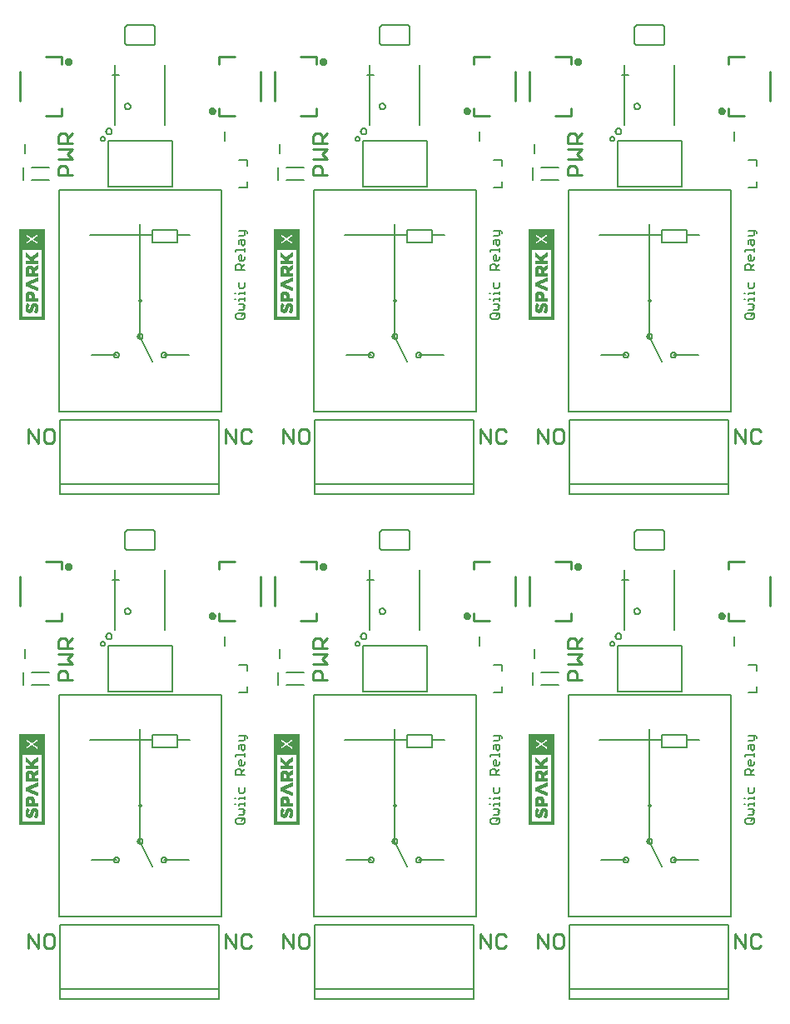
<source format=gto>
G75*
%MOIN*%
%OFA0B0*%
%FSLAX25Y25*%
%IPPOS*%
%LPD*%
%AMOC8*
5,1,8,0,0,1.08239X$1,22.5*
%
%ADD10C,0.00600*%
%ADD11C,0.01100*%
%ADD12C,0.00800*%
%ADD13C,0.00500*%
%ADD14C,0.01000*%
%ADD15C,0.01575*%
%ADD16C,0.00039*%
D10*
X0093356Y0074951D02*
X0093356Y0076086D01*
X0093924Y0076653D01*
X0096192Y0076653D01*
X0096759Y0076086D01*
X0096759Y0074951D01*
X0096192Y0074384D01*
X0093924Y0074384D01*
X0093356Y0074951D01*
X0095625Y0075519D02*
X0096759Y0076653D01*
X0096192Y0078067D02*
X0096759Y0078635D01*
X0096192Y0079202D01*
X0096759Y0079769D01*
X0096192Y0080336D01*
X0094491Y0080336D01*
X0094491Y0081751D02*
X0094491Y0082318D01*
X0096759Y0082318D01*
X0096759Y0081751D02*
X0096759Y0082885D01*
X0096759Y0084206D02*
X0096759Y0085340D01*
X0096759Y0084773D02*
X0094491Y0084773D01*
X0094491Y0084206D01*
X0093356Y0084773D02*
X0092789Y0084773D01*
X0092789Y0082318D02*
X0093356Y0082318D01*
X0094491Y0078067D02*
X0096192Y0078067D01*
X0096192Y0086661D02*
X0096759Y0087229D01*
X0096759Y0088930D01*
X0094491Y0088930D02*
X0094491Y0087229D01*
X0095058Y0086661D01*
X0096192Y0086661D01*
X0095625Y0094028D02*
X0095625Y0095729D01*
X0095058Y0096296D01*
X0093924Y0096296D01*
X0093356Y0095729D01*
X0093356Y0094028D01*
X0096759Y0094028D01*
X0095625Y0095162D02*
X0096759Y0096296D01*
X0096192Y0097711D02*
X0095058Y0097711D01*
X0094491Y0098278D01*
X0094491Y0099412D01*
X0095058Y0099979D01*
X0095625Y0099979D01*
X0095625Y0097711D01*
X0096192Y0097711D02*
X0096759Y0098278D01*
X0096759Y0099412D01*
X0096759Y0101394D02*
X0096759Y0102528D01*
X0096759Y0101961D02*
X0093356Y0101961D01*
X0093356Y0101394D01*
X0094491Y0104417D02*
X0094491Y0105551D01*
X0095058Y0106118D01*
X0096759Y0106118D01*
X0096759Y0104417D01*
X0096192Y0103849D01*
X0095625Y0104417D01*
X0095625Y0106118D01*
X0096192Y0107533D02*
X0096759Y0108100D01*
X0096759Y0109801D01*
X0097326Y0109801D02*
X0097894Y0109234D01*
X0097894Y0108667D01*
X0097326Y0109801D02*
X0094491Y0109801D01*
X0094491Y0107533D02*
X0096192Y0107533D01*
X0060059Y0184000D02*
X0050059Y0184000D01*
X0049999Y0184002D01*
X0049938Y0184007D01*
X0049879Y0184016D01*
X0049820Y0184029D01*
X0049761Y0184045D01*
X0049704Y0184065D01*
X0049649Y0184088D01*
X0049594Y0184115D01*
X0049542Y0184144D01*
X0049491Y0184177D01*
X0049442Y0184213D01*
X0049396Y0184251D01*
X0049352Y0184293D01*
X0049310Y0184337D01*
X0049272Y0184383D01*
X0049236Y0184432D01*
X0049203Y0184483D01*
X0049174Y0184535D01*
X0049147Y0184590D01*
X0049124Y0184645D01*
X0049104Y0184702D01*
X0049088Y0184761D01*
X0049075Y0184820D01*
X0049066Y0184879D01*
X0049061Y0184940D01*
X0049059Y0185000D01*
X0049059Y0191000D01*
X0049061Y0191060D01*
X0049066Y0191121D01*
X0049075Y0191180D01*
X0049088Y0191239D01*
X0049104Y0191298D01*
X0049124Y0191355D01*
X0049147Y0191410D01*
X0049174Y0191465D01*
X0049203Y0191517D01*
X0049236Y0191568D01*
X0049272Y0191617D01*
X0049310Y0191663D01*
X0049352Y0191707D01*
X0049396Y0191749D01*
X0049442Y0191787D01*
X0049491Y0191823D01*
X0049542Y0191856D01*
X0049594Y0191885D01*
X0049649Y0191912D01*
X0049704Y0191935D01*
X0049761Y0191955D01*
X0049820Y0191971D01*
X0049879Y0191984D01*
X0049938Y0191993D01*
X0049999Y0191998D01*
X0050059Y0192000D01*
X0060059Y0192000D01*
X0060119Y0191998D01*
X0060180Y0191993D01*
X0060239Y0191984D01*
X0060298Y0191971D01*
X0060357Y0191955D01*
X0060414Y0191935D01*
X0060469Y0191912D01*
X0060524Y0191885D01*
X0060576Y0191856D01*
X0060627Y0191823D01*
X0060676Y0191787D01*
X0060722Y0191749D01*
X0060766Y0191707D01*
X0060808Y0191663D01*
X0060846Y0191617D01*
X0060882Y0191568D01*
X0060915Y0191517D01*
X0060944Y0191465D01*
X0060971Y0191410D01*
X0060994Y0191355D01*
X0061014Y0191298D01*
X0061030Y0191239D01*
X0061043Y0191180D01*
X0061052Y0191121D01*
X0061057Y0191060D01*
X0061059Y0191000D01*
X0061059Y0185000D01*
X0061057Y0184940D01*
X0061052Y0184879D01*
X0061043Y0184820D01*
X0061030Y0184761D01*
X0061014Y0184702D01*
X0060994Y0184645D01*
X0060971Y0184590D01*
X0060944Y0184535D01*
X0060915Y0184483D01*
X0060882Y0184432D01*
X0060846Y0184383D01*
X0060808Y0184337D01*
X0060766Y0184293D01*
X0060722Y0184251D01*
X0060676Y0184213D01*
X0060627Y0184177D01*
X0060576Y0184144D01*
X0060524Y0184115D01*
X0060469Y0184088D01*
X0060414Y0184065D01*
X0060357Y0184045D01*
X0060298Y0184029D01*
X0060239Y0184016D01*
X0060180Y0184007D01*
X0060119Y0184002D01*
X0060059Y0184000D01*
X0093924Y0276384D02*
X0093356Y0276951D01*
X0093356Y0278086D01*
X0093924Y0278653D01*
X0096192Y0278653D01*
X0096759Y0278086D01*
X0096759Y0276951D01*
X0096192Y0276384D01*
X0093924Y0276384D01*
X0095625Y0277519D02*
X0096759Y0278653D01*
X0096192Y0280067D02*
X0096759Y0280635D01*
X0096192Y0281202D01*
X0096759Y0281769D01*
X0096192Y0282336D01*
X0094491Y0282336D01*
X0094491Y0283751D02*
X0094491Y0284318D01*
X0096759Y0284318D01*
X0096759Y0283751D02*
X0096759Y0284885D01*
X0096759Y0286206D02*
X0096759Y0287340D01*
X0096759Y0286773D02*
X0094491Y0286773D01*
X0094491Y0286206D01*
X0093356Y0286773D02*
X0092789Y0286773D01*
X0092789Y0284318D02*
X0093356Y0284318D01*
X0094491Y0280067D02*
X0096192Y0280067D01*
X0096192Y0288661D02*
X0096759Y0289229D01*
X0096759Y0290930D01*
X0094491Y0290930D02*
X0094491Y0289229D01*
X0095058Y0288661D01*
X0096192Y0288661D01*
X0095625Y0296028D02*
X0095625Y0297729D01*
X0095058Y0298296D01*
X0093924Y0298296D01*
X0093356Y0297729D01*
X0093356Y0296028D01*
X0096759Y0296028D01*
X0095625Y0297162D02*
X0096759Y0298296D01*
X0096192Y0299711D02*
X0095058Y0299711D01*
X0094491Y0300278D01*
X0094491Y0301412D01*
X0095058Y0301979D01*
X0095625Y0301979D01*
X0095625Y0299711D01*
X0096192Y0299711D02*
X0096759Y0300278D01*
X0096759Y0301412D01*
X0096759Y0303394D02*
X0096759Y0304528D01*
X0096759Y0303961D02*
X0093356Y0303961D01*
X0093356Y0303394D01*
X0094491Y0306417D02*
X0094491Y0307551D01*
X0095058Y0308118D01*
X0096759Y0308118D01*
X0096759Y0306417D01*
X0096192Y0305849D01*
X0095625Y0306417D01*
X0095625Y0308118D01*
X0096192Y0309533D02*
X0096759Y0310100D01*
X0096759Y0311801D01*
X0097326Y0311801D02*
X0097894Y0311234D01*
X0097894Y0310667D01*
X0097326Y0311801D02*
X0094491Y0311801D01*
X0094491Y0309533D02*
X0096192Y0309533D01*
X0060059Y0386000D02*
X0050059Y0386000D01*
X0049999Y0386002D01*
X0049938Y0386007D01*
X0049879Y0386016D01*
X0049820Y0386029D01*
X0049761Y0386045D01*
X0049704Y0386065D01*
X0049649Y0386088D01*
X0049594Y0386115D01*
X0049542Y0386144D01*
X0049491Y0386177D01*
X0049442Y0386213D01*
X0049396Y0386251D01*
X0049352Y0386293D01*
X0049310Y0386337D01*
X0049272Y0386383D01*
X0049236Y0386432D01*
X0049203Y0386483D01*
X0049174Y0386535D01*
X0049147Y0386590D01*
X0049124Y0386645D01*
X0049104Y0386702D01*
X0049088Y0386761D01*
X0049075Y0386820D01*
X0049066Y0386879D01*
X0049061Y0386940D01*
X0049059Y0387000D01*
X0049059Y0393000D01*
X0049061Y0393060D01*
X0049066Y0393121D01*
X0049075Y0393180D01*
X0049088Y0393239D01*
X0049104Y0393298D01*
X0049124Y0393355D01*
X0049147Y0393410D01*
X0049174Y0393465D01*
X0049203Y0393517D01*
X0049236Y0393568D01*
X0049272Y0393617D01*
X0049310Y0393663D01*
X0049352Y0393707D01*
X0049396Y0393749D01*
X0049442Y0393787D01*
X0049491Y0393823D01*
X0049542Y0393856D01*
X0049594Y0393885D01*
X0049649Y0393912D01*
X0049704Y0393935D01*
X0049761Y0393955D01*
X0049820Y0393971D01*
X0049879Y0393984D01*
X0049938Y0393993D01*
X0049999Y0393998D01*
X0050059Y0394000D01*
X0060059Y0394000D01*
X0060119Y0393998D01*
X0060180Y0393993D01*
X0060239Y0393984D01*
X0060298Y0393971D01*
X0060357Y0393955D01*
X0060414Y0393935D01*
X0060469Y0393912D01*
X0060524Y0393885D01*
X0060576Y0393856D01*
X0060627Y0393823D01*
X0060676Y0393787D01*
X0060722Y0393749D01*
X0060766Y0393707D01*
X0060808Y0393663D01*
X0060846Y0393617D01*
X0060882Y0393568D01*
X0060915Y0393517D01*
X0060944Y0393465D01*
X0060971Y0393410D01*
X0060994Y0393355D01*
X0061014Y0393298D01*
X0061030Y0393239D01*
X0061043Y0393180D01*
X0061052Y0393121D01*
X0061057Y0393060D01*
X0061059Y0393000D01*
X0061059Y0387000D01*
X0061057Y0386940D01*
X0061052Y0386879D01*
X0061043Y0386820D01*
X0061030Y0386761D01*
X0061014Y0386702D01*
X0060994Y0386645D01*
X0060971Y0386590D01*
X0060944Y0386535D01*
X0060915Y0386483D01*
X0060882Y0386432D01*
X0060846Y0386383D01*
X0060808Y0386337D01*
X0060766Y0386293D01*
X0060722Y0386251D01*
X0060676Y0386213D01*
X0060627Y0386177D01*
X0060576Y0386144D01*
X0060524Y0386115D01*
X0060469Y0386088D01*
X0060414Y0386065D01*
X0060357Y0386045D01*
X0060298Y0386029D01*
X0060239Y0386016D01*
X0060180Y0386007D01*
X0060119Y0386002D01*
X0060059Y0386000D01*
X0151059Y0387000D02*
X0151059Y0393000D01*
X0151061Y0393060D01*
X0151066Y0393121D01*
X0151075Y0393180D01*
X0151088Y0393239D01*
X0151104Y0393298D01*
X0151124Y0393355D01*
X0151147Y0393410D01*
X0151174Y0393465D01*
X0151203Y0393517D01*
X0151236Y0393568D01*
X0151272Y0393617D01*
X0151310Y0393663D01*
X0151352Y0393707D01*
X0151396Y0393749D01*
X0151442Y0393787D01*
X0151491Y0393823D01*
X0151542Y0393856D01*
X0151594Y0393885D01*
X0151649Y0393912D01*
X0151704Y0393935D01*
X0151761Y0393955D01*
X0151820Y0393971D01*
X0151879Y0393984D01*
X0151938Y0393993D01*
X0151999Y0393998D01*
X0152059Y0394000D01*
X0162059Y0394000D01*
X0162119Y0393998D01*
X0162180Y0393993D01*
X0162239Y0393984D01*
X0162298Y0393971D01*
X0162357Y0393955D01*
X0162414Y0393935D01*
X0162469Y0393912D01*
X0162524Y0393885D01*
X0162576Y0393856D01*
X0162627Y0393823D01*
X0162676Y0393787D01*
X0162722Y0393749D01*
X0162766Y0393707D01*
X0162808Y0393663D01*
X0162846Y0393617D01*
X0162882Y0393568D01*
X0162915Y0393517D01*
X0162944Y0393465D01*
X0162971Y0393410D01*
X0162994Y0393355D01*
X0163014Y0393298D01*
X0163030Y0393239D01*
X0163043Y0393180D01*
X0163052Y0393121D01*
X0163057Y0393060D01*
X0163059Y0393000D01*
X0163059Y0387000D01*
X0163057Y0386940D01*
X0163052Y0386879D01*
X0163043Y0386820D01*
X0163030Y0386761D01*
X0163014Y0386702D01*
X0162994Y0386645D01*
X0162971Y0386590D01*
X0162944Y0386535D01*
X0162915Y0386483D01*
X0162882Y0386432D01*
X0162846Y0386383D01*
X0162808Y0386337D01*
X0162766Y0386293D01*
X0162722Y0386251D01*
X0162676Y0386213D01*
X0162627Y0386177D01*
X0162576Y0386144D01*
X0162524Y0386115D01*
X0162469Y0386088D01*
X0162414Y0386065D01*
X0162357Y0386045D01*
X0162298Y0386029D01*
X0162239Y0386016D01*
X0162180Y0386007D01*
X0162119Y0386002D01*
X0162059Y0386000D01*
X0152059Y0386000D01*
X0151999Y0386002D01*
X0151938Y0386007D01*
X0151879Y0386016D01*
X0151820Y0386029D01*
X0151761Y0386045D01*
X0151704Y0386065D01*
X0151649Y0386088D01*
X0151594Y0386115D01*
X0151542Y0386144D01*
X0151491Y0386177D01*
X0151442Y0386213D01*
X0151396Y0386251D01*
X0151352Y0386293D01*
X0151310Y0386337D01*
X0151272Y0386383D01*
X0151236Y0386432D01*
X0151203Y0386483D01*
X0151174Y0386535D01*
X0151147Y0386590D01*
X0151124Y0386645D01*
X0151104Y0386702D01*
X0151088Y0386761D01*
X0151075Y0386820D01*
X0151066Y0386879D01*
X0151061Y0386940D01*
X0151059Y0387000D01*
X0196491Y0311801D02*
X0199326Y0311801D01*
X0199894Y0311234D01*
X0199894Y0310667D01*
X0198759Y0310100D02*
X0198759Y0311801D01*
X0198759Y0310100D02*
X0198192Y0309533D01*
X0196491Y0309533D01*
X0197058Y0308118D02*
X0198759Y0308118D01*
X0198759Y0306417D01*
X0198192Y0305849D01*
X0197625Y0306417D01*
X0197625Y0308118D01*
X0197058Y0308118D02*
X0196491Y0307551D01*
X0196491Y0306417D01*
X0195356Y0303961D02*
X0198759Y0303961D01*
X0198759Y0303394D02*
X0198759Y0304528D01*
X0197625Y0301979D02*
X0197625Y0299711D01*
X0197058Y0299711D02*
X0196491Y0300278D01*
X0196491Y0301412D01*
X0197058Y0301979D01*
X0197625Y0301979D01*
X0198759Y0301412D02*
X0198759Y0300278D01*
X0198192Y0299711D01*
X0197058Y0299711D01*
X0197058Y0298296D02*
X0197625Y0297729D01*
X0197625Y0296028D01*
X0197625Y0297162D02*
X0198759Y0298296D01*
X0197058Y0298296D02*
X0195924Y0298296D01*
X0195356Y0297729D01*
X0195356Y0296028D01*
X0198759Y0296028D01*
X0198759Y0290930D02*
X0198759Y0289229D01*
X0198192Y0288661D01*
X0197058Y0288661D01*
X0196491Y0289229D01*
X0196491Y0290930D01*
X0196491Y0286773D02*
X0198759Y0286773D01*
X0198759Y0286206D02*
X0198759Y0287340D01*
X0196491Y0286773D02*
X0196491Y0286206D01*
X0195356Y0286773D02*
X0194789Y0286773D01*
X0194789Y0284318D02*
X0195356Y0284318D01*
X0196491Y0284318D02*
X0198759Y0284318D01*
X0198759Y0283751D02*
X0198759Y0284885D01*
X0196491Y0284318D02*
X0196491Y0283751D01*
X0196491Y0282336D02*
X0198192Y0282336D01*
X0198759Y0281769D01*
X0198192Y0281202D01*
X0198759Y0280635D01*
X0198192Y0280067D01*
X0196491Y0280067D01*
X0195924Y0278653D02*
X0198192Y0278653D01*
X0198759Y0278086D01*
X0198759Y0276951D01*
X0198192Y0276384D01*
X0195924Y0276384D01*
X0195356Y0276951D01*
X0195356Y0278086D01*
X0195924Y0278653D01*
X0197625Y0277519D02*
X0198759Y0278653D01*
X0195356Y0303394D02*
X0195356Y0303961D01*
X0254059Y0386000D02*
X0264059Y0386000D01*
X0264119Y0386002D01*
X0264180Y0386007D01*
X0264239Y0386016D01*
X0264298Y0386029D01*
X0264357Y0386045D01*
X0264414Y0386065D01*
X0264469Y0386088D01*
X0264524Y0386115D01*
X0264576Y0386144D01*
X0264627Y0386177D01*
X0264676Y0386213D01*
X0264722Y0386251D01*
X0264766Y0386293D01*
X0264808Y0386337D01*
X0264846Y0386383D01*
X0264882Y0386432D01*
X0264915Y0386483D01*
X0264944Y0386535D01*
X0264971Y0386590D01*
X0264994Y0386645D01*
X0265014Y0386702D01*
X0265030Y0386761D01*
X0265043Y0386820D01*
X0265052Y0386879D01*
X0265057Y0386940D01*
X0265059Y0387000D01*
X0265059Y0393000D01*
X0265057Y0393060D01*
X0265052Y0393121D01*
X0265043Y0393180D01*
X0265030Y0393239D01*
X0265014Y0393298D01*
X0264994Y0393355D01*
X0264971Y0393410D01*
X0264944Y0393465D01*
X0264915Y0393517D01*
X0264882Y0393568D01*
X0264846Y0393617D01*
X0264808Y0393663D01*
X0264766Y0393707D01*
X0264722Y0393749D01*
X0264676Y0393787D01*
X0264627Y0393823D01*
X0264576Y0393856D01*
X0264524Y0393885D01*
X0264469Y0393912D01*
X0264414Y0393935D01*
X0264357Y0393955D01*
X0264298Y0393971D01*
X0264239Y0393984D01*
X0264180Y0393993D01*
X0264119Y0393998D01*
X0264059Y0394000D01*
X0254059Y0394000D01*
X0253999Y0393998D01*
X0253938Y0393993D01*
X0253879Y0393984D01*
X0253820Y0393971D01*
X0253761Y0393955D01*
X0253704Y0393935D01*
X0253649Y0393912D01*
X0253594Y0393885D01*
X0253542Y0393856D01*
X0253491Y0393823D01*
X0253442Y0393787D01*
X0253396Y0393749D01*
X0253352Y0393707D01*
X0253310Y0393663D01*
X0253272Y0393617D01*
X0253236Y0393568D01*
X0253203Y0393517D01*
X0253174Y0393465D01*
X0253147Y0393410D01*
X0253124Y0393355D01*
X0253104Y0393298D01*
X0253088Y0393239D01*
X0253075Y0393180D01*
X0253066Y0393121D01*
X0253061Y0393060D01*
X0253059Y0393000D01*
X0253059Y0387000D01*
X0253061Y0386940D01*
X0253066Y0386879D01*
X0253075Y0386820D01*
X0253088Y0386761D01*
X0253104Y0386702D01*
X0253124Y0386645D01*
X0253147Y0386590D01*
X0253174Y0386535D01*
X0253203Y0386483D01*
X0253236Y0386432D01*
X0253272Y0386383D01*
X0253310Y0386337D01*
X0253352Y0386293D01*
X0253396Y0386251D01*
X0253442Y0386213D01*
X0253491Y0386177D01*
X0253542Y0386144D01*
X0253594Y0386115D01*
X0253649Y0386088D01*
X0253704Y0386065D01*
X0253761Y0386045D01*
X0253820Y0386029D01*
X0253879Y0386016D01*
X0253938Y0386007D01*
X0253999Y0386002D01*
X0254059Y0386000D01*
X0298491Y0311801D02*
X0301326Y0311801D01*
X0301894Y0311234D01*
X0301894Y0310667D01*
X0300759Y0310100D02*
X0300759Y0311801D01*
X0300759Y0310100D02*
X0300192Y0309533D01*
X0298491Y0309533D01*
X0299058Y0308118D02*
X0300759Y0308118D01*
X0300759Y0306417D01*
X0300192Y0305849D01*
X0299625Y0306417D01*
X0299625Y0308118D01*
X0299058Y0308118D02*
X0298491Y0307551D01*
X0298491Y0306417D01*
X0297356Y0303961D02*
X0300759Y0303961D01*
X0300759Y0303394D02*
X0300759Y0304528D01*
X0299625Y0301979D02*
X0299625Y0299711D01*
X0299058Y0299711D02*
X0298491Y0300278D01*
X0298491Y0301412D01*
X0299058Y0301979D01*
X0299625Y0301979D01*
X0300759Y0301412D02*
X0300759Y0300278D01*
X0300192Y0299711D01*
X0299058Y0299711D01*
X0299058Y0298296D02*
X0299625Y0297729D01*
X0299625Y0296028D01*
X0299625Y0297162D02*
X0300759Y0298296D01*
X0299058Y0298296D02*
X0297924Y0298296D01*
X0297356Y0297729D01*
X0297356Y0296028D01*
X0300759Y0296028D01*
X0300759Y0290930D02*
X0300759Y0289229D01*
X0300192Y0288661D01*
X0299058Y0288661D01*
X0298491Y0289229D01*
X0298491Y0290930D01*
X0298491Y0286773D02*
X0300759Y0286773D01*
X0300759Y0286206D02*
X0300759Y0287340D01*
X0298491Y0286773D02*
X0298491Y0286206D01*
X0297356Y0286773D02*
X0296789Y0286773D01*
X0296789Y0284318D02*
X0297356Y0284318D01*
X0298491Y0284318D02*
X0300759Y0284318D01*
X0300759Y0283751D02*
X0300759Y0284885D01*
X0298491Y0284318D02*
X0298491Y0283751D01*
X0298491Y0282336D02*
X0300192Y0282336D01*
X0300759Y0281769D01*
X0300192Y0281202D01*
X0300759Y0280635D01*
X0300192Y0280067D01*
X0298491Y0280067D01*
X0297924Y0278653D02*
X0300192Y0278653D01*
X0300759Y0278086D01*
X0300759Y0276951D01*
X0300192Y0276384D01*
X0297924Y0276384D01*
X0297356Y0276951D01*
X0297356Y0278086D01*
X0297924Y0278653D01*
X0299625Y0277519D02*
X0300759Y0278653D01*
X0297356Y0303394D02*
X0297356Y0303961D01*
X0264059Y0192000D02*
X0254059Y0192000D01*
X0253999Y0191998D01*
X0253938Y0191993D01*
X0253879Y0191984D01*
X0253820Y0191971D01*
X0253761Y0191955D01*
X0253704Y0191935D01*
X0253649Y0191912D01*
X0253594Y0191885D01*
X0253542Y0191856D01*
X0253491Y0191823D01*
X0253442Y0191787D01*
X0253396Y0191749D01*
X0253352Y0191707D01*
X0253310Y0191663D01*
X0253272Y0191617D01*
X0253236Y0191568D01*
X0253203Y0191517D01*
X0253174Y0191465D01*
X0253147Y0191410D01*
X0253124Y0191355D01*
X0253104Y0191298D01*
X0253088Y0191239D01*
X0253075Y0191180D01*
X0253066Y0191121D01*
X0253061Y0191060D01*
X0253059Y0191000D01*
X0253059Y0185000D01*
X0253061Y0184940D01*
X0253066Y0184879D01*
X0253075Y0184820D01*
X0253088Y0184761D01*
X0253104Y0184702D01*
X0253124Y0184645D01*
X0253147Y0184590D01*
X0253174Y0184535D01*
X0253203Y0184483D01*
X0253236Y0184432D01*
X0253272Y0184383D01*
X0253310Y0184337D01*
X0253352Y0184293D01*
X0253396Y0184251D01*
X0253442Y0184213D01*
X0253491Y0184177D01*
X0253542Y0184144D01*
X0253594Y0184115D01*
X0253649Y0184088D01*
X0253704Y0184065D01*
X0253761Y0184045D01*
X0253820Y0184029D01*
X0253879Y0184016D01*
X0253938Y0184007D01*
X0253999Y0184002D01*
X0254059Y0184000D01*
X0264059Y0184000D01*
X0264119Y0184002D01*
X0264180Y0184007D01*
X0264239Y0184016D01*
X0264298Y0184029D01*
X0264357Y0184045D01*
X0264414Y0184065D01*
X0264469Y0184088D01*
X0264524Y0184115D01*
X0264576Y0184144D01*
X0264627Y0184177D01*
X0264676Y0184213D01*
X0264722Y0184251D01*
X0264766Y0184293D01*
X0264808Y0184337D01*
X0264846Y0184383D01*
X0264882Y0184432D01*
X0264915Y0184483D01*
X0264944Y0184535D01*
X0264971Y0184590D01*
X0264994Y0184645D01*
X0265014Y0184702D01*
X0265030Y0184761D01*
X0265043Y0184820D01*
X0265052Y0184879D01*
X0265057Y0184940D01*
X0265059Y0185000D01*
X0265059Y0191000D01*
X0265057Y0191060D01*
X0265052Y0191121D01*
X0265043Y0191180D01*
X0265030Y0191239D01*
X0265014Y0191298D01*
X0264994Y0191355D01*
X0264971Y0191410D01*
X0264944Y0191465D01*
X0264915Y0191517D01*
X0264882Y0191568D01*
X0264846Y0191617D01*
X0264808Y0191663D01*
X0264766Y0191707D01*
X0264722Y0191749D01*
X0264676Y0191787D01*
X0264627Y0191823D01*
X0264576Y0191856D01*
X0264524Y0191885D01*
X0264469Y0191912D01*
X0264414Y0191935D01*
X0264357Y0191955D01*
X0264298Y0191971D01*
X0264239Y0191984D01*
X0264180Y0191993D01*
X0264119Y0191998D01*
X0264059Y0192000D01*
X0298491Y0109801D02*
X0301326Y0109801D01*
X0301894Y0109234D01*
X0301894Y0108667D01*
X0300759Y0108100D02*
X0300759Y0109801D01*
X0300759Y0108100D02*
X0300192Y0107533D01*
X0298491Y0107533D01*
X0299058Y0106118D02*
X0300759Y0106118D01*
X0300759Y0104417D01*
X0300192Y0103849D01*
X0299625Y0104417D01*
X0299625Y0106118D01*
X0299058Y0106118D02*
X0298491Y0105551D01*
X0298491Y0104417D01*
X0297356Y0101961D02*
X0300759Y0101961D01*
X0300759Y0101394D02*
X0300759Y0102528D01*
X0299625Y0099979D02*
X0299625Y0097711D01*
X0299058Y0097711D02*
X0298491Y0098278D01*
X0298491Y0099412D01*
X0299058Y0099979D01*
X0299625Y0099979D01*
X0300759Y0099412D02*
X0300759Y0098278D01*
X0300192Y0097711D01*
X0299058Y0097711D01*
X0299058Y0096296D02*
X0299625Y0095729D01*
X0299625Y0094028D01*
X0299625Y0095162D02*
X0300759Y0096296D01*
X0299058Y0096296D02*
X0297924Y0096296D01*
X0297356Y0095729D01*
X0297356Y0094028D01*
X0300759Y0094028D01*
X0297356Y0101394D02*
X0297356Y0101961D01*
X0298491Y0088930D02*
X0298491Y0087229D01*
X0299058Y0086661D01*
X0300192Y0086661D01*
X0300759Y0087229D01*
X0300759Y0088930D01*
X0300759Y0085340D02*
X0300759Y0084206D01*
X0300759Y0084773D02*
X0298491Y0084773D01*
X0298491Y0084206D01*
X0297356Y0084773D02*
X0296789Y0084773D01*
X0296789Y0082318D02*
X0297356Y0082318D01*
X0298491Y0082318D02*
X0300759Y0082318D01*
X0300759Y0081751D02*
X0300759Y0082885D01*
X0298491Y0082318D02*
X0298491Y0081751D01*
X0298491Y0080336D02*
X0300192Y0080336D01*
X0300759Y0079769D01*
X0300192Y0079202D01*
X0300759Y0078635D01*
X0300192Y0078067D01*
X0298491Y0078067D01*
X0297924Y0076653D02*
X0300192Y0076653D01*
X0300759Y0076086D01*
X0300759Y0074951D01*
X0300192Y0074384D01*
X0297924Y0074384D01*
X0297356Y0074951D01*
X0297356Y0076086D01*
X0297924Y0076653D01*
X0299625Y0075519D02*
X0300759Y0076653D01*
X0199894Y0108667D02*
X0199894Y0109234D01*
X0199326Y0109801D01*
X0196491Y0109801D01*
X0198759Y0109801D02*
X0198759Y0108100D01*
X0198192Y0107533D01*
X0196491Y0107533D01*
X0197058Y0106118D02*
X0198759Y0106118D01*
X0198759Y0104417D01*
X0198192Y0103849D01*
X0197625Y0104417D01*
X0197625Y0106118D01*
X0197058Y0106118D02*
X0196491Y0105551D01*
X0196491Y0104417D01*
X0195356Y0101961D02*
X0198759Y0101961D01*
X0198759Y0101394D02*
X0198759Y0102528D01*
X0197625Y0099979D02*
X0197625Y0097711D01*
X0197058Y0097711D02*
X0196491Y0098278D01*
X0196491Y0099412D01*
X0197058Y0099979D01*
X0197625Y0099979D01*
X0198759Y0099412D02*
X0198759Y0098278D01*
X0198192Y0097711D01*
X0197058Y0097711D01*
X0197058Y0096296D02*
X0197625Y0095729D01*
X0197625Y0094028D01*
X0197625Y0095162D02*
X0198759Y0096296D01*
X0197058Y0096296D02*
X0195924Y0096296D01*
X0195356Y0095729D01*
X0195356Y0094028D01*
X0198759Y0094028D01*
X0195356Y0101394D02*
X0195356Y0101961D01*
X0196491Y0088930D02*
X0196491Y0087229D01*
X0197058Y0086661D01*
X0198192Y0086661D01*
X0198759Y0087229D01*
X0198759Y0088930D01*
X0198759Y0085340D02*
X0198759Y0084206D01*
X0198759Y0084773D02*
X0196491Y0084773D01*
X0196491Y0084206D01*
X0195356Y0084773D02*
X0194789Y0084773D01*
X0194789Y0082318D02*
X0195356Y0082318D01*
X0196491Y0082318D02*
X0198759Y0082318D01*
X0198759Y0081751D02*
X0198759Y0082885D01*
X0196491Y0082318D02*
X0196491Y0081751D01*
X0196491Y0080336D02*
X0198192Y0080336D01*
X0198759Y0079769D01*
X0198192Y0079202D01*
X0198759Y0078635D01*
X0198192Y0078067D01*
X0196491Y0078067D01*
X0195924Y0076653D02*
X0198192Y0076653D01*
X0198759Y0076086D01*
X0198759Y0074951D01*
X0198192Y0074384D01*
X0195924Y0074384D01*
X0195356Y0074951D01*
X0195356Y0076086D01*
X0195924Y0076653D01*
X0197625Y0075519D02*
X0198759Y0076653D01*
X0162059Y0184000D02*
X0152059Y0184000D01*
X0151999Y0184002D01*
X0151938Y0184007D01*
X0151879Y0184016D01*
X0151820Y0184029D01*
X0151761Y0184045D01*
X0151704Y0184065D01*
X0151649Y0184088D01*
X0151594Y0184115D01*
X0151542Y0184144D01*
X0151491Y0184177D01*
X0151442Y0184213D01*
X0151396Y0184251D01*
X0151352Y0184293D01*
X0151310Y0184337D01*
X0151272Y0184383D01*
X0151236Y0184432D01*
X0151203Y0184483D01*
X0151174Y0184535D01*
X0151147Y0184590D01*
X0151124Y0184645D01*
X0151104Y0184702D01*
X0151088Y0184761D01*
X0151075Y0184820D01*
X0151066Y0184879D01*
X0151061Y0184940D01*
X0151059Y0185000D01*
X0151059Y0191000D01*
X0151061Y0191060D01*
X0151066Y0191121D01*
X0151075Y0191180D01*
X0151088Y0191239D01*
X0151104Y0191298D01*
X0151124Y0191355D01*
X0151147Y0191410D01*
X0151174Y0191465D01*
X0151203Y0191517D01*
X0151236Y0191568D01*
X0151272Y0191617D01*
X0151310Y0191663D01*
X0151352Y0191707D01*
X0151396Y0191749D01*
X0151442Y0191787D01*
X0151491Y0191823D01*
X0151542Y0191856D01*
X0151594Y0191885D01*
X0151649Y0191912D01*
X0151704Y0191935D01*
X0151761Y0191955D01*
X0151820Y0191971D01*
X0151879Y0191984D01*
X0151938Y0191993D01*
X0151999Y0191998D01*
X0152059Y0192000D01*
X0162059Y0192000D01*
X0162119Y0191998D01*
X0162180Y0191993D01*
X0162239Y0191984D01*
X0162298Y0191971D01*
X0162357Y0191955D01*
X0162414Y0191935D01*
X0162469Y0191912D01*
X0162524Y0191885D01*
X0162576Y0191856D01*
X0162627Y0191823D01*
X0162676Y0191787D01*
X0162722Y0191749D01*
X0162766Y0191707D01*
X0162808Y0191663D01*
X0162846Y0191617D01*
X0162882Y0191568D01*
X0162915Y0191517D01*
X0162944Y0191465D01*
X0162971Y0191410D01*
X0162994Y0191355D01*
X0163014Y0191298D01*
X0163030Y0191239D01*
X0163043Y0191180D01*
X0163052Y0191121D01*
X0163057Y0191060D01*
X0163059Y0191000D01*
X0163059Y0185000D01*
X0163057Y0184940D01*
X0163052Y0184879D01*
X0163043Y0184820D01*
X0163030Y0184761D01*
X0163014Y0184702D01*
X0162994Y0184645D01*
X0162971Y0184590D01*
X0162944Y0184535D01*
X0162915Y0184483D01*
X0162882Y0184432D01*
X0162846Y0184383D01*
X0162808Y0184337D01*
X0162766Y0184293D01*
X0162722Y0184251D01*
X0162676Y0184213D01*
X0162627Y0184177D01*
X0162576Y0184144D01*
X0162524Y0184115D01*
X0162469Y0184088D01*
X0162414Y0184065D01*
X0162357Y0184045D01*
X0162298Y0184029D01*
X0162239Y0184016D01*
X0162180Y0184007D01*
X0162119Y0184002D01*
X0162059Y0184000D01*
D11*
X0130009Y0148709D02*
X0128041Y0146741D01*
X0128041Y0147725D02*
X0128041Y0144773D01*
X0130009Y0144773D02*
X0124104Y0144773D01*
X0124104Y0147725D01*
X0125088Y0148709D01*
X0127057Y0148709D01*
X0128041Y0147725D01*
X0130009Y0142264D02*
X0124104Y0142264D01*
X0124104Y0138327D02*
X0130009Y0138327D01*
X0128041Y0140296D01*
X0130009Y0142264D01*
X0127057Y0135818D02*
X0128041Y0134834D01*
X0128041Y0131882D01*
X0130009Y0131882D02*
X0124104Y0131882D01*
X0124104Y0134834D01*
X0125088Y0135818D01*
X0127057Y0135818D01*
X0121562Y0226550D02*
X0119593Y0226550D01*
X0118609Y0227534D01*
X0118609Y0231471D01*
X0119593Y0232455D01*
X0121562Y0232455D01*
X0122546Y0231471D01*
X0122546Y0227534D01*
X0121562Y0226550D01*
X0116101Y0226550D02*
X0116101Y0232455D01*
X0112164Y0232455D02*
X0112164Y0226550D01*
X0116101Y0226550D02*
X0112164Y0232455D01*
X0099546Y0231471D02*
X0098562Y0232455D01*
X0096593Y0232455D01*
X0095609Y0231471D01*
X0095609Y0227534D01*
X0096593Y0226550D01*
X0098562Y0226550D01*
X0099546Y0227534D01*
X0093101Y0226550D02*
X0093101Y0232455D01*
X0089164Y0232455D02*
X0089164Y0226550D01*
X0093101Y0226550D02*
X0089164Y0232455D01*
X0020546Y0231471D02*
X0020546Y0227534D01*
X0019562Y0226550D01*
X0017593Y0226550D01*
X0016609Y0227534D01*
X0016609Y0231471D01*
X0017593Y0232455D01*
X0019562Y0232455D01*
X0020546Y0231471D01*
X0014101Y0232455D02*
X0014101Y0226550D01*
X0010164Y0232455D01*
X0010164Y0226550D01*
X0023088Y0148709D02*
X0025057Y0148709D01*
X0026041Y0147725D01*
X0026041Y0144773D01*
X0026041Y0146741D02*
X0028009Y0148709D01*
X0028009Y0144773D02*
X0022104Y0144773D01*
X0022104Y0147725D01*
X0023088Y0148709D01*
X0022104Y0142264D02*
X0028009Y0142264D01*
X0026041Y0140296D01*
X0028009Y0138327D01*
X0022104Y0138327D01*
X0023088Y0135818D02*
X0025057Y0135818D01*
X0026041Y0134834D01*
X0026041Y0131882D01*
X0028009Y0131882D02*
X0022104Y0131882D01*
X0022104Y0134834D01*
X0023088Y0135818D01*
X0019562Y0030455D02*
X0020546Y0029471D01*
X0020546Y0025534D01*
X0019562Y0024550D01*
X0017593Y0024550D01*
X0016609Y0025534D01*
X0016609Y0029471D01*
X0017593Y0030455D01*
X0019562Y0030455D01*
X0014101Y0030455D02*
X0014101Y0024550D01*
X0010164Y0030455D01*
X0010164Y0024550D01*
X0089164Y0024550D02*
X0089164Y0030455D01*
X0093101Y0024550D01*
X0093101Y0030455D01*
X0095609Y0029471D02*
X0095609Y0025534D01*
X0096593Y0024550D01*
X0098562Y0024550D01*
X0099546Y0025534D01*
X0099546Y0029471D02*
X0098562Y0030455D01*
X0096593Y0030455D01*
X0095609Y0029471D01*
X0112164Y0030455D02*
X0112164Y0024550D01*
X0116101Y0024550D02*
X0112164Y0030455D01*
X0116101Y0030455D02*
X0116101Y0024550D01*
X0118609Y0025534D02*
X0118609Y0029471D01*
X0119593Y0030455D01*
X0121562Y0030455D01*
X0122546Y0029471D01*
X0122546Y0025534D01*
X0121562Y0024550D01*
X0119593Y0024550D01*
X0118609Y0025534D01*
X0191164Y0024550D02*
X0191164Y0030455D01*
X0195101Y0024550D01*
X0195101Y0030455D01*
X0197609Y0029471D02*
X0197609Y0025534D01*
X0198593Y0024550D01*
X0200562Y0024550D01*
X0201546Y0025534D01*
X0201546Y0029471D02*
X0200562Y0030455D01*
X0198593Y0030455D01*
X0197609Y0029471D01*
X0214164Y0030455D02*
X0214164Y0024550D01*
X0218101Y0024550D02*
X0214164Y0030455D01*
X0218101Y0030455D02*
X0218101Y0024550D01*
X0220609Y0025534D02*
X0220609Y0029471D01*
X0221593Y0030455D01*
X0223562Y0030455D01*
X0224546Y0029471D01*
X0224546Y0025534D01*
X0223562Y0024550D01*
X0221593Y0024550D01*
X0220609Y0025534D01*
X0293164Y0024550D02*
X0293164Y0030455D01*
X0297101Y0024550D01*
X0297101Y0030455D01*
X0299609Y0029471D02*
X0299609Y0025534D01*
X0300593Y0024550D01*
X0302562Y0024550D01*
X0303546Y0025534D01*
X0303546Y0029471D02*
X0302562Y0030455D01*
X0300593Y0030455D01*
X0299609Y0029471D01*
X0232009Y0131882D02*
X0226104Y0131882D01*
X0226104Y0134834D01*
X0227088Y0135818D01*
X0229057Y0135818D01*
X0230041Y0134834D01*
X0230041Y0131882D01*
X0232009Y0138327D02*
X0226104Y0138327D01*
X0226104Y0142264D02*
X0232009Y0142264D01*
X0230041Y0140296D01*
X0232009Y0138327D01*
X0232009Y0144773D02*
X0226104Y0144773D01*
X0226104Y0147725D01*
X0227088Y0148709D01*
X0229057Y0148709D01*
X0230041Y0147725D01*
X0230041Y0144773D01*
X0230041Y0146741D02*
X0232009Y0148709D01*
X0223562Y0226550D02*
X0221593Y0226550D01*
X0220609Y0227534D01*
X0220609Y0231471D01*
X0221593Y0232455D01*
X0223562Y0232455D01*
X0224546Y0231471D01*
X0224546Y0227534D01*
X0223562Y0226550D01*
X0218101Y0226550D02*
X0218101Y0232455D01*
X0214164Y0232455D02*
X0214164Y0226550D01*
X0218101Y0226550D02*
X0214164Y0232455D01*
X0201546Y0231471D02*
X0200562Y0232455D01*
X0198593Y0232455D01*
X0197609Y0231471D01*
X0197609Y0227534D01*
X0198593Y0226550D01*
X0200562Y0226550D01*
X0201546Y0227534D01*
X0195101Y0226550D02*
X0195101Y0232455D01*
X0191164Y0232455D02*
X0191164Y0226550D01*
X0195101Y0226550D02*
X0191164Y0232455D01*
X0226104Y0333882D02*
X0226104Y0336834D01*
X0227088Y0337818D01*
X0229057Y0337818D01*
X0230041Y0336834D01*
X0230041Y0333882D01*
X0232009Y0333882D02*
X0226104Y0333882D01*
X0226104Y0340327D02*
X0232009Y0340327D01*
X0230041Y0342296D01*
X0232009Y0344264D01*
X0226104Y0344264D01*
X0226104Y0346773D02*
X0226104Y0349725D01*
X0227088Y0350709D01*
X0229057Y0350709D01*
X0230041Y0349725D01*
X0230041Y0346773D01*
X0230041Y0348741D02*
X0232009Y0350709D01*
X0232009Y0346773D02*
X0226104Y0346773D01*
X0130009Y0346773D02*
X0124104Y0346773D01*
X0124104Y0349725D01*
X0125088Y0350709D01*
X0127057Y0350709D01*
X0128041Y0349725D01*
X0128041Y0346773D01*
X0128041Y0348741D02*
X0130009Y0350709D01*
X0130009Y0344264D02*
X0124104Y0344264D01*
X0124104Y0340327D02*
X0130009Y0340327D01*
X0128041Y0342296D01*
X0130009Y0344264D01*
X0127057Y0337818D02*
X0128041Y0336834D01*
X0128041Y0333882D01*
X0130009Y0333882D02*
X0124104Y0333882D01*
X0124104Y0336834D01*
X0125088Y0337818D01*
X0127057Y0337818D01*
X0028009Y0340327D02*
X0026041Y0342296D01*
X0028009Y0344264D01*
X0022104Y0344264D01*
X0022104Y0346773D02*
X0022104Y0349725D01*
X0023088Y0350709D01*
X0025057Y0350709D01*
X0026041Y0349725D01*
X0026041Y0346773D01*
X0026041Y0348741D02*
X0028009Y0350709D01*
X0028009Y0346773D02*
X0022104Y0346773D01*
X0022104Y0340327D02*
X0028009Y0340327D01*
X0025057Y0337818D02*
X0026041Y0336834D01*
X0026041Y0333882D01*
X0028009Y0333882D02*
X0022104Y0333882D01*
X0022104Y0336834D01*
X0023088Y0337818D01*
X0025057Y0337818D01*
X0293164Y0232455D02*
X0293164Y0226550D01*
X0297101Y0226550D02*
X0293164Y0232455D01*
X0297101Y0232455D02*
X0297101Y0226550D01*
X0299609Y0227534D02*
X0299609Y0231471D01*
X0300593Y0232455D01*
X0302562Y0232455D01*
X0303546Y0231471D01*
X0303546Y0227534D02*
X0302562Y0226550D01*
X0300593Y0226550D01*
X0299609Y0227534D01*
D12*
X0022855Y0008445D02*
X0022855Y0004508D01*
X0086634Y0004508D01*
X0086634Y0008445D01*
X0022855Y0008445D01*
X0022855Y0034035D01*
X0086634Y0034035D01*
X0086634Y0008445D01*
X0087559Y0037500D02*
X0022599Y0037500D01*
X0022559Y0037500D02*
X0022559Y0126083D01*
X0022599Y0126083D02*
X0087559Y0126083D01*
X0087559Y0037500D01*
X0074559Y0060000D02*
X0064559Y0060000D01*
X0063559Y0060000D02*
X0063561Y0060063D01*
X0063567Y0060125D01*
X0063577Y0060187D01*
X0063590Y0060249D01*
X0063608Y0060309D01*
X0063629Y0060368D01*
X0063654Y0060426D01*
X0063683Y0060482D01*
X0063715Y0060536D01*
X0063750Y0060588D01*
X0063788Y0060637D01*
X0063830Y0060685D01*
X0063874Y0060729D01*
X0063922Y0060771D01*
X0063971Y0060809D01*
X0064023Y0060844D01*
X0064077Y0060876D01*
X0064133Y0060905D01*
X0064191Y0060930D01*
X0064250Y0060951D01*
X0064310Y0060969D01*
X0064372Y0060982D01*
X0064434Y0060992D01*
X0064496Y0060998D01*
X0064559Y0061000D01*
X0064622Y0060998D01*
X0064684Y0060992D01*
X0064746Y0060982D01*
X0064808Y0060969D01*
X0064868Y0060951D01*
X0064927Y0060930D01*
X0064985Y0060905D01*
X0065041Y0060876D01*
X0065095Y0060844D01*
X0065147Y0060809D01*
X0065196Y0060771D01*
X0065244Y0060729D01*
X0065288Y0060685D01*
X0065330Y0060637D01*
X0065368Y0060588D01*
X0065403Y0060536D01*
X0065435Y0060482D01*
X0065464Y0060426D01*
X0065489Y0060368D01*
X0065510Y0060309D01*
X0065528Y0060249D01*
X0065541Y0060187D01*
X0065551Y0060125D01*
X0065557Y0060063D01*
X0065559Y0060000D01*
X0065557Y0059937D01*
X0065551Y0059875D01*
X0065541Y0059813D01*
X0065528Y0059751D01*
X0065510Y0059691D01*
X0065489Y0059632D01*
X0065464Y0059574D01*
X0065435Y0059518D01*
X0065403Y0059464D01*
X0065368Y0059412D01*
X0065330Y0059363D01*
X0065288Y0059315D01*
X0065244Y0059271D01*
X0065196Y0059229D01*
X0065147Y0059191D01*
X0065095Y0059156D01*
X0065041Y0059124D01*
X0064985Y0059095D01*
X0064927Y0059070D01*
X0064868Y0059049D01*
X0064808Y0059031D01*
X0064746Y0059018D01*
X0064684Y0059008D01*
X0064622Y0059002D01*
X0064559Y0059000D01*
X0064496Y0059002D01*
X0064434Y0059008D01*
X0064372Y0059018D01*
X0064310Y0059031D01*
X0064250Y0059049D01*
X0064191Y0059070D01*
X0064133Y0059095D01*
X0064077Y0059124D01*
X0064023Y0059156D01*
X0063971Y0059191D01*
X0063922Y0059229D01*
X0063874Y0059271D01*
X0063830Y0059315D01*
X0063788Y0059363D01*
X0063750Y0059412D01*
X0063715Y0059464D01*
X0063683Y0059518D01*
X0063654Y0059574D01*
X0063629Y0059632D01*
X0063608Y0059691D01*
X0063590Y0059751D01*
X0063577Y0059813D01*
X0063567Y0059875D01*
X0063561Y0059937D01*
X0063559Y0060000D01*
X0063561Y0060063D01*
X0063567Y0060125D01*
X0063577Y0060187D01*
X0063590Y0060249D01*
X0063608Y0060309D01*
X0063629Y0060368D01*
X0063654Y0060426D01*
X0063683Y0060482D01*
X0063715Y0060536D01*
X0063750Y0060588D01*
X0063788Y0060637D01*
X0063830Y0060685D01*
X0063874Y0060729D01*
X0063922Y0060771D01*
X0063971Y0060809D01*
X0064023Y0060844D01*
X0064077Y0060876D01*
X0064133Y0060905D01*
X0064191Y0060930D01*
X0064250Y0060951D01*
X0064310Y0060969D01*
X0064372Y0060982D01*
X0064434Y0060992D01*
X0064496Y0060998D01*
X0064559Y0061000D01*
X0064622Y0060998D01*
X0064684Y0060992D01*
X0064746Y0060982D01*
X0064808Y0060969D01*
X0064868Y0060951D01*
X0064927Y0060930D01*
X0064985Y0060905D01*
X0065041Y0060876D01*
X0065095Y0060844D01*
X0065147Y0060809D01*
X0065196Y0060771D01*
X0065244Y0060729D01*
X0065288Y0060685D01*
X0065330Y0060637D01*
X0065368Y0060588D01*
X0065403Y0060536D01*
X0065435Y0060482D01*
X0065464Y0060426D01*
X0065489Y0060368D01*
X0065510Y0060309D01*
X0065528Y0060249D01*
X0065541Y0060187D01*
X0065551Y0060125D01*
X0065557Y0060063D01*
X0065559Y0060000D01*
X0065557Y0059937D01*
X0065551Y0059875D01*
X0065541Y0059813D01*
X0065528Y0059751D01*
X0065510Y0059691D01*
X0065489Y0059632D01*
X0065464Y0059574D01*
X0065435Y0059518D01*
X0065403Y0059464D01*
X0065368Y0059412D01*
X0065330Y0059363D01*
X0065288Y0059315D01*
X0065244Y0059271D01*
X0065196Y0059229D01*
X0065147Y0059191D01*
X0065095Y0059156D01*
X0065041Y0059124D01*
X0064985Y0059095D01*
X0064927Y0059070D01*
X0064868Y0059049D01*
X0064808Y0059031D01*
X0064746Y0059018D01*
X0064684Y0059008D01*
X0064622Y0059002D01*
X0064559Y0059000D01*
X0064496Y0059002D01*
X0064434Y0059008D01*
X0064372Y0059018D01*
X0064310Y0059031D01*
X0064250Y0059049D01*
X0064191Y0059070D01*
X0064133Y0059095D01*
X0064077Y0059124D01*
X0064023Y0059156D01*
X0063971Y0059191D01*
X0063922Y0059229D01*
X0063874Y0059271D01*
X0063830Y0059315D01*
X0063788Y0059363D01*
X0063750Y0059412D01*
X0063715Y0059464D01*
X0063683Y0059518D01*
X0063654Y0059574D01*
X0063629Y0059632D01*
X0063608Y0059691D01*
X0063590Y0059751D01*
X0063577Y0059813D01*
X0063567Y0059875D01*
X0063561Y0059937D01*
X0063559Y0060000D01*
X0063561Y0060063D01*
X0063567Y0060125D01*
X0063577Y0060187D01*
X0063590Y0060249D01*
X0063608Y0060309D01*
X0063629Y0060368D01*
X0063654Y0060426D01*
X0063683Y0060482D01*
X0063715Y0060536D01*
X0063750Y0060588D01*
X0063788Y0060637D01*
X0063830Y0060685D01*
X0063874Y0060729D01*
X0063922Y0060771D01*
X0063971Y0060809D01*
X0064023Y0060844D01*
X0064077Y0060876D01*
X0064133Y0060905D01*
X0064191Y0060930D01*
X0064250Y0060951D01*
X0064310Y0060969D01*
X0064372Y0060982D01*
X0064434Y0060992D01*
X0064496Y0060998D01*
X0064559Y0061000D01*
X0064622Y0060998D01*
X0064684Y0060992D01*
X0064746Y0060982D01*
X0064808Y0060969D01*
X0064868Y0060951D01*
X0064927Y0060930D01*
X0064985Y0060905D01*
X0065041Y0060876D01*
X0065095Y0060844D01*
X0065147Y0060809D01*
X0065196Y0060771D01*
X0065244Y0060729D01*
X0065288Y0060685D01*
X0065330Y0060637D01*
X0065368Y0060588D01*
X0065403Y0060536D01*
X0065435Y0060482D01*
X0065464Y0060426D01*
X0065489Y0060368D01*
X0065510Y0060309D01*
X0065528Y0060249D01*
X0065541Y0060187D01*
X0065551Y0060125D01*
X0065557Y0060063D01*
X0065559Y0060000D01*
X0065557Y0059937D01*
X0065551Y0059875D01*
X0065541Y0059813D01*
X0065528Y0059751D01*
X0065510Y0059691D01*
X0065489Y0059632D01*
X0065464Y0059574D01*
X0065435Y0059518D01*
X0065403Y0059464D01*
X0065368Y0059412D01*
X0065330Y0059363D01*
X0065288Y0059315D01*
X0065244Y0059271D01*
X0065196Y0059229D01*
X0065147Y0059191D01*
X0065095Y0059156D01*
X0065041Y0059124D01*
X0064985Y0059095D01*
X0064927Y0059070D01*
X0064868Y0059049D01*
X0064808Y0059031D01*
X0064746Y0059018D01*
X0064684Y0059008D01*
X0064622Y0059002D01*
X0064559Y0059000D01*
X0064496Y0059002D01*
X0064434Y0059008D01*
X0064372Y0059018D01*
X0064310Y0059031D01*
X0064250Y0059049D01*
X0064191Y0059070D01*
X0064133Y0059095D01*
X0064077Y0059124D01*
X0064023Y0059156D01*
X0063971Y0059191D01*
X0063922Y0059229D01*
X0063874Y0059271D01*
X0063830Y0059315D01*
X0063788Y0059363D01*
X0063750Y0059412D01*
X0063715Y0059464D01*
X0063683Y0059518D01*
X0063654Y0059574D01*
X0063629Y0059632D01*
X0063608Y0059691D01*
X0063590Y0059751D01*
X0063577Y0059813D01*
X0063567Y0059875D01*
X0063561Y0059937D01*
X0063559Y0060000D01*
X0060059Y0057500D02*
X0055059Y0067500D01*
X0054059Y0067500D02*
X0054061Y0067563D01*
X0054067Y0067625D01*
X0054077Y0067687D01*
X0054090Y0067749D01*
X0054108Y0067809D01*
X0054129Y0067868D01*
X0054154Y0067926D01*
X0054183Y0067982D01*
X0054215Y0068036D01*
X0054250Y0068088D01*
X0054288Y0068137D01*
X0054330Y0068185D01*
X0054374Y0068229D01*
X0054422Y0068271D01*
X0054471Y0068309D01*
X0054523Y0068344D01*
X0054577Y0068376D01*
X0054633Y0068405D01*
X0054691Y0068430D01*
X0054750Y0068451D01*
X0054810Y0068469D01*
X0054872Y0068482D01*
X0054934Y0068492D01*
X0054996Y0068498D01*
X0055059Y0068500D01*
X0055122Y0068498D01*
X0055184Y0068492D01*
X0055246Y0068482D01*
X0055308Y0068469D01*
X0055368Y0068451D01*
X0055427Y0068430D01*
X0055485Y0068405D01*
X0055541Y0068376D01*
X0055595Y0068344D01*
X0055647Y0068309D01*
X0055696Y0068271D01*
X0055744Y0068229D01*
X0055788Y0068185D01*
X0055830Y0068137D01*
X0055868Y0068088D01*
X0055903Y0068036D01*
X0055935Y0067982D01*
X0055964Y0067926D01*
X0055989Y0067868D01*
X0056010Y0067809D01*
X0056028Y0067749D01*
X0056041Y0067687D01*
X0056051Y0067625D01*
X0056057Y0067563D01*
X0056059Y0067500D01*
X0056057Y0067437D01*
X0056051Y0067375D01*
X0056041Y0067313D01*
X0056028Y0067251D01*
X0056010Y0067191D01*
X0055989Y0067132D01*
X0055964Y0067074D01*
X0055935Y0067018D01*
X0055903Y0066964D01*
X0055868Y0066912D01*
X0055830Y0066863D01*
X0055788Y0066815D01*
X0055744Y0066771D01*
X0055696Y0066729D01*
X0055647Y0066691D01*
X0055595Y0066656D01*
X0055541Y0066624D01*
X0055485Y0066595D01*
X0055427Y0066570D01*
X0055368Y0066549D01*
X0055308Y0066531D01*
X0055246Y0066518D01*
X0055184Y0066508D01*
X0055122Y0066502D01*
X0055059Y0066500D01*
X0054996Y0066502D01*
X0054934Y0066508D01*
X0054872Y0066518D01*
X0054810Y0066531D01*
X0054750Y0066549D01*
X0054691Y0066570D01*
X0054633Y0066595D01*
X0054577Y0066624D01*
X0054523Y0066656D01*
X0054471Y0066691D01*
X0054422Y0066729D01*
X0054374Y0066771D01*
X0054330Y0066815D01*
X0054288Y0066863D01*
X0054250Y0066912D01*
X0054215Y0066964D01*
X0054183Y0067018D01*
X0054154Y0067074D01*
X0054129Y0067132D01*
X0054108Y0067191D01*
X0054090Y0067251D01*
X0054077Y0067313D01*
X0054067Y0067375D01*
X0054061Y0067437D01*
X0054059Y0067500D01*
X0054061Y0067563D01*
X0054067Y0067625D01*
X0054077Y0067687D01*
X0054090Y0067749D01*
X0054108Y0067809D01*
X0054129Y0067868D01*
X0054154Y0067926D01*
X0054183Y0067982D01*
X0054215Y0068036D01*
X0054250Y0068088D01*
X0054288Y0068137D01*
X0054330Y0068185D01*
X0054374Y0068229D01*
X0054422Y0068271D01*
X0054471Y0068309D01*
X0054523Y0068344D01*
X0054577Y0068376D01*
X0054633Y0068405D01*
X0054691Y0068430D01*
X0054750Y0068451D01*
X0054810Y0068469D01*
X0054872Y0068482D01*
X0054934Y0068492D01*
X0054996Y0068498D01*
X0055059Y0068500D01*
X0055122Y0068498D01*
X0055184Y0068492D01*
X0055246Y0068482D01*
X0055308Y0068469D01*
X0055368Y0068451D01*
X0055427Y0068430D01*
X0055485Y0068405D01*
X0055541Y0068376D01*
X0055595Y0068344D01*
X0055647Y0068309D01*
X0055696Y0068271D01*
X0055744Y0068229D01*
X0055788Y0068185D01*
X0055830Y0068137D01*
X0055868Y0068088D01*
X0055903Y0068036D01*
X0055935Y0067982D01*
X0055964Y0067926D01*
X0055989Y0067868D01*
X0056010Y0067809D01*
X0056028Y0067749D01*
X0056041Y0067687D01*
X0056051Y0067625D01*
X0056057Y0067563D01*
X0056059Y0067500D01*
X0056057Y0067437D01*
X0056051Y0067375D01*
X0056041Y0067313D01*
X0056028Y0067251D01*
X0056010Y0067191D01*
X0055989Y0067132D01*
X0055964Y0067074D01*
X0055935Y0067018D01*
X0055903Y0066964D01*
X0055868Y0066912D01*
X0055830Y0066863D01*
X0055788Y0066815D01*
X0055744Y0066771D01*
X0055696Y0066729D01*
X0055647Y0066691D01*
X0055595Y0066656D01*
X0055541Y0066624D01*
X0055485Y0066595D01*
X0055427Y0066570D01*
X0055368Y0066549D01*
X0055308Y0066531D01*
X0055246Y0066518D01*
X0055184Y0066508D01*
X0055122Y0066502D01*
X0055059Y0066500D01*
X0054996Y0066502D01*
X0054934Y0066508D01*
X0054872Y0066518D01*
X0054810Y0066531D01*
X0054750Y0066549D01*
X0054691Y0066570D01*
X0054633Y0066595D01*
X0054577Y0066624D01*
X0054523Y0066656D01*
X0054471Y0066691D01*
X0054422Y0066729D01*
X0054374Y0066771D01*
X0054330Y0066815D01*
X0054288Y0066863D01*
X0054250Y0066912D01*
X0054215Y0066964D01*
X0054183Y0067018D01*
X0054154Y0067074D01*
X0054129Y0067132D01*
X0054108Y0067191D01*
X0054090Y0067251D01*
X0054077Y0067313D01*
X0054067Y0067375D01*
X0054061Y0067437D01*
X0054059Y0067500D01*
X0055059Y0067500D02*
X0055059Y0112500D01*
X0060059Y0110000D02*
X0060059Y0105000D01*
X0070059Y0105000D01*
X0070059Y0110000D01*
X0060059Y0110000D01*
X0060059Y0108169D02*
X0035059Y0108169D01*
X0042259Y0127450D02*
X0067859Y0127450D01*
X0067859Y0145550D01*
X0042259Y0145550D01*
X0042259Y0127450D01*
X0039259Y0146500D02*
X0039261Y0146556D01*
X0039267Y0146613D01*
X0039277Y0146668D01*
X0039291Y0146723D01*
X0039308Y0146777D01*
X0039330Y0146829D01*
X0039355Y0146879D01*
X0039383Y0146928D01*
X0039415Y0146975D01*
X0039450Y0147019D01*
X0039488Y0147061D01*
X0039529Y0147100D01*
X0039573Y0147135D01*
X0039619Y0147168D01*
X0039667Y0147197D01*
X0039717Y0147223D01*
X0039769Y0147246D01*
X0039823Y0147264D01*
X0039877Y0147279D01*
X0039932Y0147290D01*
X0039988Y0147297D01*
X0040045Y0147300D01*
X0040101Y0147299D01*
X0040158Y0147294D01*
X0040213Y0147285D01*
X0040268Y0147272D01*
X0040322Y0147255D01*
X0040375Y0147235D01*
X0040426Y0147211D01*
X0040475Y0147183D01*
X0040522Y0147152D01*
X0040567Y0147118D01*
X0040610Y0147080D01*
X0040649Y0147040D01*
X0040686Y0146997D01*
X0040719Y0146952D01*
X0040749Y0146904D01*
X0040776Y0146854D01*
X0040799Y0146803D01*
X0040819Y0146750D01*
X0040835Y0146696D01*
X0040847Y0146640D01*
X0040855Y0146585D01*
X0040859Y0146528D01*
X0040859Y0146472D01*
X0040855Y0146415D01*
X0040847Y0146360D01*
X0040835Y0146304D01*
X0040819Y0146250D01*
X0040799Y0146197D01*
X0040776Y0146146D01*
X0040749Y0146096D01*
X0040719Y0146048D01*
X0040686Y0146003D01*
X0040649Y0145960D01*
X0040610Y0145920D01*
X0040567Y0145882D01*
X0040522Y0145848D01*
X0040475Y0145817D01*
X0040426Y0145789D01*
X0040375Y0145765D01*
X0040322Y0145745D01*
X0040268Y0145728D01*
X0040213Y0145715D01*
X0040158Y0145706D01*
X0040101Y0145701D01*
X0040045Y0145700D01*
X0039988Y0145703D01*
X0039932Y0145710D01*
X0039877Y0145721D01*
X0039823Y0145736D01*
X0039769Y0145754D01*
X0039717Y0145777D01*
X0039667Y0145803D01*
X0039619Y0145832D01*
X0039573Y0145865D01*
X0039529Y0145900D01*
X0039488Y0145939D01*
X0039450Y0145981D01*
X0039415Y0146025D01*
X0039383Y0146072D01*
X0039355Y0146121D01*
X0039330Y0146171D01*
X0039308Y0146223D01*
X0039291Y0146277D01*
X0039277Y0146332D01*
X0039267Y0146387D01*
X0039261Y0146444D01*
X0039259Y0146500D01*
X0041378Y0149500D02*
X0041380Y0149569D01*
X0041386Y0149637D01*
X0041396Y0149705D01*
X0041410Y0149772D01*
X0041428Y0149839D01*
X0041449Y0149904D01*
X0041475Y0149968D01*
X0041504Y0150030D01*
X0041536Y0150090D01*
X0041572Y0150149D01*
X0041612Y0150205D01*
X0041654Y0150259D01*
X0041700Y0150310D01*
X0041749Y0150359D01*
X0041800Y0150405D01*
X0041854Y0150447D01*
X0041910Y0150487D01*
X0041968Y0150523D01*
X0042029Y0150555D01*
X0042091Y0150584D01*
X0042155Y0150610D01*
X0042220Y0150631D01*
X0042287Y0150649D01*
X0042354Y0150663D01*
X0042422Y0150673D01*
X0042490Y0150679D01*
X0042559Y0150681D01*
X0042628Y0150679D01*
X0042696Y0150673D01*
X0042764Y0150663D01*
X0042831Y0150649D01*
X0042898Y0150631D01*
X0042963Y0150610D01*
X0043027Y0150584D01*
X0043089Y0150555D01*
X0043149Y0150523D01*
X0043208Y0150487D01*
X0043264Y0150447D01*
X0043318Y0150405D01*
X0043369Y0150359D01*
X0043418Y0150310D01*
X0043464Y0150259D01*
X0043506Y0150205D01*
X0043546Y0150149D01*
X0043582Y0150090D01*
X0043614Y0150030D01*
X0043643Y0149968D01*
X0043669Y0149904D01*
X0043690Y0149839D01*
X0043708Y0149772D01*
X0043722Y0149705D01*
X0043732Y0149637D01*
X0043738Y0149569D01*
X0043740Y0149500D01*
X0043738Y0149431D01*
X0043732Y0149363D01*
X0043722Y0149295D01*
X0043708Y0149228D01*
X0043690Y0149161D01*
X0043669Y0149096D01*
X0043643Y0149032D01*
X0043614Y0148970D01*
X0043582Y0148909D01*
X0043546Y0148851D01*
X0043506Y0148795D01*
X0043464Y0148741D01*
X0043418Y0148690D01*
X0043369Y0148641D01*
X0043318Y0148595D01*
X0043264Y0148553D01*
X0043208Y0148513D01*
X0043150Y0148477D01*
X0043089Y0148445D01*
X0043027Y0148416D01*
X0042963Y0148390D01*
X0042898Y0148369D01*
X0042831Y0148351D01*
X0042764Y0148337D01*
X0042696Y0148327D01*
X0042628Y0148321D01*
X0042559Y0148319D01*
X0042490Y0148321D01*
X0042422Y0148327D01*
X0042354Y0148337D01*
X0042287Y0148351D01*
X0042220Y0148369D01*
X0042155Y0148390D01*
X0042091Y0148416D01*
X0042029Y0148445D01*
X0041968Y0148477D01*
X0041910Y0148513D01*
X0041854Y0148553D01*
X0041800Y0148595D01*
X0041749Y0148641D01*
X0041700Y0148690D01*
X0041654Y0148741D01*
X0041612Y0148795D01*
X0041572Y0148851D01*
X0041536Y0148909D01*
X0041504Y0148970D01*
X0041475Y0149032D01*
X0041449Y0149096D01*
X0041428Y0149161D01*
X0041410Y0149228D01*
X0041396Y0149295D01*
X0041386Y0149363D01*
X0041380Y0149431D01*
X0041378Y0149500D01*
X0045059Y0152000D02*
X0045059Y0176000D01*
X0043759Y0172100D02*
X0046459Y0172100D01*
X0048878Y0159500D02*
X0048880Y0159569D01*
X0048886Y0159637D01*
X0048896Y0159705D01*
X0048910Y0159772D01*
X0048928Y0159839D01*
X0048949Y0159904D01*
X0048975Y0159968D01*
X0049004Y0160030D01*
X0049036Y0160090D01*
X0049072Y0160149D01*
X0049112Y0160205D01*
X0049154Y0160259D01*
X0049200Y0160310D01*
X0049249Y0160359D01*
X0049300Y0160405D01*
X0049354Y0160447D01*
X0049410Y0160487D01*
X0049468Y0160523D01*
X0049529Y0160555D01*
X0049591Y0160584D01*
X0049655Y0160610D01*
X0049720Y0160631D01*
X0049787Y0160649D01*
X0049854Y0160663D01*
X0049922Y0160673D01*
X0049990Y0160679D01*
X0050059Y0160681D01*
X0050128Y0160679D01*
X0050196Y0160673D01*
X0050264Y0160663D01*
X0050331Y0160649D01*
X0050398Y0160631D01*
X0050463Y0160610D01*
X0050527Y0160584D01*
X0050589Y0160555D01*
X0050649Y0160523D01*
X0050708Y0160487D01*
X0050764Y0160447D01*
X0050818Y0160405D01*
X0050869Y0160359D01*
X0050918Y0160310D01*
X0050964Y0160259D01*
X0051006Y0160205D01*
X0051046Y0160149D01*
X0051082Y0160090D01*
X0051114Y0160030D01*
X0051143Y0159968D01*
X0051169Y0159904D01*
X0051190Y0159839D01*
X0051208Y0159772D01*
X0051222Y0159705D01*
X0051232Y0159637D01*
X0051238Y0159569D01*
X0051240Y0159500D01*
X0051238Y0159431D01*
X0051232Y0159363D01*
X0051222Y0159295D01*
X0051208Y0159228D01*
X0051190Y0159161D01*
X0051169Y0159096D01*
X0051143Y0159032D01*
X0051114Y0158970D01*
X0051082Y0158909D01*
X0051046Y0158851D01*
X0051006Y0158795D01*
X0050964Y0158741D01*
X0050918Y0158690D01*
X0050869Y0158641D01*
X0050818Y0158595D01*
X0050764Y0158553D01*
X0050708Y0158513D01*
X0050650Y0158477D01*
X0050589Y0158445D01*
X0050527Y0158416D01*
X0050463Y0158390D01*
X0050398Y0158369D01*
X0050331Y0158351D01*
X0050264Y0158337D01*
X0050196Y0158327D01*
X0050128Y0158321D01*
X0050059Y0158319D01*
X0049990Y0158321D01*
X0049922Y0158327D01*
X0049854Y0158337D01*
X0049787Y0158351D01*
X0049720Y0158369D01*
X0049655Y0158390D01*
X0049591Y0158416D01*
X0049529Y0158445D01*
X0049468Y0158477D01*
X0049410Y0158513D01*
X0049354Y0158553D01*
X0049300Y0158595D01*
X0049249Y0158641D01*
X0049200Y0158690D01*
X0049154Y0158741D01*
X0049112Y0158795D01*
X0049072Y0158851D01*
X0049036Y0158909D01*
X0049004Y0158970D01*
X0048975Y0159032D01*
X0048949Y0159096D01*
X0048928Y0159161D01*
X0048910Y0159228D01*
X0048896Y0159295D01*
X0048886Y0159363D01*
X0048880Y0159431D01*
X0048878Y0159500D01*
X0065059Y0152000D02*
X0065059Y0176000D01*
X0086634Y0206508D02*
X0022855Y0206508D01*
X0022855Y0210445D01*
X0086634Y0210445D01*
X0086634Y0206508D01*
X0086634Y0210445D02*
X0086634Y0236035D01*
X0022855Y0236035D01*
X0022855Y0210445D01*
X0022599Y0239500D02*
X0087559Y0239500D01*
X0087559Y0328083D01*
X0022599Y0328083D01*
X0022559Y0328083D02*
X0022559Y0239500D01*
X0035559Y0262000D02*
X0045559Y0262000D01*
X0044559Y0262000D02*
X0044561Y0262063D01*
X0044567Y0262125D01*
X0044577Y0262187D01*
X0044590Y0262249D01*
X0044608Y0262309D01*
X0044629Y0262368D01*
X0044654Y0262426D01*
X0044683Y0262482D01*
X0044715Y0262536D01*
X0044750Y0262588D01*
X0044788Y0262637D01*
X0044830Y0262685D01*
X0044874Y0262729D01*
X0044922Y0262771D01*
X0044971Y0262809D01*
X0045023Y0262844D01*
X0045077Y0262876D01*
X0045133Y0262905D01*
X0045191Y0262930D01*
X0045250Y0262951D01*
X0045310Y0262969D01*
X0045372Y0262982D01*
X0045434Y0262992D01*
X0045496Y0262998D01*
X0045559Y0263000D01*
X0045622Y0262998D01*
X0045684Y0262992D01*
X0045746Y0262982D01*
X0045808Y0262969D01*
X0045868Y0262951D01*
X0045927Y0262930D01*
X0045985Y0262905D01*
X0046041Y0262876D01*
X0046095Y0262844D01*
X0046147Y0262809D01*
X0046196Y0262771D01*
X0046244Y0262729D01*
X0046288Y0262685D01*
X0046330Y0262637D01*
X0046368Y0262588D01*
X0046403Y0262536D01*
X0046435Y0262482D01*
X0046464Y0262426D01*
X0046489Y0262368D01*
X0046510Y0262309D01*
X0046528Y0262249D01*
X0046541Y0262187D01*
X0046551Y0262125D01*
X0046557Y0262063D01*
X0046559Y0262000D01*
X0046557Y0261937D01*
X0046551Y0261875D01*
X0046541Y0261813D01*
X0046528Y0261751D01*
X0046510Y0261691D01*
X0046489Y0261632D01*
X0046464Y0261574D01*
X0046435Y0261518D01*
X0046403Y0261464D01*
X0046368Y0261412D01*
X0046330Y0261363D01*
X0046288Y0261315D01*
X0046244Y0261271D01*
X0046196Y0261229D01*
X0046147Y0261191D01*
X0046095Y0261156D01*
X0046041Y0261124D01*
X0045985Y0261095D01*
X0045927Y0261070D01*
X0045868Y0261049D01*
X0045808Y0261031D01*
X0045746Y0261018D01*
X0045684Y0261008D01*
X0045622Y0261002D01*
X0045559Y0261000D01*
X0045496Y0261002D01*
X0045434Y0261008D01*
X0045372Y0261018D01*
X0045310Y0261031D01*
X0045250Y0261049D01*
X0045191Y0261070D01*
X0045133Y0261095D01*
X0045077Y0261124D01*
X0045023Y0261156D01*
X0044971Y0261191D01*
X0044922Y0261229D01*
X0044874Y0261271D01*
X0044830Y0261315D01*
X0044788Y0261363D01*
X0044750Y0261412D01*
X0044715Y0261464D01*
X0044683Y0261518D01*
X0044654Y0261574D01*
X0044629Y0261632D01*
X0044608Y0261691D01*
X0044590Y0261751D01*
X0044577Y0261813D01*
X0044567Y0261875D01*
X0044561Y0261937D01*
X0044559Y0262000D01*
X0044561Y0262063D01*
X0044567Y0262125D01*
X0044577Y0262187D01*
X0044590Y0262249D01*
X0044608Y0262309D01*
X0044629Y0262368D01*
X0044654Y0262426D01*
X0044683Y0262482D01*
X0044715Y0262536D01*
X0044750Y0262588D01*
X0044788Y0262637D01*
X0044830Y0262685D01*
X0044874Y0262729D01*
X0044922Y0262771D01*
X0044971Y0262809D01*
X0045023Y0262844D01*
X0045077Y0262876D01*
X0045133Y0262905D01*
X0045191Y0262930D01*
X0045250Y0262951D01*
X0045310Y0262969D01*
X0045372Y0262982D01*
X0045434Y0262992D01*
X0045496Y0262998D01*
X0045559Y0263000D01*
X0045622Y0262998D01*
X0045684Y0262992D01*
X0045746Y0262982D01*
X0045808Y0262969D01*
X0045868Y0262951D01*
X0045927Y0262930D01*
X0045985Y0262905D01*
X0046041Y0262876D01*
X0046095Y0262844D01*
X0046147Y0262809D01*
X0046196Y0262771D01*
X0046244Y0262729D01*
X0046288Y0262685D01*
X0046330Y0262637D01*
X0046368Y0262588D01*
X0046403Y0262536D01*
X0046435Y0262482D01*
X0046464Y0262426D01*
X0046489Y0262368D01*
X0046510Y0262309D01*
X0046528Y0262249D01*
X0046541Y0262187D01*
X0046551Y0262125D01*
X0046557Y0262063D01*
X0046559Y0262000D01*
X0046557Y0261937D01*
X0046551Y0261875D01*
X0046541Y0261813D01*
X0046528Y0261751D01*
X0046510Y0261691D01*
X0046489Y0261632D01*
X0046464Y0261574D01*
X0046435Y0261518D01*
X0046403Y0261464D01*
X0046368Y0261412D01*
X0046330Y0261363D01*
X0046288Y0261315D01*
X0046244Y0261271D01*
X0046196Y0261229D01*
X0046147Y0261191D01*
X0046095Y0261156D01*
X0046041Y0261124D01*
X0045985Y0261095D01*
X0045927Y0261070D01*
X0045868Y0261049D01*
X0045808Y0261031D01*
X0045746Y0261018D01*
X0045684Y0261008D01*
X0045622Y0261002D01*
X0045559Y0261000D01*
X0045496Y0261002D01*
X0045434Y0261008D01*
X0045372Y0261018D01*
X0045310Y0261031D01*
X0045250Y0261049D01*
X0045191Y0261070D01*
X0045133Y0261095D01*
X0045077Y0261124D01*
X0045023Y0261156D01*
X0044971Y0261191D01*
X0044922Y0261229D01*
X0044874Y0261271D01*
X0044830Y0261315D01*
X0044788Y0261363D01*
X0044750Y0261412D01*
X0044715Y0261464D01*
X0044683Y0261518D01*
X0044654Y0261574D01*
X0044629Y0261632D01*
X0044608Y0261691D01*
X0044590Y0261751D01*
X0044577Y0261813D01*
X0044567Y0261875D01*
X0044561Y0261937D01*
X0044559Y0262000D01*
X0044561Y0262063D01*
X0044567Y0262125D01*
X0044577Y0262187D01*
X0044590Y0262249D01*
X0044608Y0262309D01*
X0044629Y0262368D01*
X0044654Y0262426D01*
X0044683Y0262482D01*
X0044715Y0262536D01*
X0044750Y0262588D01*
X0044788Y0262637D01*
X0044830Y0262685D01*
X0044874Y0262729D01*
X0044922Y0262771D01*
X0044971Y0262809D01*
X0045023Y0262844D01*
X0045077Y0262876D01*
X0045133Y0262905D01*
X0045191Y0262930D01*
X0045250Y0262951D01*
X0045310Y0262969D01*
X0045372Y0262982D01*
X0045434Y0262992D01*
X0045496Y0262998D01*
X0045559Y0263000D01*
X0045622Y0262998D01*
X0045684Y0262992D01*
X0045746Y0262982D01*
X0045808Y0262969D01*
X0045868Y0262951D01*
X0045927Y0262930D01*
X0045985Y0262905D01*
X0046041Y0262876D01*
X0046095Y0262844D01*
X0046147Y0262809D01*
X0046196Y0262771D01*
X0046244Y0262729D01*
X0046288Y0262685D01*
X0046330Y0262637D01*
X0046368Y0262588D01*
X0046403Y0262536D01*
X0046435Y0262482D01*
X0046464Y0262426D01*
X0046489Y0262368D01*
X0046510Y0262309D01*
X0046528Y0262249D01*
X0046541Y0262187D01*
X0046551Y0262125D01*
X0046557Y0262063D01*
X0046559Y0262000D01*
X0046557Y0261937D01*
X0046551Y0261875D01*
X0046541Y0261813D01*
X0046528Y0261751D01*
X0046510Y0261691D01*
X0046489Y0261632D01*
X0046464Y0261574D01*
X0046435Y0261518D01*
X0046403Y0261464D01*
X0046368Y0261412D01*
X0046330Y0261363D01*
X0046288Y0261315D01*
X0046244Y0261271D01*
X0046196Y0261229D01*
X0046147Y0261191D01*
X0046095Y0261156D01*
X0046041Y0261124D01*
X0045985Y0261095D01*
X0045927Y0261070D01*
X0045868Y0261049D01*
X0045808Y0261031D01*
X0045746Y0261018D01*
X0045684Y0261008D01*
X0045622Y0261002D01*
X0045559Y0261000D01*
X0045496Y0261002D01*
X0045434Y0261008D01*
X0045372Y0261018D01*
X0045310Y0261031D01*
X0045250Y0261049D01*
X0045191Y0261070D01*
X0045133Y0261095D01*
X0045077Y0261124D01*
X0045023Y0261156D01*
X0044971Y0261191D01*
X0044922Y0261229D01*
X0044874Y0261271D01*
X0044830Y0261315D01*
X0044788Y0261363D01*
X0044750Y0261412D01*
X0044715Y0261464D01*
X0044683Y0261518D01*
X0044654Y0261574D01*
X0044629Y0261632D01*
X0044608Y0261691D01*
X0044590Y0261751D01*
X0044577Y0261813D01*
X0044567Y0261875D01*
X0044561Y0261937D01*
X0044559Y0262000D01*
X0054059Y0269500D02*
X0054061Y0269563D01*
X0054067Y0269625D01*
X0054077Y0269687D01*
X0054090Y0269749D01*
X0054108Y0269809D01*
X0054129Y0269868D01*
X0054154Y0269926D01*
X0054183Y0269982D01*
X0054215Y0270036D01*
X0054250Y0270088D01*
X0054288Y0270137D01*
X0054330Y0270185D01*
X0054374Y0270229D01*
X0054422Y0270271D01*
X0054471Y0270309D01*
X0054523Y0270344D01*
X0054577Y0270376D01*
X0054633Y0270405D01*
X0054691Y0270430D01*
X0054750Y0270451D01*
X0054810Y0270469D01*
X0054872Y0270482D01*
X0054934Y0270492D01*
X0054996Y0270498D01*
X0055059Y0270500D01*
X0055122Y0270498D01*
X0055184Y0270492D01*
X0055246Y0270482D01*
X0055308Y0270469D01*
X0055368Y0270451D01*
X0055427Y0270430D01*
X0055485Y0270405D01*
X0055541Y0270376D01*
X0055595Y0270344D01*
X0055647Y0270309D01*
X0055696Y0270271D01*
X0055744Y0270229D01*
X0055788Y0270185D01*
X0055830Y0270137D01*
X0055868Y0270088D01*
X0055903Y0270036D01*
X0055935Y0269982D01*
X0055964Y0269926D01*
X0055989Y0269868D01*
X0056010Y0269809D01*
X0056028Y0269749D01*
X0056041Y0269687D01*
X0056051Y0269625D01*
X0056057Y0269563D01*
X0056059Y0269500D01*
X0056057Y0269437D01*
X0056051Y0269375D01*
X0056041Y0269313D01*
X0056028Y0269251D01*
X0056010Y0269191D01*
X0055989Y0269132D01*
X0055964Y0269074D01*
X0055935Y0269018D01*
X0055903Y0268964D01*
X0055868Y0268912D01*
X0055830Y0268863D01*
X0055788Y0268815D01*
X0055744Y0268771D01*
X0055696Y0268729D01*
X0055647Y0268691D01*
X0055595Y0268656D01*
X0055541Y0268624D01*
X0055485Y0268595D01*
X0055427Y0268570D01*
X0055368Y0268549D01*
X0055308Y0268531D01*
X0055246Y0268518D01*
X0055184Y0268508D01*
X0055122Y0268502D01*
X0055059Y0268500D01*
X0054996Y0268502D01*
X0054934Y0268508D01*
X0054872Y0268518D01*
X0054810Y0268531D01*
X0054750Y0268549D01*
X0054691Y0268570D01*
X0054633Y0268595D01*
X0054577Y0268624D01*
X0054523Y0268656D01*
X0054471Y0268691D01*
X0054422Y0268729D01*
X0054374Y0268771D01*
X0054330Y0268815D01*
X0054288Y0268863D01*
X0054250Y0268912D01*
X0054215Y0268964D01*
X0054183Y0269018D01*
X0054154Y0269074D01*
X0054129Y0269132D01*
X0054108Y0269191D01*
X0054090Y0269251D01*
X0054077Y0269313D01*
X0054067Y0269375D01*
X0054061Y0269437D01*
X0054059Y0269500D01*
X0054061Y0269563D01*
X0054067Y0269625D01*
X0054077Y0269687D01*
X0054090Y0269749D01*
X0054108Y0269809D01*
X0054129Y0269868D01*
X0054154Y0269926D01*
X0054183Y0269982D01*
X0054215Y0270036D01*
X0054250Y0270088D01*
X0054288Y0270137D01*
X0054330Y0270185D01*
X0054374Y0270229D01*
X0054422Y0270271D01*
X0054471Y0270309D01*
X0054523Y0270344D01*
X0054577Y0270376D01*
X0054633Y0270405D01*
X0054691Y0270430D01*
X0054750Y0270451D01*
X0054810Y0270469D01*
X0054872Y0270482D01*
X0054934Y0270492D01*
X0054996Y0270498D01*
X0055059Y0270500D01*
X0055122Y0270498D01*
X0055184Y0270492D01*
X0055246Y0270482D01*
X0055308Y0270469D01*
X0055368Y0270451D01*
X0055427Y0270430D01*
X0055485Y0270405D01*
X0055541Y0270376D01*
X0055595Y0270344D01*
X0055647Y0270309D01*
X0055696Y0270271D01*
X0055744Y0270229D01*
X0055788Y0270185D01*
X0055830Y0270137D01*
X0055868Y0270088D01*
X0055903Y0270036D01*
X0055935Y0269982D01*
X0055964Y0269926D01*
X0055989Y0269868D01*
X0056010Y0269809D01*
X0056028Y0269749D01*
X0056041Y0269687D01*
X0056051Y0269625D01*
X0056057Y0269563D01*
X0056059Y0269500D01*
X0056057Y0269437D01*
X0056051Y0269375D01*
X0056041Y0269313D01*
X0056028Y0269251D01*
X0056010Y0269191D01*
X0055989Y0269132D01*
X0055964Y0269074D01*
X0055935Y0269018D01*
X0055903Y0268964D01*
X0055868Y0268912D01*
X0055830Y0268863D01*
X0055788Y0268815D01*
X0055744Y0268771D01*
X0055696Y0268729D01*
X0055647Y0268691D01*
X0055595Y0268656D01*
X0055541Y0268624D01*
X0055485Y0268595D01*
X0055427Y0268570D01*
X0055368Y0268549D01*
X0055308Y0268531D01*
X0055246Y0268518D01*
X0055184Y0268508D01*
X0055122Y0268502D01*
X0055059Y0268500D01*
X0054996Y0268502D01*
X0054934Y0268508D01*
X0054872Y0268518D01*
X0054810Y0268531D01*
X0054750Y0268549D01*
X0054691Y0268570D01*
X0054633Y0268595D01*
X0054577Y0268624D01*
X0054523Y0268656D01*
X0054471Y0268691D01*
X0054422Y0268729D01*
X0054374Y0268771D01*
X0054330Y0268815D01*
X0054288Y0268863D01*
X0054250Y0268912D01*
X0054215Y0268964D01*
X0054183Y0269018D01*
X0054154Y0269074D01*
X0054129Y0269132D01*
X0054108Y0269191D01*
X0054090Y0269251D01*
X0054077Y0269313D01*
X0054067Y0269375D01*
X0054061Y0269437D01*
X0054059Y0269500D01*
X0055059Y0269500D02*
X0060059Y0259500D01*
X0063559Y0262000D02*
X0063561Y0262063D01*
X0063567Y0262125D01*
X0063577Y0262187D01*
X0063590Y0262249D01*
X0063608Y0262309D01*
X0063629Y0262368D01*
X0063654Y0262426D01*
X0063683Y0262482D01*
X0063715Y0262536D01*
X0063750Y0262588D01*
X0063788Y0262637D01*
X0063830Y0262685D01*
X0063874Y0262729D01*
X0063922Y0262771D01*
X0063971Y0262809D01*
X0064023Y0262844D01*
X0064077Y0262876D01*
X0064133Y0262905D01*
X0064191Y0262930D01*
X0064250Y0262951D01*
X0064310Y0262969D01*
X0064372Y0262982D01*
X0064434Y0262992D01*
X0064496Y0262998D01*
X0064559Y0263000D01*
X0064622Y0262998D01*
X0064684Y0262992D01*
X0064746Y0262982D01*
X0064808Y0262969D01*
X0064868Y0262951D01*
X0064927Y0262930D01*
X0064985Y0262905D01*
X0065041Y0262876D01*
X0065095Y0262844D01*
X0065147Y0262809D01*
X0065196Y0262771D01*
X0065244Y0262729D01*
X0065288Y0262685D01*
X0065330Y0262637D01*
X0065368Y0262588D01*
X0065403Y0262536D01*
X0065435Y0262482D01*
X0065464Y0262426D01*
X0065489Y0262368D01*
X0065510Y0262309D01*
X0065528Y0262249D01*
X0065541Y0262187D01*
X0065551Y0262125D01*
X0065557Y0262063D01*
X0065559Y0262000D01*
X0065557Y0261937D01*
X0065551Y0261875D01*
X0065541Y0261813D01*
X0065528Y0261751D01*
X0065510Y0261691D01*
X0065489Y0261632D01*
X0065464Y0261574D01*
X0065435Y0261518D01*
X0065403Y0261464D01*
X0065368Y0261412D01*
X0065330Y0261363D01*
X0065288Y0261315D01*
X0065244Y0261271D01*
X0065196Y0261229D01*
X0065147Y0261191D01*
X0065095Y0261156D01*
X0065041Y0261124D01*
X0064985Y0261095D01*
X0064927Y0261070D01*
X0064868Y0261049D01*
X0064808Y0261031D01*
X0064746Y0261018D01*
X0064684Y0261008D01*
X0064622Y0261002D01*
X0064559Y0261000D01*
X0064496Y0261002D01*
X0064434Y0261008D01*
X0064372Y0261018D01*
X0064310Y0261031D01*
X0064250Y0261049D01*
X0064191Y0261070D01*
X0064133Y0261095D01*
X0064077Y0261124D01*
X0064023Y0261156D01*
X0063971Y0261191D01*
X0063922Y0261229D01*
X0063874Y0261271D01*
X0063830Y0261315D01*
X0063788Y0261363D01*
X0063750Y0261412D01*
X0063715Y0261464D01*
X0063683Y0261518D01*
X0063654Y0261574D01*
X0063629Y0261632D01*
X0063608Y0261691D01*
X0063590Y0261751D01*
X0063577Y0261813D01*
X0063567Y0261875D01*
X0063561Y0261937D01*
X0063559Y0262000D01*
X0063561Y0262063D01*
X0063567Y0262125D01*
X0063577Y0262187D01*
X0063590Y0262249D01*
X0063608Y0262309D01*
X0063629Y0262368D01*
X0063654Y0262426D01*
X0063683Y0262482D01*
X0063715Y0262536D01*
X0063750Y0262588D01*
X0063788Y0262637D01*
X0063830Y0262685D01*
X0063874Y0262729D01*
X0063922Y0262771D01*
X0063971Y0262809D01*
X0064023Y0262844D01*
X0064077Y0262876D01*
X0064133Y0262905D01*
X0064191Y0262930D01*
X0064250Y0262951D01*
X0064310Y0262969D01*
X0064372Y0262982D01*
X0064434Y0262992D01*
X0064496Y0262998D01*
X0064559Y0263000D01*
X0064622Y0262998D01*
X0064684Y0262992D01*
X0064746Y0262982D01*
X0064808Y0262969D01*
X0064868Y0262951D01*
X0064927Y0262930D01*
X0064985Y0262905D01*
X0065041Y0262876D01*
X0065095Y0262844D01*
X0065147Y0262809D01*
X0065196Y0262771D01*
X0065244Y0262729D01*
X0065288Y0262685D01*
X0065330Y0262637D01*
X0065368Y0262588D01*
X0065403Y0262536D01*
X0065435Y0262482D01*
X0065464Y0262426D01*
X0065489Y0262368D01*
X0065510Y0262309D01*
X0065528Y0262249D01*
X0065541Y0262187D01*
X0065551Y0262125D01*
X0065557Y0262063D01*
X0065559Y0262000D01*
X0065557Y0261937D01*
X0065551Y0261875D01*
X0065541Y0261813D01*
X0065528Y0261751D01*
X0065510Y0261691D01*
X0065489Y0261632D01*
X0065464Y0261574D01*
X0065435Y0261518D01*
X0065403Y0261464D01*
X0065368Y0261412D01*
X0065330Y0261363D01*
X0065288Y0261315D01*
X0065244Y0261271D01*
X0065196Y0261229D01*
X0065147Y0261191D01*
X0065095Y0261156D01*
X0065041Y0261124D01*
X0064985Y0261095D01*
X0064927Y0261070D01*
X0064868Y0261049D01*
X0064808Y0261031D01*
X0064746Y0261018D01*
X0064684Y0261008D01*
X0064622Y0261002D01*
X0064559Y0261000D01*
X0064496Y0261002D01*
X0064434Y0261008D01*
X0064372Y0261018D01*
X0064310Y0261031D01*
X0064250Y0261049D01*
X0064191Y0261070D01*
X0064133Y0261095D01*
X0064077Y0261124D01*
X0064023Y0261156D01*
X0063971Y0261191D01*
X0063922Y0261229D01*
X0063874Y0261271D01*
X0063830Y0261315D01*
X0063788Y0261363D01*
X0063750Y0261412D01*
X0063715Y0261464D01*
X0063683Y0261518D01*
X0063654Y0261574D01*
X0063629Y0261632D01*
X0063608Y0261691D01*
X0063590Y0261751D01*
X0063577Y0261813D01*
X0063567Y0261875D01*
X0063561Y0261937D01*
X0063559Y0262000D01*
X0063561Y0262063D01*
X0063567Y0262125D01*
X0063577Y0262187D01*
X0063590Y0262249D01*
X0063608Y0262309D01*
X0063629Y0262368D01*
X0063654Y0262426D01*
X0063683Y0262482D01*
X0063715Y0262536D01*
X0063750Y0262588D01*
X0063788Y0262637D01*
X0063830Y0262685D01*
X0063874Y0262729D01*
X0063922Y0262771D01*
X0063971Y0262809D01*
X0064023Y0262844D01*
X0064077Y0262876D01*
X0064133Y0262905D01*
X0064191Y0262930D01*
X0064250Y0262951D01*
X0064310Y0262969D01*
X0064372Y0262982D01*
X0064434Y0262992D01*
X0064496Y0262998D01*
X0064559Y0263000D01*
X0064622Y0262998D01*
X0064684Y0262992D01*
X0064746Y0262982D01*
X0064808Y0262969D01*
X0064868Y0262951D01*
X0064927Y0262930D01*
X0064985Y0262905D01*
X0065041Y0262876D01*
X0065095Y0262844D01*
X0065147Y0262809D01*
X0065196Y0262771D01*
X0065244Y0262729D01*
X0065288Y0262685D01*
X0065330Y0262637D01*
X0065368Y0262588D01*
X0065403Y0262536D01*
X0065435Y0262482D01*
X0065464Y0262426D01*
X0065489Y0262368D01*
X0065510Y0262309D01*
X0065528Y0262249D01*
X0065541Y0262187D01*
X0065551Y0262125D01*
X0065557Y0262063D01*
X0065559Y0262000D01*
X0065557Y0261937D01*
X0065551Y0261875D01*
X0065541Y0261813D01*
X0065528Y0261751D01*
X0065510Y0261691D01*
X0065489Y0261632D01*
X0065464Y0261574D01*
X0065435Y0261518D01*
X0065403Y0261464D01*
X0065368Y0261412D01*
X0065330Y0261363D01*
X0065288Y0261315D01*
X0065244Y0261271D01*
X0065196Y0261229D01*
X0065147Y0261191D01*
X0065095Y0261156D01*
X0065041Y0261124D01*
X0064985Y0261095D01*
X0064927Y0261070D01*
X0064868Y0261049D01*
X0064808Y0261031D01*
X0064746Y0261018D01*
X0064684Y0261008D01*
X0064622Y0261002D01*
X0064559Y0261000D01*
X0064496Y0261002D01*
X0064434Y0261008D01*
X0064372Y0261018D01*
X0064310Y0261031D01*
X0064250Y0261049D01*
X0064191Y0261070D01*
X0064133Y0261095D01*
X0064077Y0261124D01*
X0064023Y0261156D01*
X0063971Y0261191D01*
X0063922Y0261229D01*
X0063874Y0261271D01*
X0063830Y0261315D01*
X0063788Y0261363D01*
X0063750Y0261412D01*
X0063715Y0261464D01*
X0063683Y0261518D01*
X0063654Y0261574D01*
X0063629Y0261632D01*
X0063608Y0261691D01*
X0063590Y0261751D01*
X0063577Y0261813D01*
X0063567Y0261875D01*
X0063561Y0261937D01*
X0063559Y0262000D01*
X0064559Y0262000D02*
X0074559Y0262000D01*
X0055059Y0269500D02*
X0055059Y0314500D01*
X0060059Y0312000D02*
X0060059Y0307000D01*
X0070059Y0307000D01*
X0070059Y0312000D01*
X0060059Y0312000D01*
X0060059Y0310169D02*
X0035059Y0310169D01*
X0042259Y0329450D02*
X0067859Y0329450D01*
X0067859Y0347550D01*
X0042259Y0347550D01*
X0042259Y0329450D01*
X0039259Y0348500D02*
X0039261Y0348556D01*
X0039267Y0348613D01*
X0039277Y0348668D01*
X0039291Y0348723D01*
X0039308Y0348777D01*
X0039330Y0348829D01*
X0039355Y0348879D01*
X0039383Y0348928D01*
X0039415Y0348975D01*
X0039450Y0349019D01*
X0039488Y0349061D01*
X0039529Y0349100D01*
X0039573Y0349135D01*
X0039619Y0349168D01*
X0039667Y0349197D01*
X0039717Y0349223D01*
X0039769Y0349246D01*
X0039823Y0349264D01*
X0039877Y0349279D01*
X0039932Y0349290D01*
X0039988Y0349297D01*
X0040045Y0349300D01*
X0040101Y0349299D01*
X0040158Y0349294D01*
X0040213Y0349285D01*
X0040268Y0349272D01*
X0040322Y0349255D01*
X0040375Y0349235D01*
X0040426Y0349211D01*
X0040475Y0349183D01*
X0040522Y0349152D01*
X0040567Y0349118D01*
X0040610Y0349080D01*
X0040649Y0349040D01*
X0040686Y0348997D01*
X0040719Y0348952D01*
X0040749Y0348904D01*
X0040776Y0348854D01*
X0040799Y0348803D01*
X0040819Y0348750D01*
X0040835Y0348696D01*
X0040847Y0348640D01*
X0040855Y0348585D01*
X0040859Y0348528D01*
X0040859Y0348472D01*
X0040855Y0348415D01*
X0040847Y0348360D01*
X0040835Y0348304D01*
X0040819Y0348250D01*
X0040799Y0348197D01*
X0040776Y0348146D01*
X0040749Y0348096D01*
X0040719Y0348048D01*
X0040686Y0348003D01*
X0040649Y0347960D01*
X0040610Y0347920D01*
X0040567Y0347882D01*
X0040522Y0347848D01*
X0040475Y0347817D01*
X0040426Y0347789D01*
X0040375Y0347765D01*
X0040322Y0347745D01*
X0040268Y0347728D01*
X0040213Y0347715D01*
X0040158Y0347706D01*
X0040101Y0347701D01*
X0040045Y0347700D01*
X0039988Y0347703D01*
X0039932Y0347710D01*
X0039877Y0347721D01*
X0039823Y0347736D01*
X0039769Y0347754D01*
X0039717Y0347777D01*
X0039667Y0347803D01*
X0039619Y0347832D01*
X0039573Y0347865D01*
X0039529Y0347900D01*
X0039488Y0347939D01*
X0039450Y0347981D01*
X0039415Y0348025D01*
X0039383Y0348072D01*
X0039355Y0348121D01*
X0039330Y0348171D01*
X0039308Y0348223D01*
X0039291Y0348277D01*
X0039277Y0348332D01*
X0039267Y0348387D01*
X0039261Y0348444D01*
X0039259Y0348500D01*
X0041378Y0351500D02*
X0041380Y0351569D01*
X0041386Y0351637D01*
X0041396Y0351705D01*
X0041410Y0351772D01*
X0041428Y0351839D01*
X0041449Y0351904D01*
X0041475Y0351968D01*
X0041504Y0352030D01*
X0041536Y0352090D01*
X0041572Y0352149D01*
X0041612Y0352205D01*
X0041654Y0352259D01*
X0041700Y0352310D01*
X0041749Y0352359D01*
X0041800Y0352405D01*
X0041854Y0352447D01*
X0041910Y0352487D01*
X0041968Y0352523D01*
X0042029Y0352555D01*
X0042091Y0352584D01*
X0042155Y0352610D01*
X0042220Y0352631D01*
X0042287Y0352649D01*
X0042354Y0352663D01*
X0042422Y0352673D01*
X0042490Y0352679D01*
X0042559Y0352681D01*
X0042628Y0352679D01*
X0042696Y0352673D01*
X0042764Y0352663D01*
X0042831Y0352649D01*
X0042898Y0352631D01*
X0042963Y0352610D01*
X0043027Y0352584D01*
X0043089Y0352555D01*
X0043149Y0352523D01*
X0043208Y0352487D01*
X0043264Y0352447D01*
X0043318Y0352405D01*
X0043369Y0352359D01*
X0043418Y0352310D01*
X0043464Y0352259D01*
X0043506Y0352205D01*
X0043546Y0352149D01*
X0043582Y0352090D01*
X0043614Y0352030D01*
X0043643Y0351968D01*
X0043669Y0351904D01*
X0043690Y0351839D01*
X0043708Y0351772D01*
X0043722Y0351705D01*
X0043732Y0351637D01*
X0043738Y0351569D01*
X0043740Y0351500D01*
X0043738Y0351431D01*
X0043732Y0351363D01*
X0043722Y0351295D01*
X0043708Y0351228D01*
X0043690Y0351161D01*
X0043669Y0351096D01*
X0043643Y0351032D01*
X0043614Y0350970D01*
X0043582Y0350909D01*
X0043546Y0350851D01*
X0043506Y0350795D01*
X0043464Y0350741D01*
X0043418Y0350690D01*
X0043369Y0350641D01*
X0043318Y0350595D01*
X0043264Y0350553D01*
X0043208Y0350513D01*
X0043150Y0350477D01*
X0043089Y0350445D01*
X0043027Y0350416D01*
X0042963Y0350390D01*
X0042898Y0350369D01*
X0042831Y0350351D01*
X0042764Y0350337D01*
X0042696Y0350327D01*
X0042628Y0350321D01*
X0042559Y0350319D01*
X0042490Y0350321D01*
X0042422Y0350327D01*
X0042354Y0350337D01*
X0042287Y0350351D01*
X0042220Y0350369D01*
X0042155Y0350390D01*
X0042091Y0350416D01*
X0042029Y0350445D01*
X0041968Y0350477D01*
X0041910Y0350513D01*
X0041854Y0350553D01*
X0041800Y0350595D01*
X0041749Y0350641D01*
X0041700Y0350690D01*
X0041654Y0350741D01*
X0041612Y0350795D01*
X0041572Y0350851D01*
X0041536Y0350909D01*
X0041504Y0350970D01*
X0041475Y0351032D01*
X0041449Y0351096D01*
X0041428Y0351161D01*
X0041410Y0351228D01*
X0041396Y0351295D01*
X0041386Y0351363D01*
X0041380Y0351431D01*
X0041378Y0351500D01*
X0045059Y0354000D02*
X0045059Y0378000D01*
X0043759Y0374100D02*
X0046459Y0374100D01*
X0048878Y0361500D02*
X0048880Y0361569D01*
X0048886Y0361637D01*
X0048896Y0361705D01*
X0048910Y0361772D01*
X0048928Y0361839D01*
X0048949Y0361904D01*
X0048975Y0361968D01*
X0049004Y0362030D01*
X0049036Y0362090D01*
X0049072Y0362149D01*
X0049112Y0362205D01*
X0049154Y0362259D01*
X0049200Y0362310D01*
X0049249Y0362359D01*
X0049300Y0362405D01*
X0049354Y0362447D01*
X0049410Y0362487D01*
X0049468Y0362523D01*
X0049529Y0362555D01*
X0049591Y0362584D01*
X0049655Y0362610D01*
X0049720Y0362631D01*
X0049787Y0362649D01*
X0049854Y0362663D01*
X0049922Y0362673D01*
X0049990Y0362679D01*
X0050059Y0362681D01*
X0050128Y0362679D01*
X0050196Y0362673D01*
X0050264Y0362663D01*
X0050331Y0362649D01*
X0050398Y0362631D01*
X0050463Y0362610D01*
X0050527Y0362584D01*
X0050589Y0362555D01*
X0050649Y0362523D01*
X0050708Y0362487D01*
X0050764Y0362447D01*
X0050818Y0362405D01*
X0050869Y0362359D01*
X0050918Y0362310D01*
X0050964Y0362259D01*
X0051006Y0362205D01*
X0051046Y0362149D01*
X0051082Y0362090D01*
X0051114Y0362030D01*
X0051143Y0361968D01*
X0051169Y0361904D01*
X0051190Y0361839D01*
X0051208Y0361772D01*
X0051222Y0361705D01*
X0051232Y0361637D01*
X0051238Y0361569D01*
X0051240Y0361500D01*
X0051238Y0361431D01*
X0051232Y0361363D01*
X0051222Y0361295D01*
X0051208Y0361228D01*
X0051190Y0361161D01*
X0051169Y0361096D01*
X0051143Y0361032D01*
X0051114Y0360970D01*
X0051082Y0360909D01*
X0051046Y0360851D01*
X0051006Y0360795D01*
X0050964Y0360741D01*
X0050918Y0360690D01*
X0050869Y0360641D01*
X0050818Y0360595D01*
X0050764Y0360553D01*
X0050708Y0360513D01*
X0050650Y0360477D01*
X0050589Y0360445D01*
X0050527Y0360416D01*
X0050463Y0360390D01*
X0050398Y0360369D01*
X0050331Y0360351D01*
X0050264Y0360337D01*
X0050196Y0360327D01*
X0050128Y0360321D01*
X0050059Y0360319D01*
X0049990Y0360321D01*
X0049922Y0360327D01*
X0049854Y0360337D01*
X0049787Y0360351D01*
X0049720Y0360369D01*
X0049655Y0360390D01*
X0049591Y0360416D01*
X0049529Y0360445D01*
X0049468Y0360477D01*
X0049410Y0360513D01*
X0049354Y0360553D01*
X0049300Y0360595D01*
X0049249Y0360641D01*
X0049200Y0360690D01*
X0049154Y0360741D01*
X0049112Y0360795D01*
X0049072Y0360851D01*
X0049036Y0360909D01*
X0049004Y0360970D01*
X0048975Y0361032D01*
X0048949Y0361096D01*
X0048928Y0361161D01*
X0048910Y0361228D01*
X0048896Y0361295D01*
X0048886Y0361363D01*
X0048880Y0361431D01*
X0048878Y0361500D01*
X0065059Y0354000D02*
X0065059Y0378000D01*
X0094666Y0340012D02*
X0097815Y0340012D01*
X0097815Y0337650D01*
X0097815Y0331350D02*
X0097815Y0328988D01*
X0094666Y0328988D01*
X0110091Y0332039D02*
X0110091Y0336961D01*
X0113516Y0336961D02*
X0120603Y0336961D01*
X0120603Y0332039D02*
X0113516Y0332039D01*
X0124559Y0328083D02*
X0124559Y0239500D01*
X0124599Y0239500D02*
X0189559Y0239500D01*
X0189559Y0328083D01*
X0124599Y0328083D01*
X0137059Y0310169D02*
X0162059Y0310169D01*
X0162059Y0312000D02*
X0162059Y0307000D01*
X0172059Y0307000D01*
X0172059Y0312000D01*
X0162059Y0312000D01*
X0157059Y0314500D02*
X0157059Y0269500D01*
X0156059Y0269500D02*
X0156061Y0269563D01*
X0156067Y0269625D01*
X0156077Y0269687D01*
X0156090Y0269749D01*
X0156108Y0269809D01*
X0156129Y0269868D01*
X0156154Y0269926D01*
X0156183Y0269982D01*
X0156215Y0270036D01*
X0156250Y0270088D01*
X0156288Y0270137D01*
X0156330Y0270185D01*
X0156374Y0270229D01*
X0156422Y0270271D01*
X0156471Y0270309D01*
X0156523Y0270344D01*
X0156577Y0270376D01*
X0156633Y0270405D01*
X0156691Y0270430D01*
X0156750Y0270451D01*
X0156810Y0270469D01*
X0156872Y0270482D01*
X0156934Y0270492D01*
X0156996Y0270498D01*
X0157059Y0270500D01*
X0157122Y0270498D01*
X0157184Y0270492D01*
X0157246Y0270482D01*
X0157308Y0270469D01*
X0157368Y0270451D01*
X0157427Y0270430D01*
X0157485Y0270405D01*
X0157541Y0270376D01*
X0157595Y0270344D01*
X0157647Y0270309D01*
X0157696Y0270271D01*
X0157744Y0270229D01*
X0157788Y0270185D01*
X0157830Y0270137D01*
X0157868Y0270088D01*
X0157903Y0270036D01*
X0157935Y0269982D01*
X0157964Y0269926D01*
X0157989Y0269868D01*
X0158010Y0269809D01*
X0158028Y0269749D01*
X0158041Y0269687D01*
X0158051Y0269625D01*
X0158057Y0269563D01*
X0158059Y0269500D01*
X0158057Y0269437D01*
X0158051Y0269375D01*
X0158041Y0269313D01*
X0158028Y0269251D01*
X0158010Y0269191D01*
X0157989Y0269132D01*
X0157964Y0269074D01*
X0157935Y0269018D01*
X0157903Y0268964D01*
X0157868Y0268912D01*
X0157830Y0268863D01*
X0157788Y0268815D01*
X0157744Y0268771D01*
X0157696Y0268729D01*
X0157647Y0268691D01*
X0157595Y0268656D01*
X0157541Y0268624D01*
X0157485Y0268595D01*
X0157427Y0268570D01*
X0157368Y0268549D01*
X0157308Y0268531D01*
X0157246Y0268518D01*
X0157184Y0268508D01*
X0157122Y0268502D01*
X0157059Y0268500D01*
X0156996Y0268502D01*
X0156934Y0268508D01*
X0156872Y0268518D01*
X0156810Y0268531D01*
X0156750Y0268549D01*
X0156691Y0268570D01*
X0156633Y0268595D01*
X0156577Y0268624D01*
X0156523Y0268656D01*
X0156471Y0268691D01*
X0156422Y0268729D01*
X0156374Y0268771D01*
X0156330Y0268815D01*
X0156288Y0268863D01*
X0156250Y0268912D01*
X0156215Y0268964D01*
X0156183Y0269018D01*
X0156154Y0269074D01*
X0156129Y0269132D01*
X0156108Y0269191D01*
X0156090Y0269251D01*
X0156077Y0269313D01*
X0156067Y0269375D01*
X0156061Y0269437D01*
X0156059Y0269500D01*
X0156061Y0269563D01*
X0156067Y0269625D01*
X0156077Y0269687D01*
X0156090Y0269749D01*
X0156108Y0269809D01*
X0156129Y0269868D01*
X0156154Y0269926D01*
X0156183Y0269982D01*
X0156215Y0270036D01*
X0156250Y0270088D01*
X0156288Y0270137D01*
X0156330Y0270185D01*
X0156374Y0270229D01*
X0156422Y0270271D01*
X0156471Y0270309D01*
X0156523Y0270344D01*
X0156577Y0270376D01*
X0156633Y0270405D01*
X0156691Y0270430D01*
X0156750Y0270451D01*
X0156810Y0270469D01*
X0156872Y0270482D01*
X0156934Y0270492D01*
X0156996Y0270498D01*
X0157059Y0270500D01*
X0157122Y0270498D01*
X0157184Y0270492D01*
X0157246Y0270482D01*
X0157308Y0270469D01*
X0157368Y0270451D01*
X0157427Y0270430D01*
X0157485Y0270405D01*
X0157541Y0270376D01*
X0157595Y0270344D01*
X0157647Y0270309D01*
X0157696Y0270271D01*
X0157744Y0270229D01*
X0157788Y0270185D01*
X0157830Y0270137D01*
X0157868Y0270088D01*
X0157903Y0270036D01*
X0157935Y0269982D01*
X0157964Y0269926D01*
X0157989Y0269868D01*
X0158010Y0269809D01*
X0158028Y0269749D01*
X0158041Y0269687D01*
X0158051Y0269625D01*
X0158057Y0269563D01*
X0158059Y0269500D01*
X0158057Y0269437D01*
X0158051Y0269375D01*
X0158041Y0269313D01*
X0158028Y0269251D01*
X0158010Y0269191D01*
X0157989Y0269132D01*
X0157964Y0269074D01*
X0157935Y0269018D01*
X0157903Y0268964D01*
X0157868Y0268912D01*
X0157830Y0268863D01*
X0157788Y0268815D01*
X0157744Y0268771D01*
X0157696Y0268729D01*
X0157647Y0268691D01*
X0157595Y0268656D01*
X0157541Y0268624D01*
X0157485Y0268595D01*
X0157427Y0268570D01*
X0157368Y0268549D01*
X0157308Y0268531D01*
X0157246Y0268518D01*
X0157184Y0268508D01*
X0157122Y0268502D01*
X0157059Y0268500D01*
X0156996Y0268502D01*
X0156934Y0268508D01*
X0156872Y0268518D01*
X0156810Y0268531D01*
X0156750Y0268549D01*
X0156691Y0268570D01*
X0156633Y0268595D01*
X0156577Y0268624D01*
X0156523Y0268656D01*
X0156471Y0268691D01*
X0156422Y0268729D01*
X0156374Y0268771D01*
X0156330Y0268815D01*
X0156288Y0268863D01*
X0156250Y0268912D01*
X0156215Y0268964D01*
X0156183Y0269018D01*
X0156154Y0269074D01*
X0156129Y0269132D01*
X0156108Y0269191D01*
X0156090Y0269251D01*
X0156077Y0269313D01*
X0156067Y0269375D01*
X0156061Y0269437D01*
X0156059Y0269500D01*
X0157059Y0269500D02*
X0162059Y0259500D01*
X0165559Y0262000D02*
X0165561Y0262063D01*
X0165567Y0262125D01*
X0165577Y0262187D01*
X0165590Y0262249D01*
X0165608Y0262309D01*
X0165629Y0262368D01*
X0165654Y0262426D01*
X0165683Y0262482D01*
X0165715Y0262536D01*
X0165750Y0262588D01*
X0165788Y0262637D01*
X0165830Y0262685D01*
X0165874Y0262729D01*
X0165922Y0262771D01*
X0165971Y0262809D01*
X0166023Y0262844D01*
X0166077Y0262876D01*
X0166133Y0262905D01*
X0166191Y0262930D01*
X0166250Y0262951D01*
X0166310Y0262969D01*
X0166372Y0262982D01*
X0166434Y0262992D01*
X0166496Y0262998D01*
X0166559Y0263000D01*
X0166622Y0262998D01*
X0166684Y0262992D01*
X0166746Y0262982D01*
X0166808Y0262969D01*
X0166868Y0262951D01*
X0166927Y0262930D01*
X0166985Y0262905D01*
X0167041Y0262876D01*
X0167095Y0262844D01*
X0167147Y0262809D01*
X0167196Y0262771D01*
X0167244Y0262729D01*
X0167288Y0262685D01*
X0167330Y0262637D01*
X0167368Y0262588D01*
X0167403Y0262536D01*
X0167435Y0262482D01*
X0167464Y0262426D01*
X0167489Y0262368D01*
X0167510Y0262309D01*
X0167528Y0262249D01*
X0167541Y0262187D01*
X0167551Y0262125D01*
X0167557Y0262063D01*
X0167559Y0262000D01*
X0167557Y0261937D01*
X0167551Y0261875D01*
X0167541Y0261813D01*
X0167528Y0261751D01*
X0167510Y0261691D01*
X0167489Y0261632D01*
X0167464Y0261574D01*
X0167435Y0261518D01*
X0167403Y0261464D01*
X0167368Y0261412D01*
X0167330Y0261363D01*
X0167288Y0261315D01*
X0167244Y0261271D01*
X0167196Y0261229D01*
X0167147Y0261191D01*
X0167095Y0261156D01*
X0167041Y0261124D01*
X0166985Y0261095D01*
X0166927Y0261070D01*
X0166868Y0261049D01*
X0166808Y0261031D01*
X0166746Y0261018D01*
X0166684Y0261008D01*
X0166622Y0261002D01*
X0166559Y0261000D01*
X0166496Y0261002D01*
X0166434Y0261008D01*
X0166372Y0261018D01*
X0166310Y0261031D01*
X0166250Y0261049D01*
X0166191Y0261070D01*
X0166133Y0261095D01*
X0166077Y0261124D01*
X0166023Y0261156D01*
X0165971Y0261191D01*
X0165922Y0261229D01*
X0165874Y0261271D01*
X0165830Y0261315D01*
X0165788Y0261363D01*
X0165750Y0261412D01*
X0165715Y0261464D01*
X0165683Y0261518D01*
X0165654Y0261574D01*
X0165629Y0261632D01*
X0165608Y0261691D01*
X0165590Y0261751D01*
X0165577Y0261813D01*
X0165567Y0261875D01*
X0165561Y0261937D01*
X0165559Y0262000D01*
X0165561Y0262063D01*
X0165567Y0262125D01*
X0165577Y0262187D01*
X0165590Y0262249D01*
X0165608Y0262309D01*
X0165629Y0262368D01*
X0165654Y0262426D01*
X0165683Y0262482D01*
X0165715Y0262536D01*
X0165750Y0262588D01*
X0165788Y0262637D01*
X0165830Y0262685D01*
X0165874Y0262729D01*
X0165922Y0262771D01*
X0165971Y0262809D01*
X0166023Y0262844D01*
X0166077Y0262876D01*
X0166133Y0262905D01*
X0166191Y0262930D01*
X0166250Y0262951D01*
X0166310Y0262969D01*
X0166372Y0262982D01*
X0166434Y0262992D01*
X0166496Y0262998D01*
X0166559Y0263000D01*
X0166622Y0262998D01*
X0166684Y0262992D01*
X0166746Y0262982D01*
X0166808Y0262969D01*
X0166868Y0262951D01*
X0166927Y0262930D01*
X0166985Y0262905D01*
X0167041Y0262876D01*
X0167095Y0262844D01*
X0167147Y0262809D01*
X0167196Y0262771D01*
X0167244Y0262729D01*
X0167288Y0262685D01*
X0167330Y0262637D01*
X0167368Y0262588D01*
X0167403Y0262536D01*
X0167435Y0262482D01*
X0167464Y0262426D01*
X0167489Y0262368D01*
X0167510Y0262309D01*
X0167528Y0262249D01*
X0167541Y0262187D01*
X0167551Y0262125D01*
X0167557Y0262063D01*
X0167559Y0262000D01*
X0167557Y0261937D01*
X0167551Y0261875D01*
X0167541Y0261813D01*
X0167528Y0261751D01*
X0167510Y0261691D01*
X0167489Y0261632D01*
X0167464Y0261574D01*
X0167435Y0261518D01*
X0167403Y0261464D01*
X0167368Y0261412D01*
X0167330Y0261363D01*
X0167288Y0261315D01*
X0167244Y0261271D01*
X0167196Y0261229D01*
X0167147Y0261191D01*
X0167095Y0261156D01*
X0167041Y0261124D01*
X0166985Y0261095D01*
X0166927Y0261070D01*
X0166868Y0261049D01*
X0166808Y0261031D01*
X0166746Y0261018D01*
X0166684Y0261008D01*
X0166622Y0261002D01*
X0166559Y0261000D01*
X0166496Y0261002D01*
X0166434Y0261008D01*
X0166372Y0261018D01*
X0166310Y0261031D01*
X0166250Y0261049D01*
X0166191Y0261070D01*
X0166133Y0261095D01*
X0166077Y0261124D01*
X0166023Y0261156D01*
X0165971Y0261191D01*
X0165922Y0261229D01*
X0165874Y0261271D01*
X0165830Y0261315D01*
X0165788Y0261363D01*
X0165750Y0261412D01*
X0165715Y0261464D01*
X0165683Y0261518D01*
X0165654Y0261574D01*
X0165629Y0261632D01*
X0165608Y0261691D01*
X0165590Y0261751D01*
X0165577Y0261813D01*
X0165567Y0261875D01*
X0165561Y0261937D01*
X0165559Y0262000D01*
X0165561Y0262063D01*
X0165567Y0262125D01*
X0165577Y0262187D01*
X0165590Y0262249D01*
X0165608Y0262309D01*
X0165629Y0262368D01*
X0165654Y0262426D01*
X0165683Y0262482D01*
X0165715Y0262536D01*
X0165750Y0262588D01*
X0165788Y0262637D01*
X0165830Y0262685D01*
X0165874Y0262729D01*
X0165922Y0262771D01*
X0165971Y0262809D01*
X0166023Y0262844D01*
X0166077Y0262876D01*
X0166133Y0262905D01*
X0166191Y0262930D01*
X0166250Y0262951D01*
X0166310Y0262969D01*
X0166372Y0262982D01*
X0166434Y0262992D01*
X0166496Y0262998D01*
X0166559Y0263000D01*
X0166622Y0262998D01*
X0166684Y0262992D01*
X0166746Y0262982D01*
X0166808Y0262969D01*
X0166868Y0262951D01*
X0166927Y0262930D01*
X0166985Y0262905D01*
X0167041Y0262876D01*
X0167095Y0262844D01*
X0167147Y0262809D01*
X0167196Y0262771D01*
X0167244Y0262729D01*
X0167288Y0262685D01*
X0167330Y0262637D01*
X0167368Y0262588D01*
X0167403Y0262536D01*
X0167435Y0262482D01*
X0167464Y0262426D01*
X0167489Y0262368D01*
X0167510Y0262309D01*
X0167528Y0262249D01*
X0167541Y0262187D01*
X0167551Y0262125D01*
X0167557Y0262063D01*
X0167559Y0262000D01*
X0167557Y0261937D01*
X0167551Y0261875D01*
X0167541Y0261813D01*
X0167528Y0261751D01*
X0167510Y0261691D01*
X0167489Y0261632D01*
X0167464Y0261574D01*
X0167435Y0261518D01*
X0167403Y0261464D01*
X0167368Y0261412D01*
X0167330Y0261363D01*
X0167288Y0261315D01*
X0167244Y0261271D01*
X0167196Y0261229D01*
X0167147Y0261191D01*
X0167095Y0261156D01*
X0167041Y0261124D01*
X0166985Y0261095D01*
X0166927Y0261070D01*
X0166868Y0261049D01*
X0166808Y0261031D01*
X0166746Y0261018D01*
X0166684Y0261008D01*
X0166622Y0261002D01*
X0166559Y0261000D01*
X0166496Y0261002D01*
X0166434Y0261008D01*
X0166372Y0261018D01*
X0166310Y0261031D01*
X0166250Y0261049D01*
X0166191Y0261070D01*
X0166133Y0261095D01*
X0166077Y0261124D01*
X0166023Y0261156D01*
X0165971Y0261191D01*
X0165922Y0261229D01*
X0165874Y0261271D01*
X0165830Y0261315D01*
X0165788Y0261363D01*
X0165750Y0261412D01*
X0165715Y0261464D01*
X0165683Y0261518D01*
X0165654Y0261574D01*
X0165629Y0261632D01*
X0165608Y0261691D01*
X0165590Y0261751D01*
X0165577Y0261813D01*
X0165567Y0261875D01*
X0165561Y0261937D01*
X0165559Y0262000D01*
X0166559Y0262000D02*
X0176559Y0262000D01*
X0156685Y0283791D02*
X0156687Y0283830D01*
X0156693Y0283869D01*
X0156703Y0283907D01*
X0156716Y0283944D01*
X0156733Y0283979D01*
X0156753Y0284013D01*
X0156777Y0284044D01*
X0156804Y0284073D01*
X0156833Y0284099D01*
X0156865Y0284122D01*
X0156899Y0284142D01*
X0156935Y0284158D01*
X0156972Y0284170D01*
X0157011Y0284179D01*
X0157050Y0284184D01*
X0157089Y0284185D01*
X0157128Y0284182D01*
X0157167Y0284175D01*
X0157204Y0284164D01*
X0157241Y0284150D01*
X0157276Y0284132D01*
X0157309Y0284111D01*
X0157340Y0284086D01*
X0157368Y0284059D01*
X0157393Y0284029D01*
X0157415Y0283996D01*
X0157434Y0283962D01*
X0157449Y0283926D01*
X0157461Y0283888D01*
X0157469Y0283850D01*
X0157473Y0283811D01*
X0157473Y0283771D01*
X0157469Y0283732D01*
X0157461Y0283694D01*
X0157449Y0283656D01*
X0157434Y0283620D01*
X0157415Y0283586D01*
X0157393Y0283553D01*
X0157368Y0283523D01*
X0157340Y0283496D01*
X0157309Y0283471D01*
X0157276Y0283450D01*
X0157241Y0283432D01*
X0157204Y0283418D01*
X0157167Y0283407D01*
X0157128Y0283400D01*
X0157089Y0283397D01*
X0157050Y0283398D01*
X0157011Y0283403D01*
X0156972Y0283412D01*
X0156935Y0283424D01*
X0156899Y0283440D01*
X0156865Y0283460D01*
X0156833Y0283483D01*
X0156804Y0283509D01*
X0156777Y0283538D01*
X0156753Y0283569D01*
X0156733Y0283603D01*
X0156716Y0283638D01*
X0156703Y0283675D01*
X0156693Y0283713D01*
X0156687Y0283752D01*
X0156685Y0283791D01*
X0156687Y0283830D01*
X0156693Y0283869D01*
X0156703Y0283907D01*
X0156716Y0283944D01*
X0156733Y0283979D01*
X0156753Y0284013D01*
X0156777Y0284044D01*
X0156804Y0284073D01*
X0156833Y0284099D01*
X0156865Y0284122D01*
X0156899Y0284142D01*
X0156935Y0284158D01*
X0156972Y0284170D01*
X0157011Y0284179D01*
X0157050Y0284184D01*
X0157089Y0284185D01*
X0157128Y0284182D01*
X0157167Y0284175D01*
X0157204Y0284164D01*
X0157241Y0284150D01*
X0157276Y0284132D01*
X0157309Y0284111D01*
X0157340Y0284086D01*
X0157368Y0284059D01*
X0157393Y0284029D01*
X0157415Y0283996D01*
X0157434Y0283962D01*
X0157449Y0283926D01*
X0157461Y0283888D01*
X0157469Y0283850D01*
X0157473Y0283811D01*
X0157473Y0283771D01*
X0157469Y0283732D01*
X0157461Y0283694D01*
X0157449Y0283656D01*
X0157434Y0283620D01*
X0157415Y0283586D01*
X0157393Y0283553D01*
X0157368Y0283523D01*
X0157340Y0283496D01*
X0157309Y0283471D01*
X0157276Y0283450D01*
X0157241Y0283432D01*
X0157204Y0283418D01*
X0157167Y0283407D01*
X0157128Y0283400D01*
X0157089Y0283397D01*
X0157050Y0283398D01*
X0157011Y0283403D01*
X0156972Y0283412D01*
X0156935Y0283424D01*
X0156899Y0283440D01*
X0156865Y0283460D01*
X0156833Y0283483D01*
X0156804Y0283509D01*
X0156777Y0283538D01*
X0156753Y0283569D01*
X0156733Y0283603D01*
X0156716Y0283638D01*
X0156703Y0283675D01*
X0156693Y0283713D01*
X0156687Y0283752D01*
X0156685Y0283791D01*
X0147559Y0262000D02*
X0137559Y0262000D01*
X0146559Y0262000D02*
X0146561Y0262063D01*
X0146567Y0262125D01*
X0146577Y0262187D01*
X0146590Y0262249D01*
X0146608Y0262309D01*
X0146629Y0262368D01*
X0146654Y0262426D01*
X0146683Y0262482D01*
X0146715Y0262536D01*
X0146750Y0262588D01*
X0146788Y0262637D01*
X0146830Y0262685D01*
X0146874Y0262729D01*
X0146922Y0262771D01*
X0146971Y0262809D01*
X0147023Y0262844D01*
X0147077Y0262876D01*
X0147133Y0262905D01*
X0147191Y0262930D01*
X0147250Y0262951D01*
X0147310Y0262969D01*
X0147372Y0262982D01*
X0147434Y0262992D01*
X0147496Y0262998D01*
X0147559Y0263000D01*
X0147622Y0262998D01*
X0147684Y0262992D01*
X0147746Y0262982D01*
X0147808Y0262969D01*
X0147868Y0262951D01*
X0147927Y0262930D01*
X0147985Y0262905D01*
X0148041Y0262876D01*
X0148095Y0262844D01*
X0148147Y0262809D01*
X0148196Y0262771D01*
X0148244Y0262729D01*
X0148288Y0262685D01*
X0148330Y0262637D01*
X0148368Y0262588D01*
X0148403Y0262536D01*
X0148435Y0262482D01*
X0148464Y0262426D01*
X0148489Y0262368D01*
X0148510Y0262309D01*
X0148528Y0262249D01*
X0148541Y0262187D01*
X0148551Y0262125D01*
X0148557Y0262063D01*
X0148559Y0262000D01*
X0148557Y0261937D01*
X0148551Y0261875D01*
X0148541Y0261813D01*
X0148528Y0261751D01*
X0148510Y0261691D01*
X0148489Y0261632D01*
X0148464Y0261574D01*
X0148435Y0261518D01*
X0148403Y0261464D01*
X0148368Y0261412D01*
X0148330Y0261363D01*
X0148288Y0261315D01*
X0148244Y0261271D01*
X0148196Y0261229D01*
X0148147Y0261191D01*
X0148095Y0261156D01*
X0148041Y0261124D01*
X0147985Y0261095D01*
X0147927Y0261070D01*
X0147868Y0261049D01*
X0147808Y0261031D01*
X0147746Y0261018D01*
X0147684Y0261008D01*
X0147622Y0261002D01*
X0147559Y0261000D01*
X0147496Y0261002D01*
X0147434Y0261008D01*
X0147372Y0261018D01*
X0147310Y0261031D01*
X0147250Y0261049D01*
X0147191Y0261070D01*
X0147133Y0261095D01*
X0147077Y0261124D01*
X0147023Y0261156D01*
X0146971Y0261191D01*
X0146922Y0261229D01*
X0146874Y0261271D01*
X0146830Y0261315D01*
X0146788Y0261363D01*
X0146750Y0261412D01*
X0146715Y0261464D01*
X0146683Y0261518D01*
X0146654Y0261574D01*
X0146629Y0261632D01*
X0146608Y0261691D01*
X0146590Y0261751D01*
X0146577Y0261813D01*
X0146567Y0261875D01*
X0146561Y0261937D01*
X0146559Y0262000D01*
X0146561Y0262063D01*
X0146567Y0262125D01*
X0146577Y0262187D01*
X0146590Y0262249D01*
X0146608Y0262309D01*
X0146629Y0262368D01*
X0146654Y0262426D01*
X0146683Y0262482D01*
X0146715Y0262536D01*
X0146750Y0262588D01*
X0146788Y0262637D01*
X0146830Y0262685D01*
X0146874Y0262729D01*
X0146922Y0262771D01*
X0146971Y0262809D01*
X0147023Y0262844D01*
X0147077Y0262876D01*
X0147133Y0262905D01*
X0147191Y0262930D01*
X0147250Y0262951D01*
X0147310Y0262969D01*
X0147372Y0262982D01*
X0147434Y0262992D01*
X0147496Y0262998D01*
X0147559Y0263000D01*
X0147622Y0262998D01*
X0147684Y0262992D01*
X0147746Y0262982D01*
X0147808Y0262969D01*
X0147868Y0262951D01*
X0147927Y0262930D01*
X0147985Y0262905D01*
X0148041Y0262876D01*
X0148095Y0262844D01*
X0148147Y0262809D01*
X0148196Y0262771D01*
X0148244Y0262729D01*
X0148288Y0262685D01*
X0148330Y0262637D01*
X0148368Y0262588D01*
X0148403Y0262536D01*
X0148435Y0262482D01*
X0148464Y0262426D01*
X0148489Y0262368D01*
X0148510Y0262309D01*
X0148528Y0262249D01*
X0148541Y0262187D01*
X0148551Y0262125D01*
X0148557Y0262063D01*
X0148559Y0262000D01*
X0148557Y0261937D01*
X0148551Y0261875D01*
X0148541Y0261813D01*
X0148528Y0261751D01*
X0148510Y0261691D01*
X0148489Y0261632D01*
X0148464Y0261574D01*
X0148435Y0261518D01*
X0148403Y0261464D01*
X0148368Y0261412D01*
X0148330Y0261363D01*
X0148288Y0261315D01*
X0148244Y0261271D01*
X0148196Y0261229D01*
X0148147Y0261191D01*
X0148095Y0261156D01*
X0148041Y0261124D01*
X0147985Y0261095D01*
X0147927Y0261070D01*
X0147868Y0261049D01*
X0147808Y0261031D01*
X0147746Y0261018D01*
X0147684Y0261008D01*
X0147622Y0261002D01*
X0147559Y0261000D01*
X0147496Y0261002D01*
X0147434Y0261008D01*
X0147372Y0261018D01*
X0147310Y0261031D01*
X0147250Y0261049D01*
X0147191Y0261070D01*
X0147133Y0261095D01*
X0147077Y0261124D01*
X0147023Y0261156D01*
X0146971Y0261191D01*
X0146922Y0261229D01*
X0146874Y0261271D01*
X0146830Y0261315D01*
X0146788Y0261363D01*
X0146750Y0261412D01*
X0146715Y0261464D01*
X0146683Y0261518D01*
X0146654Y0261574D01*
X0146629Y0261632D01*
X0146608Y0261691D01*
X0146590Y0261751D01*
X0146577Y0261813D01*
X0146567Y0261875D01*
X0146561Y0261937D01*
X0146559Y0262000D01*
X0146561Y0262063D01*
X0146567Y0262125D01*
X0146577Y0262187D01*
X0146590Y0262249D01*
X0146608Y0262309D01*
X0146629Y0262368D01*
X0146654Y0262426D01*
X0146683Y0262482D01*
X0146715Y0262536D01*
X0146750Y0262588D01*
X0146788Y0262637D01*
X0146830Y0262685D01*
X0146874Y0262729D01*
X0146922Y0262771D01*
X0146971Y0262809D01*
X0147023Y0262844D01*
X0147077Y0262876D01*
X0147133Y0262905D01*
X0147191Y0262930D01*
X0147250Y0262951D01*
X0147310Y0262969D01*
X0147372Y0262982D01*
X0147434Y0262992D01*
X0147496Y0262998D01*
X0147559Y0263000D01*
X0147622Y0262998D01*
X0147684Y0262992D01*
X0147746Y0262982D01*
X0147808Y0262969D01*
X0147868Y0262951D01*
X0147927Y0262930D01*
X0147985Y0262905D01*
X0148041Y0262876D01*
X0148095Y0262844D01*
X0148147Y0262809D01*
X0148196Y0262771D01*
X0148244Y0262729D01*
X0148288Y0262685D01*
X0148330Y0262637D01*
X0148368Y0262588D01*
X0148403Y0262536D01*
X0148435Y0262482D01*
X0148464Y0262426D01*
X0148489Y0262368D01*
X0148510Y0262309D01*
X0148528Y0262249D01*
X0148541Y0262187D01*
X0148551Y0262125D01*
X0148557Y0262063D01*
X0148559Y0262000D01*
X0148557Y0261937D01*
X0148551Y0261875D01*
X0148541Y0261813D01*
X0148528Y0261751D01*
X0148510Y0261691D01*
X0148489Y0261632D01*
X0148464Y0261574D01*
X0148435Y0261518D01*
X0148403Y0261464D01*
X0148368Y0261412D01*
X0148330Y0261363D01*
X0148288Y0261315D01*
X0148244Y0261271D01*
X0148196Y0261229D01*
X0148147Y0261191D01*
X0148095Y0261156D01*
X0148041Y0261124D01*
X0147985Y0261095D01*
X0147927Y0261070D01*
X0147868Y0261049D01*
X0147808Y0261031D01*
X0147746Y0261018D01*
X0147684Y0261008D01*
X0147622Y0261002D01*
X0147559Y0261000D01*
X0147496Y0261002D01*
X0147434Y0261008D01*
X0147372Y0261018D01*
X0147310Y0261031D01*
X0147250Y0261049D01*
X0147191Y0261070D01*
X0147133Y0261095D01*
X0147077Y0261124D01*
X0147023Y0261156D01*
X0146971Y0261191D01*
X0146922Y0261229D01*
X0146874Y0261271D01*
X0146830Y0261315D01*
X0146788Y0261363D01*
X0146750Y0261412D01*
X0146715Y0261464D01*
X0146683Y0261518D01*
X0146654Y0261574D01*
X0146629Y0261632D01*
X0146608Y0261691D01*
X0146590Y0261751D01*
X0146577Y0261813D01*
X0146567Y0261875D01*
X0146561Y0261937D01*
X0146559Y0262000D01*
X0124855Y0236035D02*
X0124855Y0210445D01*
X0188634Y0210445D01*
X0188634Y0206508D01*
X0124855Y0206508D01*
X0124855Y0210445D01*
X0124855Y0236035D02*
X0188634Y0236035D01*
X0188634Y0210445D01*
X0167059Y0176000D02*
X0167059Y0152000D01*
X0169859Y0145550D02*
X0144259Y0145550D01*
X0144259Y0127450D01*
X0169859Y0127450D01*
X0169859Y0145550D01*
X0150878Y0159500D02*
X0150880Y0159569D01*
X0150886Y0159637D01*
X0150896Y0159705D01*
X0150910Y0159772D01*
X0150928Y0159839D01*
X0150949Y0159904D01*
X0150975Y0159968D01*
X0151004Y0160030D01*
X0151036Y0160090D01*
X0151072Y0160149D01*
X0151112Y0160205D01*
X0151154Y0160259D01*
X0151200Y0160310D01*
X0151249Y0160359D01*
X0151300Y0160405D01*
X0151354Y0160447D01*
X0151410Y0160487D01*
X0151468Y0160523D01*
X0151529Y0160555D01*
X0151591Y0160584D01*
X0151655Y0160610D01*
X0151720Y0160631D01*
X0151787Y0160649D01*
X0151854Y0160663D01*
X0151922Y0160673D01*
X0151990Y0160679D01*
X0152059Y0160681D01*
X0152128Y0160679D01*
X0152196Y0160673D01*
X0152264Y0160663D01*
X0152331Y0160649D01*
X0152398Y0160631D01*
X0152463Y0160610D01*
X0152527Y0160584D01*
X0152589Y0160555D01*
X0152649Y0160523D01*
X0152708Y0160487D01*
X0152764Y0160447D01*
X0152818Y0160405D01*
X0152869Y0160359D01*
X0152918Y0160310D01*
X0152964Y0160259D01*
X0153006Y0160205D01*
X0153046Y0160149D01*
X0153082Y0160090D01*
X0153114Y0160030D01*
X0153143Y0159968D01*
X0153169Y0159904D01*
X0153190Y0159839D01*
X0153208Y0159772D01*
X0153222Y0159705D01*
X0153232Y0159637D01*
X0153238Y0159569D01*
X0153240Y0159500D01*
X0153238Y0159431D01*
X0153232Y0159363D01*
X0153222Y0159295D01*
X0153208Y0159228D01*
X0153190Y0159161D01*
X0153169Y0159096D01*
X0153143Y0159032D01*
X0153114Y0158970D01*
X0153082Y0158909D01*
X0153046Y0158851D01*
X0153006Y0158795D01*
X0152964Y0158741D01*
X0152918Y0158690D01*
X0152869Y0158641D01*
X0152818Y0158595D01*
X0152764Y0158553D01*
X0152708Y0158513D01*
X0152650Y0158477D01*
X0152589Y0158445D01*
X0152527Y0158416D01*
X0152463Y0158390D01*
X0152398Y0158369D01*
X0152331Y0158351D01*
X0152264Y0158337D01*
X0152196Y0158327D01*
X0152128Y0158321D01*
X0152059Y0158319D01*
X0151990Y0158321D01*
X0151922Y0158327D01*
X0151854Y0158337D01*
X0151787Y0158351D01*
X0151720Y0158369D01*
X0151655Y0158390D01*
X0151591Y0158416D01*
X0151529Y0158445D01*
X0151468Y0158477D01*
X0151410Y0158513D01*
X0151354Y0158553D01*
X0151300Y0158595D01*
X0151249Y0158641D01*
X0151200Y0158690D01*
X0151154Y0158741D01*
X0151112Y0158795D01*
X0151072Y0158851D01*
X0151036Y0158909D01*
X0151004Y0158970D01*
X0150975Y0159032D01*
X0150949Y0159096D01*
X0150928Y0159161D01*
X0150910Y0159228D01*
X0150896Y0159295D01*
X0150886Y0159363D01*
X0150880Y0159431D01*
X0150878Y0159500D01*
X0147059Y0152000D02*
X0147059Y0176000D01*
X0145759Y0172100D02*
X0148459Y0172100D01*
X0143378Y0149500D02*
X0143380Y0149569D01*
X0143386Y0149637D01*
X0143396Y0149705D01*
X0143410Y0149772D01*
X0143428Y0149839D01*
X0143449Y0149904D01*
X0143475Y0149968D01*
X0143504Y0150030D01*
X0143536Y0150090D01*
X0143572Y0150149D01*
X0143612Y0150205D01*
X0143654Y0150259D01*
X0143700Y0150310D01*
X0143749Y0150359D01*
X0143800Y0150405D01*
X0143854Y0150447D01*
X0143910Y0150487D01*
X0143968Y0150523D01*
X0144029Y0150555D01*
X0144091Y0150584D01*
X0144155Y0150610D01*
X0144220Y0150631D01*
X0144287Y0150649D01*
X0144354Y0150663D01*
X0144422Y0150673D01*
X0144490Y0150679D01*
X0144559Y0150681D01*
X0144628Y0150679D01*
X0144696Y0150673D01*
X0144764Y0150663D01*
X0144831Y0150649D01*
X0144898Y0150631D01*
X0144963Y0150610D01*
X0145027Y0150584D01*
X0145089Y0150555D01*
X0145149Y0150523D01*
X0145208Y0150487D01*
X0145264Y0150447D01*
X0145318Y0150405D01*
X0145369Y0150359D01*
X0145418Y0150310D01*
X0145464Y0150259D01*
X0145506Y0150205D01*
X0145546Y0150149D01*
X0145582Y0150090D01*
X0145614Y0150030D01*
X0145643Y0149968D01*
X0145669Y0149904D01*
X0145690Y0149839D01*
X0145708Y0149772D01*
X0145722Y0149705D01*
X0145732Y0149637D01*
X0145738Y0149569D01*
X0145740Y0149500D01*
X0145738Y0149431D01*
X0145732Y0149363D01*
X0145722Y0149295D01*
X0145708Y0149228D01*
X0145690Y0149161D01*
X0145669Y0149096D01*
X0145643Y0149032D01*
X0145614Y0148970D01*
X0145582Y0148909D01*
X0145546Y0148851D01*
X0145506Y0148795D01*
X0145464Y0148741D01*
X0145418Y0148690D01*
X0145369Y0148641D01*
X0145318Y0148595D01*
X0145264Y0148553D01*
X0145208Y0148513D01*
X0145150Y0148477D01*
X0145089Y0148445D01*
X0145027Y0148416D01*
X0144963Y0148390D01*
X0144898Y0148369D01*
X0144831Y0148351D01*
X0144764Y0148337D01*
X0144696Y0148327D01*
X0144628Y0148321D01*
X0144559Y0148319D01*
X0144490Y0148321D01*
X0144422Y0148327D01*
X0144354Y0148337D01*
X0144287Y0148351D01*
X0144220Y0148369D01*
X0144155Y0148390D01*
X0144091Y0148416D01*
X0144029Y0148445D01*
X0143968Y0148477D01*
X0143910Y0148513D01*
X0143854Y0148553D01*
X0143800Y0148595D01*
X0143749Y0148641D01*
X0143700Y0148690D01*
X0143654Y0148741D01*
X0143612Y0148795D01*
X0143572Y0148851D01*
X0143536Y0148909D01*
X0143504Y0148970D01*
X0143475Y0149032D01*
X0143449Y0149096D01*
X0143428Y0149161D01*
X0143410Y0149228D01*
X0143396Y0149295D01*
X0143386Y0149363D01*
X0143380Y0149431D01*
X0143378Y0149500D01*
X0141259Y0146500D02*
X0141261Y0146556D01*
X0141267Y0146613D01*
X0141277Y0146668D01*
X0141291Y0146723D01*
X0141308Y0146777D01*
X0141330Y0146829D01*
X0141355Y0146879D01*
X0141383Y0146928D01*
X0141415Y0146975D01*
X0141450Y0147019D01*
X0141488Y0147061D01*
X0141529Y0147100D01*
X0141573Y0147135D01*
X0141619Y0147168D01*
X0141667Y0147197D01*
X0141717Y0147223D01*
X0141769Y0147246D01*
X0141823Y0147264D01*
X0141877Y0147279D01*
X0141932Y0147290D01*
X0141988Y0147297D01*
X0142045Y0147300D01*
X0142101Y0147299D01*
X0142158Y0147294D01*
X0142213Y0147285D01*
X0142268Y0147272D01*
X0142322Y0147255D01*
X0142375Y0147235D01*
X0142426Y0147211D01*
X0142475Y0147183D01*
X0142522Y0147152D01*
X0142567Y0147118D01*
X0142610Y0147080D01*
X0142649Y0147040D01*
X0142686Y0146997D01*
X0142719Y0146952D01*
X0142749Y0146904D01*
X0142776Y0146854D01*
X0142799Y0146803D01*
X0142819Y0146750D01*
X0142835Y0146696D01*
X0142847Y0146640D01*
X0142855Y0146585D01*
X0142859Y0146528D01*
X0142859Y0146472D01*
X0142855Y0146415D01*
X0142847Y0146360D01*
X0142835Y0146304D01*
X0142819Y0146250D01*
X0142799Y0146197D01*
X0142776Y0146146D01*
X0142749Y0146096D01*
X0142719Y0146048D01*
X0142686Y0146003D01*
X0142649Y0145960D01*
X0142610Y0145920D01*
X0142567Y0145882D01*
X0142522Y0145848D01*
X0142475Y0145817D01*
X0142426Y0145789D01*
X0142375Y0145765D01*
X0142322Y0145745D01*
X0142268Y0145728D01*
X0142213Y0145715D01*
X0142158Y0145706D01*
X0142101Y0145701D01*
X0142045Y0145700D01*
X0141988Y0145703D01*
X0141932Y0145710D01*
X0141877Y0145721D01*
X0141823Y0145736D01*
X0141769Y0145754D01*
X0141717Y0145777D01*
X0141667Y0145803D01*
X0141619Y0145832D01*
X0141573Y0145865D01*
X0141529Y0145900D01*
X0141488Y0145939D01*
X0141450Y0145981D01*
X0141415Y0146025D01*
X0141383Y0146072D01*
X0141355Y0146121D01*
X0141330Y0146171D01*
X0141308Y0146223D01*
X0141291Y0146277D01*
X0141277Y0146332D01*
X0141267Y0146387D01*
X0141261Y0146444D01*
X0141259Y0146500D01*
X0124599Y0126083D02*
X0189559Y0126083D01*
X0189559Y0037500D01*
X0124599Y0037500D01*
X0124559Y0037500D02*
X0124559Y0126083D01*
X0120603Y0130039D02*
X0113516Y0130039D01*
X0110091Y0130039D02*
X0110091Y0134961D01*
X0113516Y0134961D02*
X0120603Y0134961D01*
X0097815Y0135650D02*
X0097815Y0138012D01*
X0094666Y0138012D01*
X0097815Y0129350D02*
X0097815Y0126988D01*
X0094666Y0126988D01*
X0075059Y0108169D02*
X0070059Y0108169D01*
X0054685Y0081791D02*
X0054687Y0081830D01*
X0054693Y0081869D01*
X0054703Y0081907D01*
X0054716Y0081944D01*
X0054733Y0081979D01*
X0054753Y0082013D01*
X0054777Y0082044D01*
X0054804Y0082073D01*
X0054833Y0082099D01*
X0054865Y0082122D01*
X0054899Y0082142D01*
X0054935Y0082158D01*
X0054972Y0082170D01*
X0055011Y0082179D01*
X0055050Y0082184D01*
X0055089Y0082185D01*
X0055128Y0082182D01*
X0055167Y0082175D01*
X0055204Y0082164D01*
X0055241Y0082150D01*
X0055276Y0082132D01*
X0055309Y0082111D01*
X0055340Y0082086D01*
X0055368Y0082059D01*
X0055393Y0082029D01*
X0055415Y0081996D01*
X0055434Y0081962D01*
X0055449Y0081926D01*
X0055461Y0081888D01*
X0055469Y0081850D01*
X0055473Y0081811D01*
X0055473Y0081771D01*
X0055469Y0081732D01*
X0055461Y0081694D01*
X0055449Y0081656D01*
X0055434Y0081620D01*
X0055415Y0081586D01*
X0055393Y0081553D01*
X0055368Y0081523D01*
X0055340Y0081496D01*
X0055309Y0081471D01*
X0055276Y0081450D01*
X0055241Y0081432D01*
X0055204Y0081418D01*
X0055167Y0081407D01*
X0055128Y0081400D01*
X0055089Y0081397D01*
X0055050Y0081398D01*
X0055011Y0081403D01*
X0054972Y0081412D01*
X0054935Y0081424D01*
X0054899Y0081440D01*
X0054865Y0081460D01*
X0054833Y0081483D01*
X0054804Y0081509D01*
X0054777Y0081538D01*
X0054753Y0081569D01*
X0054733Y0081603D01*
X0054716Y0081638D01*
X0054703Y0081675D01*
X0054693Y0081713D01*
X0054687Y0081752D01*
X0054685Y0081791D01*
X0054687Y0081830D01*
X0054693Y0081869D01*
X0054703Y0081907D01*
X0054716Y0081944D01*
X0054733Y0081979D01*
X0054753Y0082013D01*
X0054777Y0082044D01*
X0054804Y0082073D01*
X0054833Y0082099D01*
X0054865Y0082122D01*
X0054899Y0082142D01*
X0054935Y0082158D01*
X0054972Y0082170D01*
X0055011Y0082179D01*
X0055050Y0082184D01*
X0055089Y0082185D01*
X0055128Y0082182D01*
X0055167Y0082175D01*
X0055204Y0082164D01*
X0055241Y0082150D01*
X0055276Y0082132D01*
X0055309Y0082111D01*
X0055340Y0082086D01*
X0055368Y0082059D01*
X0055393Y0082029D01*
X0055415Y0081996D01*
X0055434Y0081962D01*
X0055449Y0081926D01*
X0055461Y0081888D01*
X0055469Y0081850D01*
X0055473Y0081811D01*
X0055473Y0081771D01*
X0055469Y0081732D01*
X0055461Y0081694D01*
X0055449Y0081656D01*
X0055434Y0081620D01*
X0055415Y0081586D01*
X0055393Y0081553D01*
X0055368Y0081523D01*
X0055340Y0081496D01*
X0055309Y0081471D01*
X0055276Y0081450D01*
X0055241Y0081432D01*
X0055204Y0081418D01*
X0055167Y0081407D01*
X0055128Y0081400D01*
X0055089Y0081397D01*
X0055050Y0081398D01*
X0055011Y0081403D01*
X0054972Y0081412D01*
X0054935Y0081424D01*
X0054899Y0081440D01*
X0054865Y0081460D01*
X0054833Y0081483D01*
X0054804Y0081509D01*
X0054777Y0081538D01*
X0054753Y0081569D01*
X0054733Y0081603D01*
X0054716Y0081638D01*
X0054703Y0081675D01*
X0054693Y0081713D01*
X0054687Y0081752D01*
X0054685Y0081791D01*
X0045559Y0060000D02*
X0035559Y0060000D01*
X0044559Y0060000D02*
X0044561Y0060063D01*
X0044567Y0060125D01*
X0044577Y0060187D01*
X0044590Y0060249D01*
X0044608Y0060309D01*
X0044629Y0060368D01*
X0044654Y0060426D01*
X0044683Y0060482D01*
X0044715Y0060536D01*
X0044750Y0060588D01*
X0044788Y0060637D01*
X0044830Y0060685D01*
X0044874Y0060729D01*
X0044922Y0060771D01*
X0044971Y0060809D01*
X0045023Y0060844D01*
X0045077Y0060876D01*
X0045133Y0060905D01*
X0045191Y0060930D01*
X0045250Y0060951D01*
X0045310Y0060969D01*
X0045372Y0060982D01*
X0045434Y0060992D01*
X0045496Y0060998D01*
X0045559Y0061000D01*
X0045622Y0060998D01*
X0045684Y0060992D01*
X0045746Y0060982D01*
X0045808Y0060969D01*
X0045868Y0060951D01*
X0045927Y0060930D01*
X0045985Y0060905D01*
X0046041Y0060876D01*
X0046095Y0060844D01*
X0046147Y0060809D01*
X0046196Y0060771D01*
X0046244Y0060729D01*
X0046288Y0060685D01*
X0046330Y0060637D01*
X0046368Y0060588D01*
X0046403Y0060536D01*
X0046435Y0060482D01*
X0046464Y0060426D01*
X0046489Y0060368D01*
X0046510Y0060309D01*
X0046528Y0060249D01*
X0046541Y0060187D01*
X0046551Y0060125D01*
X0046557Y0060063D01*
X0046559Y0060000D01*
X0046557Y0059937D01*
X0046551Y0059875D01*
X0046541Y0059813D01*
X0046528Y0059751D01*
X0046510Y0059691D01*
X0046489Y0059632D01*
X0046464Y0059574D01*
X0046435Y0059518D01*
X0046403Y0059464D01*
X0046368Y0059412D01*
X0046330Y0059363D01*
X0046288Y0059315D01*
X0046244Y0059271D01*
X0046196Y0059229D01*
X0046147Y0059191D01*
X0046095Y0059156D01*
X0046041Y0059124D01*
X0045985Y0059095D01*
X0045927Y0059070D01*
X0045868Y0059049D01*
X0045808Y0059031D01*
X0045746Y0059018D01*
X0045684Y0059008D01*
X0045622Y0059002D01*
X0045559Y0059000D01*
X0045496Y0059002D01*
X0045434Y0059008D01*
X0045372Y0059018D01*
X0045310Y0059031D01*
X0045250Y0059049D01*
X0045191Y0059070D01*
X0045133Y0059095D01*
X0045077Y0059124D01*
X0045023Y0059156D01*
X0044971Y0059191D01*
X0044922Y0059229D01*
X0044874Y0059271D01*
X0044830Y0059315D01*
X0044788Y0059363D01*
X0044750Y0059412D01*
X0044715Y0059464D01*
X0044683Y0059518D01*
X0044654Y0059574D01*
X0044629Y0059632D01*
X0044608Y0059691D01*
X0044590Y0059751D01*
X0044577Y0059813D01*
X0044567Y0059875D01*
X0044561Y0059937D01*
X0044559Y0060000D01*
X0044561Y0060063D01*
X0044567Y0060125D01*
X0044577Y0060187D01*
X0044590Y0060249D01*
X0044608Y0060309D01*
X0044629Y0060368D01*
X0044654Y0060426D01*
X0044683Y0060482D01*
X0044715Y0060536D01*
X0044750Y0060588D01*
X0044788Y0060637D01*
X0044830Y0060685D01*
X0044874Y0060729D01*
X0044922Y0060771D01*
X0044971Y0060809D01*
X0045023Y0060844D01*
X0045077Y0060876D01*
X0045133Y0060905D01*
X0045191Y0060930D01*
X0045250Y0060951D01*
X0045310Y0060969D01*
X0045372Y0060982D01*
X0045434Y0060992D01*
X0045496Y0060998D01*
X0045559Y0061000D01*
X0045622Y0060998D01*
X0045684Y0060992D01*
X0045746Y0060982D01*
X0045808Y0060969D01*
X0045868Y0060951D01*
X0045927Y0060930D01*
X0045985Y0060905D01*
X0046041Y0060876D01*
X0046095Y0060844D01*
X0046147Y0060809D01*
X0046196Y0060771D01*
X0046244Y0060729D01*
X0046288Y0060685D01*
X0046330Y0060637D01*
X0046368Y0060588D01*
X0046403Y0060536D01*
X0046435Y0060482D01*
X0046464Y0060426D01*
X0046489Y0060368D01*
X0046510Y0060309D01*
X0046528Y0060249D01*
X0046541Y0060187D01*
X0046551Y0060125D01*
X0046557Y0060063D01*
X0046559Y0060000D01*
X0046557Y0059937D01*
X0046551Y0059875D01*
X0046541Y0059813D01*
X0046528Y0059751D01*
X0046510Y0059691D01*
X0046489Y0059632D01*
X0046464Y0059574D01*
X0046435Y0059518D01*
X0046403Y0059464D01*
X0046368Y0059412D01*
X0046330Y0059363D01*
X0046288Y0059315D01*
X0046244Y0059271D01*
X0046196Y0059229D01*
X0046147Y0059191D01*
X0046095Y0059156D01*
X0046041Y0059124D01*
X0045985Y0059095D01*
X0045927Y0059070D01*
X0045868Y0059049D01*
X0045808Y0059031D01*
X0045746Y0059018D01*
X0045684Y0059008D01*
X0045622Y0059002D01*
X0045559Y0059000D01*
X0045496Y0059002D01*
X0045434Y0059008D01*
X0045372Y0059018D01*
X0045310Y0059031D01*
X0045250Y0059049D01*
X0045191Y0059070D01*
X0045133Y0059095D01*
X0045077Y0059124D01*
X0045023Y0059156D01*
X0044971Y0059191D01*
X0044922Y0059229D01*
X0044874Y0059271D01*
X0044830Y0059315D01*
X0044788Y0059363D01*
X0044750Y0059412D01*
X0044715Y0059464D01*
X0044683Y0059518D01*
X0044654Y0059574D01*
X0044629Y0059632D01*
X0044608Y0059691D01*
X0044590Y0059751D01*
X0044577Y0059813D01*
X0044567Y0059875D01*
X0044561Y0059937D01*
X0044559Y0060000D01*
X0044561Y0060063D01*
X0044567Y0060125D01*
X0044577Y0060187D01*
X0044590Y0060249D01*
X0044608Y0060309D01*
X0044629Y0060368D01*
X0044654Y0060426D01*
X0044683Y0060482D01*
X0044715Y0060536D01*
X0044750Y0060588D01*
X0044788Y0060637D01*
X0044830Y0060685D01*
X0044874Y0060729D01*
X0044922Y0060771D01*
X0044971Y0060809D01*
X0045023Y0060844D01*
X0045077Y0060876D01*
X0045133Y0060905D01*
X0045191Y0060930D01*
X0045250Y0060951D01*
X0045310Y0060969D01*
X0045372Y0060982D01*
X0045434Y0060992D01*
X0045496Y0060998D01*
X0045559Y0061000D01*
X0045622Y0060998D01*
X0045684Y0060992D01*
X0045746Y0060982D01*
X0045808Y0060969D01*
X0045868Y0060951D01*
X0045927Y0060930D01*
X0045985Y0060905D01*
X0046041Y0060876D01*
X0046095Y0060844D01*
X0046147Y0060809D01*
X0046196Y0060771D01*
X0046244Y0060729D01*
X0046288Y0060685D01*
X0046330Y0060637D01*
X0046368Y0060588D01*
X0046403Y0060536D01*
X0046435Y0060482D01*
X0046464Y0060426D01*
X0046489Y0060368D01*
X0046510Y0060309D01*
X0046528Y0060249D01*
X0046541Y0060187D01*
X0046551Y0060125D01*
X0046557Y0060063D01*
X0046559Y0060000D01*
X0046557Y0059937D01*
X0046551Y0059875D01*
X0046541Y0059813D01*
X0046528Y0059751D01*
X0046510Y0059691D01*
X0046489Y0059632D01*
X0046464Y0059574D01*
X0046435Y0059518D01*
X0046403Y0059464D01*
X0046368Y0059412D01*
X0046330Y0059363D01*
X0046288Y0059315D01*
X0046244Y0059271D01*
X0046196Y0059229D01*
X0046147Y0059191D01*
X0046095Y0059156D01*
X0046041Y0059124D01*
X0045985Y0059095D01*
X0045927Y0059070D01*
X0045868Y0059049D01*
X0045808Y0059031D01*
X0045746Y0059018D01*
X0045684Y0059008D01*
X0045622Y0059002D01*
X0045559Y0059000D01*
X0045496Y0059002D01*
X0045434Y0059008D01*
X0045372Y0059018D01*
X0045310Y0059031D01*
X0045250Y0059049D01*
X0045191Y0059070D01*
X0045133Y0059095D01*
X0045077Y0059124D01*
X0045023Y0059156D01*
X0044971Y0059191D01*
X0044922Y0059229D01*
X0044874Y0059271D01*
X0044830Y0059315D01*
X0044788Y0059363D01*
X0044750Y0059412D01*
X0044715Y0059464D01*
X0044683Y0059518D01*
X0044654Y0059574D01*
X0044629Y0059632D01*
X0044608Y0059691D01*
X0044590Y0059751D01*
X0044577Y0059813D01*
X0044567Y0059875D01*
X0044561Y0059937D01*
X0044559Y0060000D01*
X0018603Y0130039D02*
X0011516Y0130039D01*
X0008091Y0130039D02*
X0008091Y0134961D01*
X0011516Y0134961D02*
X0018603Y0134961D01*
X0124855Y0034035D02*
X0124855Y0008445D01*
X0188634Y0008445D01*
X0188634Y0004508D01*
X0124855Y0004508D01*
X0124855Y0008445D01*
X0124855Y0034035D02*
X0188634Y0034035D01*
X0188634Y0008445D01*
X0226855Y0008445D02*
X0290634Y0008445D01*
X0290634Y0004508D01*
X0226855Y0004508D01*
X0226855Y0008445D01*
X0226855Y0034035D01*
X0290634Y0034035D01*
X0290634Y0008445D01*
X0291559Y0037500D02*
X0226599Y0037500D01*
X0226559Y0037500D02*
X0226559Y0126083D01*
X0226599Y0126083D02*
X0291559Y0126083D01*
X0291559Y0037500D01*
X0278559Y0060000D02*
X0268559Y0060000D01*
X0267559Y0060000D02*
X0267561Y0060063D01*
X0267567Y0060125D01*
X0267577Y0060187D01*
X0267590Y0060249D01*
X0267608Y0060309D01*
X0267629Y0060368D01*
X0267654Y0060426D01*
X0267683Y0060482D01*
X0267715Y0060536D01*
X0267750Y0060588D01*
X0267788Y0060637D01*
X0267830Y0060685D01*
X0267874Y0060729D01*
X0267922Y0060771D01*
X0267971Y0060809D01*
X0268023Y0060844D01*
X0268077Y0060876D01*
X0268133Y0060905D01*
X0268191Y0060930D01*
X0268250Y0060951D01*
X0268310Y0060969D01*
X0268372Y0060982D01*
X0268434Y0060992D01*
X0268496Y0060998D01*
X0268559Y0061000D01*
X0268622Y0060998D01*
X0268684Y0060992D01*
X0268746Y0060982D01*
X0268808Y0060969D01*
X0268868Y0060951D01*
X0268927Y0060930D01*
X0268985Y0060905D01*
X0269041Y0060876D01*
X0269095Y0060844D01*
X0269147Y0060809D01*
X0269196Y0060771D01*
X0269244Y0060729D01*
X0269288Y0060685D01*
X0269330Y0060637D01*
X0269368Y0060588D01*
X0269403Y0060536D01*
X0269435Y0060482D01*
X0269464Y0060426D01*
X0269489Y0060368D01*
X0269510Y0060309D01*
X0269528Y0060249D01*
X0269541Y0060187D01*
X0269551Y0060125D01*
X0269557Y0060063D01*
X0269559Y0060000D01*
X0269557Y0059937D01*
X0269551Y0059875D01*
X0269541Y0059813D01*
X0269528Y0059751D01*
X0269510Y0059691D01*
X0269489Y0059632D01*
X0269464Y0059574D01*
X0269435Y0059518D01*
X0269403Y0059464D01*
X0269368Y0059412D01*
X0269330Y0059363D01*
X0269288Y0059315D01*
X0269244Y0059271D01*
X0269196Y0059229D01*
X0269147Y0059191D01*
X0269095Y0059156D01*
X0269041Y0059124D01*
X0268985Y0059095D01*
X0268927Y0059070D01*
X0268868Y0059049D01*
X0268808Y0059031D01*
X0268746Y0059018D01*
X0268684Y0059008D01*
X0268622Y0059002D01*
X0268559Y0059000D01*
X0268496Y0059002D01*
X0268434Y0059008D01*
X0268372Y0059018D01*
X0268310Y0059031D01*
X0268250Y0059049D01*
X0268191Y0059070D01*
X0268133Y0059095D01*
X0268077Y0059124D01*
X0268023Y0059156D01*
X0267971Y0059191D01*
X0267922Y0059229D01*
X0267874Y0059271D01*
X0267830Y0059315D01*
X0267788Y0059363D01*
X0267750Y0059412D01*
X0267715Y0059464D01*
X0267683Y0059518D01*
X0267654Y0059574D01*
X0267629Y0059632D01*
X0267608Y0059691D01*
X0267590Y0059751D01*
X0267577Y0059813D01*
X0267567Y0059875D01*
X0267561Y0059937D01*
X0267559Y0060000D01*
X0267561Y0060063D01*
X0267567Y0060125D01*
X0267577Y0060187D01*
X0267590Y0060249D01*
X0267608Y0060309D01*
X0267629Y0060368D01*
X0267654Y0060426D01*
X0267683Y0060482D01*
X0267715Y0060536D01*
X0267750Y0060588D01*
X0267788Y0060637D01*
X0267830Y0060685D01*
X0267874Y0060729D01*
X0267922Y0060771D01*
X0267971Y0060809D01*
X0268023Y0060844D01*
X0268077Y0060876D01*
X0268133Y0060905D01*
X0268191Y0060930D01*
X0268250Y0060951D01*
X0268310Y0060969D01*
X0268372Y0060982D01*
X0268434Y0060992D01*
X0268496Y0060998D01*
X0268559Y0061000D01*
X0268622Y0060998D01*
X0268684Y0060992D01*
X0268746Y0060982D01*
X0268808Y0060969D01*
X0268868Y0060951D01*
X0268927Y0060930D01*
X0268985Y0060905D01*
X0269041Y0060876D01*
X0269095Y0060844D01*
X0269147Y0060809D01*
X0269196Y0060771D01*
X0269244Y0060729D01*
X0269288Y0060685D01*
X0269330Y0060637D01*
X0269368Y0060588D01*
X0269403Y0060536D01*
X0269435Y0060482D01*
X0269464Y0060426D01*
X0269489Y0060368D01*
X0269510Y0060309D01*
X0269528Y0060249D01*
X0269541Y0060187D01*
X0269551Y0060125D01*
X0269557Y0060063D01*
X0269559Y0060000D01*
X0269557Y0059937D01*
X0269551Y0059875D01*
X0269541Y0059813D01*
X0269528Y0059751D01*
X0269510Y0059691D01*
X0269489Y0059632D01*
X0269464Y0059574D01*
X0269435Y0059518D01*
X0269403Y0059464D01*
X0269368Y0059412D01*
X0269330Y0059363D01*
X0269288Y0059315D01*
X0269244Y0059271D01*
X0269196Y0059229D01*
X0269147Y0059191D01*
X0269095Y0059156D01*
X0269041Y0059124D01*
X0268985Y0059095D01*
X0268927Y0059070D01*
X0268868Y0059049D01*
X0268808Y0059031D01*
X0268746Y0059018D01*
X0268684Y0059008D01*
X0268622Y0059002D01*
X0268559Y0059000D01*
X0268496Y0059002D01*
X0268434Y0059008D01*
X0268372Y0059018D01*
X0268310Y0059031D01*
X0268250Y0059049D01*
X0268191Y0059070D01*
X0268133Y0059095D01*
X0268077Y0059124D01*
X0268023Y0059156D01*
X0267971Y0059191D01*
X0267922Y0059229D01*
X0267874Y0059271D01*
X0267830Y0059315D01*
X0267788Y0059363D01*
X0267750Y0059412D01*
X0267715Y0059464D01*
X0267683Y0059518D01*
X0267654Y0059574D01*
X0267629Y0059632D01*
X0267608Y0059691D01*
X0267590Y0059751D01*
X0267577Y0059813D01*
X0267567Y0059875D01*
X0267561Y0059937D01*
X0267559Y0060000D01*
X0267561Y0060063D01*
X0267567Y0060125D01*
X0267577Y0060187D01*
X0267590Y0060249D01*
X0267608Y0060309D01*
X0267629Y0060368D01*
X0267654Y0060426D01*
X0267683Y0060482D01*
X0267715Y0060536D01*
X0267750Y0060588D01*
X0267788Y0060637D01*
X0267830Y0060685D01*
X0267874Y0060729D01*
X0267922Y0060771D01*
X0267971Y0060809D01*
X0268023Y0060844D01*
X0268077Y0060876D01*
X0268133Y0060905D01*
X0268191Y0060930D01*
X0268250Y0060951D01*
X0268310Y0060969D01*
X0268372Y0060982D01*
X0268434Y0060992D01*
X0268496Y0060998D01*
X0268559Y0061000D01*
X0268622Y0060998D01*
X0268684Y0060992D01*
X0268746Y0060982D01*
X0268808Y0060969D01*
X0268868Y0060951D01*
X0268927Y0060930D01*
X0268985Y0060905D01*
X0269041Y0060876D01*
X0269095Y0060844D01*
X0269147Y0060809D01*
X0269196Y0060771D01*
X0269244Y0060729D01*
X0269288Y0060685D01*
X0269330Y0060637D01*
X0269368Y0060588D01*
X0269403Y0060536D01*
X0269435Y0060482D01*
X0269464Y0060426D01*
X0269489Y0060368D01*
X0269510Y0060309D01*
X0269528Y0060249D01*
X0269541Y0060187D01*
X0269551Y0060125D01*
X0269557Y0060063D01*
X0269559Y0060000D01*
X0269557Y0059937D01*
X0269551Y0059875D01*
X0269541Y0059813D01*
X0269528Y0059751D01*
X0269510Y0059691D01*
X0269489Y0059632D01*
X0269464Y0059574D01*
X0269435Y0059518D01*
X0269403Y0059464D01*
X0269368Y0059412D01*
X0269330Y0059363D01*
X0269288Y0059315D01*
X0269244Y0059271D01*
X0269196Y0059229D01*
X0269147Y0059191D01*
X0269095Y0059156D01*
X0269041Y0059124D01*
X0268985Y0059095D01*
X0268927Y0059070D01*
X0268868Y0059049D01*
X0268808Y0059031D01*
X0268746Y0059018D01*
X0268684Y0059008D01*
X0268622Y0059002D01*
X0268559Y0059000D01*
X0268496Y0059002D01*
X0268434Y0059008D01*
X0268372Y0059018D01*
X0268310Y0059031D01*
X0268250Y0059049D01*
X0268191Y0059070D01*
X0268133Y0059095D01*
X0268077Y0059124D01*
X0268023Y0059156D01*
X0267971Y0059191D01*
X0267922Y0059229D01*
X0267874Y0059271D01*
X0267830Y0059315D01*
X0267788Y0059363D01*
X0267750Y0059412D01*
X0267715Y0059464D01*
X0267683Y0059518D01*
X0267654Y0059574D01*
X0267629Y0059632D01*
X0267608Y0059691D01*
X0267590Y0059751D01*
X0267577Y0059813D01*
X0267567Y0059875D01*
X0267561Y0059937D01*
X0267559Y0060000D01*
X0264059Y0057500D02*
X0259059Y0067500D01*
X0258059Y0067500D02*
X0258061Y0067563D01*
X0258067Y0067625D01*
X0258077Y0067687D01*
X0258090Y0067749D01*
X0258108Y0067809D01*
X0258129Y0067868D01*
X0258154Y0067926D01*
X0258183Y0067982D01*
X0258215Y0068036D01*
X0258250Y0068088D01*
X0258288Y0068137D01*
X0258330Y0068185D01*
X0258374Y0068229D01*
X0258422Y0068271D01*
X0258471Y0068309D01*
X0258523Y0068344D01*
X0258577Y0068376D01*
X0258633Y0068405D01*
X0258691Y0068430D01*
X0258750Y0068451D01*
X0258810Y0068469D01*
X0258872Y0068482D01*
X0258934Y0068492D01*
X0258996Y0068498D01*
X0259059Y0068500D01*
X0259122Y0068498D01*
X0259184Y0068492D01*
X0259246Y0068482D01*
X0259308Y0068469D01*
X0259368Y0068451D01*
X0259427Y0068430D01*
X0259485Y0068405D01*
X0259541Y0068376D01*
X0259595Y0068344D01*
X0259647Y0068309D01*
X0259696Y0068271D01*
X0259744Y0068229D01*
X0259788Y0068185D01*
X0259830Y0068137D01*
X0259868Y0068088D01*
X0259903Y0068036D01*
X0259935Y0067982D01*
X0259964Y0067926D01*
X0259989Y0067868D01*
X0260010Y0067809D01*
X0260028Y0067749D01*
X0260041Y0067687D01*
X0260051Y0067625D01*
X0260057Y0067563D01*
X0260059Y0067500D01*
X0260057Y0067437D01*
X0260051Y0067375D01*
X0260041Y0067313D01*
X0260028Y0067251D01*
X0260010Y0067191D01*
X0259989Y0067132D01*
X0259964Y0067074D01*
X0259935Y0067018D01*
X0259903Y0066964D01*
X0259868Y0066912D01*
X0259830Y0066863D01*
X0259788Y0066815D01*
X0259744Y0066771D01*
X0259696Y0066729D01*
X0259647Y0066691D01*
X0259595Y0066656D01*
X0259541Y0066624D01*
X0259485Y0066595D01*
X0259427Y0066570D01*
X0259368Y0066549D01*
X0259308Y0066531D01*
X0259246Y0066518D01*
X0259184Y0066508D01*
X0259122Y0066502D01*
X0259059Y0066500D01*
X0258996Y0066502D01*
X0258934Y0066508D01*
X0258872Y0066518D01*
X0258810Y0066531D01*
X0258750Y0066549D01*
X0258691Y0066570D01*
X0258633Y0066595D01*
X0258577Y0066624D01*
X0258523Y0066656D01*
X0258471Y0066691D01*
X0258422Y0066729D01*
X0258374Y0066771D01*
X0258330Y0066815D01*
X0258288Y0066863D01*
X0258250Y0066912D01*
X0258215Y0066964D01*
X0258183Y0067018D01*
X0258154Y0067074D01*
X0258129Y0067132D01*
X0258108Y0067191D01*
X0258090Y0067251D01*
X0258077Y0067313D01*
X0258067Y0067375D01*
X0258061Y0067437D01*
X0258059Y0067500D01*
X0258061Y0067563D01*
X0258067Y0067625D01*
X0258077Y0067687D01*
X0258090Y0067749D01*
X0258108Y0067809D01*
X0258129Y0067868D01*
X0258154Y0067926D01*
X0258183Y0067982D01*
X0258215Y0068036D01*
X0258250Y0068088D01*
X0258288Y0068137D01*
X0258330Y0068185D01*
X0258374Y0068229D01*
X0258422Y0068271D01*
X0258471Y0068309D01*
X0258523Y0068344D01*
X0258577Y0068376D01*
X0258633Y0068405D01*
X0258691Y0068430D01*
X0258750Y0068451D01*
X0258810Y0068469D01*
X0258872Y0068482D01*
X0258934Y0068492D01*
X0258996Y0068498D01*
X0259059Y0068500D01*
X0259122Y0068498D01*
X0259184Y0068492D01*
X0259246Y0068482D01*
X0259308Y0068469D01*
X0259368Y0068451D01*
X0259427Y0068430D01*
X0259485Y0068405D01*
X0259541Y0068376D01*
X0259595Y0068344D01*
X0259647Y0068309D01*
X0259696Y0068271D01*
X0259744Y0068229D01*
X0259788Y0068185D01*
X0259830Y0068137D01*
X0259868Y0068088D01*
X0259903Y0068036D01*
X0259935Y0067982D01*
X0259964Y0067926D01*
X0259989Y0067868D01*
X0260010Y0067809D01*
X0260028Y0067749D01*
X0260041Y0067687D01*
X0260051Y0067625D01*
X0260057Y0067563D01*
X0260059Y0067500D01*
X0260057Y0067437D01*
X0260051Y0067375D01*
X0260041Y0067313D01*
X0260028Y0067251D01*
X0260010Y0067191D01*
X0259989Y0067132D01*
X0259964Y0067074D01*
X0259935Y0067018D01*
X0259903Y0066964D01*
X0259868Y0066912D01*
X0259830Y0066863D01*
X0259788Y0066815D01*
X0259744Y0066771D01*
X0259696Y0066729D01*
X0259647Y0066691D01*
X0259595Y0066656D01*
X0259541Y0066624D01*
X0259485Y0066595D01*
X0259427Y0066570D01*
X0259368Y0066549D01*
X0259308Y0066531D01*
X0259246Y0066518D01*
X0259184Y0066508D01*
X0259122Y0066502D01*
X0259059Y0066500D01*
X0258996Y0066502D01*
X0258934Y0066508D01*
X0258872Y0066518D01*
X0258810Y0066531D01*
X0258750Y0066549D01*
X0258691Y0066570D01*
X0258633Y0066595D01*
X0258577Y0066624D01*
X0258523Y0066656D01*
X0258471Y0066691D01*
X0258422Y0066729D01*
X0258374Y0066771D01*
X0258330Y0066815D01*
X0258288Y0066863D01*
X0258250Y0066912D01*
X0258215Y0066964D01*
X0258183Y0067018D01*
X0258154Y0067074D01*
X0258129Y0067132D01*
X0258108Y0067191D01*
X0258090Y0067251D01*
X0258077Y0067313D01*
X0258067Y0067375D01*
X0258061Y0067437D01*
X0258059Y0067500D01*
X0259059Y0067500D02*
X0259059Y0112500D01*
X0264059Y0110000D02*
X0264059Y0105000D01*
X0274059Y0105000D01*
X0274059Y0110000D01*
X0264059Y0110000D01*
X0264059Y0108169D02*
X0239059Y0108169D01*
X0246259Y0127450D02*
X0271859Y0127450D01*
X0271859Y0145550D01*
X0246259Y0145550D01*
X0246259Y0127450D01*
X0243259Y0146500D02*
X0243261Y0146556D01*
X0243267Y0146613D01*
X0243277Y0146668D01*
X0243291Y0146723D01*
X0243308Y0146777D01*
X0243330Y0146829D01*
X0243355Y0146879D01*
X0243383Y0146928D01*
X0243415Y0146975D01*
X0243450Y0147019D01*
X0243488Y0147061D01*
X0243529Y0147100D01*
X0243573Y0147135D01*
X0243619Y0147168D01*
X0243667Y0147197D01*
X0243717Y0147223D01*
X0243769Y0147246D01*
X0243823Y0147264D01*
X0243877Y0147279D01*
X0243932Y0147290D01*
X0243988Y0147297D01*
X0244045Y0147300D01*
X0244101Y0147299D01*
X0244158Y0147294D01*
X0244213Y0147285D01*
X0244268Y0147272D01*
X0244322Y0147255D01*
X0244375Y0147235D01*
X0244426Y0147211D01*
X0244475Y0147183D01*
X0244522Y0147152D01*
X0244567Y0147118D01*
X0244610Y0147080D01*
X0244649Y0147040D01*
X0244686Y0146997D01*
X0244719Y0146952D01*
X0244749Y0146904D01*
X0244776Y0146854D01*
X0244799Y0146803D01*
X0244819Y0146750D01*
X0244835Y0146696D01*
X0244847Y0146640D01*
X0244855Y0146585D01*
X0244859Y0146528D01*
X0244859Y0146472D01*
X0244855Y0146415D01*
X0244847Y0146360D01*
X0244835Y0146304D01*
X0244819Y0146250D01*
X0244799Y0146197D01*
X0244776Y0146146D01*
X0244749Y0146096D01*
X0244719Y0146048D01*
X0244686Y0146003D01*
X0244649Y0145960D01*
X0244610Y0145920D01*
X0244567Y0145882D01*
X0244522Y0145848D01*
X0244475Y0145817D01*
X0244426Y0145789D01*
X0244375Y0145765D01*
X0244322Y0145745D01*
X0244268Y0145728D01*
X0244213Y0145715D01*
X0244158Y0145706D01*
X0244101Y0145701D01*
X0244045Y0145700D01*
X0243988Y0145703D01*
X0243932Y0145710D01*
X0243877Y0145721D01*
X0243823Y0145736D01*
X0243769Y0145754D01*
X0243717Y0145777D01*
X0243667Y0145803D01*
X0243619Y0145832D01*
X0243573Y0145865D01*
X0243529Y0145900D01*
X0243488Y0145939D01*
X0243450Y0145981D01*
X0243415Y0146025D01*
X0243383Y0146072D01*
X0243355Y0146121D01*
X0243330Y0146171D01*
X0243308Y0146223D01*
X0243291Y0146277D01*
X0243277Y0146332D01*
X0243267Y0146387D01*
X0243261Y0146444D01*
X0243259Y0146500D01*
X0245378Y0149500D02*
X0245380Y0149569D01*
X0245386Y0149637D01*
X0245396Y0149705D01*
X0245410Y0149772D01*
X0245428Y0149839D01*
X0245449Y0149904D01*
X0245475Y0149968D01*
X0245504Y0150030D01*
X0245536Y0150090D01*
X0245572Y0150149D01*
X0245612Y0150205D01*
X0245654Y0150259D01*
X0245700Y0150310D01*
X0245749Y0150359D01*
X0245800Y0150405D01*
X0245854Y0150447D01*
X0245910Y0150487D01*
X0245968Y0150523D01*
X0246029Y0150555D01*
X0246091Y0150584D01*
X0246155Y0150610D01*
X0246220Y0150631D01*
X0246287Y0150649D01*
X0246354Y0150663D01*
X0246422Y0150673D01*
X0246490Y0150679D01*
X0246559Y0150681D01*
X0246628Y0150679D01*
X0246696Y0150673D01*
X0246764Y0150663D01*
X0246831Y0150649D01*
X0246898Y0150631D01*
X0246963Y0150610D01*
X0247027Y0150584D01*
X0247089Y0150555D01*
X0247149Y0150523D01*
X0247208Y0150487D01*
X0247264Y0150447D01*
X0247318Y0150405D01*
X0247369Y0150359D01*
X0247418Y0150310D01*
X0247464Y0150259D01*
X0247506Y0150205D01*
X0247546Y0150149D01*
X0247582Y0150090D01*
X0247614Y0150030D01*
X0247643Y0149968D01*
X0247669Y0149904D01*
X0247690Y0149839D01*
X0247708Y0149772D01*
X0247722Y0149705D01*
X0247732Y0149637D01*
X0247738Y0149569D01*
X0247740Y0149500D01*
X0247738Y0149431D01*
X0247732Y0149363D01*
X0247722Y0149295D01*
X0247708Y0149228D01*
X0247690Y0149161D01*
X0247669Y0149096D01*
X0247643Y0149032D01*
X0247614Y0148970D01*
X0247582Y0148909D01*
X0247546Y0148851D01*
X0247506Y0148795D01*
X0247464Y0148741D01*
X0247418Y0148690D01*
X0247369Y0148641D01*
X0247318Y0148595D01*
X0247264Y0148553D01*
X0247208Y0148513D01*
X0247150Y0148477D01*
X0247089Y0148445D01*
X0247027Y0148416D01*
X0246963Y0148390D01*
X0246898Y0148369D01*
X0246831Y0148351D01*
X0246764Y0148337D01*
X0246696Y0148327D01*
X0246628Y0148321D01*
X0246559Y0148319D01*
X0246490Y0148321D01*
X0246422Y0148327D01*
X0246354Y0148337D01*
X0246287Y0148351D01*
X0246220Y0148369D01*
X0246155Y0148390D01*
X0246091Y0148416D01*
X0246029Y0148445D01*
X0245968Y0148477D01*
X0245910Y0148513D01*
X0245854Y0148553D01*
X0245800Y0148595D01*
X0245749Y0148641D01*
X0245700Y0148690D01*
X0245654Y0148741D01*
X0245612Y0148795D01*
X0245572Y0148851D01*
X0245536Y0148909D01*
X0245504Y0148970D01*
X0245475Y0149032D01*
X0245449Y0149096D01*
X0245428Y0149161D01*
X0245410Y0149228D01*
X0245396Y0149295D01*
X0245386Y0149363D01*
X0245380Y0149431D01*
X0245378Y0149500D01*
X0249059Y0152000D02*
X0249059Y0176000D01*
X0247759Y0172100D02*
X0250459Y0172100D01*
X0252878Y0159500D02*
X0252880Y0159569D01*
X0252886Y0159637D01*
X0252896Y0159705D01*
X0252910Y0159772D01*
X0252928Y0159839D01*
X0252949Y0159904D01*
X0252975Y0159968D01*
X0253004Y0160030D01*
X0253036Y0160090D01*
X0253072Y0160149D01*
X0253112Y0160205D01*
X0253154Y0160259D01*
X0253200Y0160310D01*
X0253249Y0160359D01*
X0253300Y0160405D01*
X0253354Y0160447D01*
X0253410Y0160487D01*
X0253468Y0160523D01*
X0253529Y0160555D01*
X0253591Y0160584D01*
X0253655Y0160610D01*
X0253720Y0160631D01*
X0253787Y0160649D01*
X0253854Y0160663D01*
X0253922Y0160673D01*
X0253990Y0160679D01*
X0254059Y0160681D01*
X0254128Y0160679D01*
X0254196Y0160673D01*
X0254264Y0160663D01*
X0254331Y0160649D01*
X0254398Y0160631D01*
X0254463Y0160610D01*
X0254527Y0160584D01*
X0254589Y0160555D01*
X0254649Y0160523D01*
X0254708Y0160487D01*
X0254764Y0160447D01*
X0254818Y0160405D01*
X0254869Y0160359D01*
X0254918Y0160310D01*
X0254964Y0160259D01*
X0255006Y0160205D01*
X0255046Y0160149D01*
X0255082Y0160090D01*
X0255114Y0160030D01*
X0255143Y0159968D01*
X0255169Y0159904D01*
X0255190Y0159839D01*
X0255208Y0159772D01*
X0255222Y0159705D01*
X0255232Y0159637D01*
X0255238Y0159569D01*
X0255240Y0159500D01*
X0255238Y0159431D01*
X0255232Y0159363D01*
X0255222Y0159295D01*
X0255208Y0159228D01*
X0255190Y0159161D01*
X0255169Y0159096D01*
X0255143Y0159032D01*
X0255114Y0158970D01*
X0255082Y0158909D01*
X0255046Y0158851D01*
X0255006Y0158795D01*
X0254964Y0158741D01*
X0254918Y0158690D01*
X0254869Y0158641D01*
X0254818Y0158595D01*
X0254764Y0158553D01*
X0254708Y0158513D01*
X0254650Y0158477D01*
X0254589Y0158445D01*
X0254527Y0158416D01*
X0254463Y0158390D01*
X0254398Y0158369D01*
X0254331Y0158351D01*
X0254264Y0158337D01*
X0254196Y0158327D01*
X0254128Y0158321D01*
X0254059Y0158319D01*
X0253990Y0158321D01*
X0253922Y0158327D01*
X0253854Y0158337D01*
X0253787Y0158351D01*
X0253720Y0158369D01*
X0253655Y0158390D01*
X0253591Y0158416D01*
X0253529Y0158445D01*
X0253468Y0158477D01*
X0253410Y0158513D01*
X0253354Y0158553D01*
X0253300Y0158595D01*
X0253249Y0158641D01*
X0253200Y0158690D01*
X0253154Y0158741D01*
X0253112Y0158795D01*
X0253072Y0158851D01*
X0253036Y0158909D01*
X0253004Y0158970D01*
X0252975Y0159032D01*
X0252949Y0159096D01*
X0252928Y0159161D01*
X0252910Y0159228D01*
X0252896Y0159295D01*
X0252886Y0159363D01*
X0252880Y0159431D01*
X0252878Y0159500D01*
X0269059Y0152000D02*
X0269059Y0176000D01*
X0290634Y0206508D02*
X0226855Y0206508D01*
X0226855Y0210445D01*
X0290634Y0210445D01*
X0290634Y0206508D01*
X0290634Y0210445D02*
X0290634Y0236035D01*
X0226855Y0236035D01*
X0226855Y0210445D01*
X0226599Y0239500D02*
X0291559Y0239500D01*
X0291559Y0328083D01*
X0226599Y0328083D01*
X0226559Y0328083D02*
X0226559Y0239500D01*
X0239559Y0262000D02*
X0249559Y0262000D01*
X0248559Y0262000D02*
X0248561Y0262063D01*
X0248567Y0262125D01*
X0248577Y0262187D01*
X0248590Y0262249D01*
X0248608Y0262309D01*
X0248629Y0262368D01*
X0248654Y0262426D01*
X0248683Y0262482D01*
X0248715Y0262536D01*
X0248750Y0262588D01*
X0248788Y0262637D01*
X0248830Y0262685D01*
X0248874Y0262729D01*
X0248922Y0262771D01*
X0248971Y0262809D01*
X0249023Y0262844D01*
X0249077Y0262876D01*
X0249133Y0262905D01*
X0249191Y0262930D01*
X0249250Y0262951D01*
X0249310Y0262969D01*
X0249372Y0262982D01*
X0249434Y0262992D01*
X0249496Y0262998D01*
X0249559Y0263000D01*
X0249622Y0262998D01*
X0249684Y0262992D01*
X0249746Y0262982D01*
X0249808Y0262969D01*
X0249868Y0262951D01*
X0249927Y0262930D01*
X0249985Y0262905D01*
X0250041Y0262876D01*
X0250095Y0262844D01*
X0250147Y0262809D01*
X0250196Y0262771D01*
X0250244Y0262729D01*
X0250288Y0262685D01*
X0250330Y0262637D01*
X0250368Y0262588D01*
X0250403Y0262536D01*
X0250435Y0262482D01*
X0250464Y0262426D01*
X0250489Y0262368D01*
X0250510Y0262309D01*
X0250528Y0262249D01*
X0250541Y0262187D01*
X0250551Y0262125D01*
X0250557Y0262063D01*
X0250559Y0262000D01*
X0250557Y0261937D01*
X0250551Y0261875D01*
X0250541Y0261813D01*
X0250528Y0261751D01*
X0250510Y0261691D01*
X0250489Y0261632D01*
X0250464Y0261574D01*
X0250435Y0261518D01*
X0250403Y0261464D01*
X0250368Y0261412D01*
X0250330Y0261363D01*
X0250288Y0261315D01*
X0250244Y0261271D01*
X0250196Y0261229D01*
X0250147Y0261191D01*
X0250095Y0261156D01*
X0250041Y0261124D01*
X0249985Y0261095D01*
X0249927Y0261070D01*
X0249868Y0261049D01*
X0249808Y0261031D01*
X0249746Y0261018D01*
X0249684Y0261008D01*
X0249622Y0261002D01*
X0249559Y0261000D01*
X0249496Y0261002D01*
X0249434Y0261008D01*
X0249372Y0261018D01*
X0249310Y0261031D01*
X0249250Y0261049D01*
X0249191Y0261070D01*
X0249133Y0261095D01*
X0249077Y0261124D01*
X0249023Y0261156D01*
X0248971Y0261191D01*
X0248922Y0261229D01*
X0248874Y0261271D01*
X0248830Y0261315D01*
X0248788Y0261363D01*
X0248750Y0261412D01*
X0248715Y0261464D01*
X0248683Y0261518D01*
X0248654Y0261574D01*
X0248629Y0261632D01*
X0248608Y0261691D01*
X0248590Y0261751D01*
X0248577Y0261813D01*
X0248567Y0261875D01*
X0248561Y0261937D01*
X0248559Y0262000D01*
X0248561Y0262063D01*
X0248567Y0262125D01*
X0248577Y0262187D01*
X0248590Y0262249D01*
X0248608Y0262309D01*
X0248629Y0262368D01*
X0248654Y0262426D01*
X0248683Y0262482D01*
X0248715Y0262536D01*
X0248750Y0262588D01*
X0248788Y0262637D01*
X0248830Y0262685D01*
X0248874Y0262729D01*
X0248922Y0262771D01*
X0248971Y0262809D01*
X0249023Y0262844D01*
X0249077Y0262876D01*
X0249133Y0262905D01*
X0249191Y0262930D01*
X0249250Y0262951D01*
X0249310Y0262969D01*
X0249372Y0262982D01*
X0249434Y0262992D01*
X0249496Y0262998D01*
X0249559Y0263000D01*
X0249622Y0262998D01*
X0249684Y0262992D01*
X0249746Y0262982D01*
X0249808Y0262969D01*
X0249868Y0262951D01*
X0249927Y0262930D01*
X0249985Y0262905D01*
X0250041Y0262876D01*
X0250095Y0262844D01*
X0250147Y0262809D01*
X0250196Y0262771D01*
X0250244Y0262729D01*
X0250288Y0262685D01*
X0250330Y0262637D01*
X0250368Y0262588D01*
X0250403Y0262536D01*
X0250435Y0262482D01*
X0250464Y0262426D01*
X0250489Y0262368D01*
X0250510Y0262309D01*
X0250528Y0262249D01*
X0250541Y0262187D01*
X0250551Y0262125D01*
X0250557Y0262063D01*
X0250559Y0262000D01*
X0250557Y0261937D01*
X0250551Y0261875D01*
X0250541Y0261813D01*
X0250528Y0261751D01*
X0250510Y0261691D01*
X0250489Y0261632D01*
X0250464Y0261574D01*
X0250435Y0261518D01*
X0250403Y0261464D01*
X0250368Y0261412D01*
X0250330Y0261363D01*
X0250288Y0261315D01*
X0250244Y0261271D01*
X0250196Y0261229D01*
X0250147Y0261191D01*
X0250095Y0261156D01*
X0250041Y0261124D01*
X0249985Y0261095D01*
X0249927Y0261070D01*
X0249868Y0261049D01*
X0249808Y0261031D01*
X0249746Y0261018D01*
X0249684Y0261008D01*
X0249622Y0261002D01*
X0249559Y0261000D01*
X0249496Y0261002D01*
X0249434Y0261008D01*
X0249372Y0261018D01*
X0249310Y0261031D01*
X0249250Y0261049D01*
X0249191Y0261070D01*
X0249133Y0261095D01*
X0249077Y0261124D01*
X0249023Y0261156D01*
X0248971Y0261191D01*
X0248922Y0261229D01*
X0248874Y0261271D01*
X0248830Y0261315D01*
X0248788Y0261363D01*
X0248750Y0261412D01*
X0248715Y0261464D01*
X0248683Y0261518D01*
X0248654Y0261574D01*
X0248629Y0261632D01*
X0248608Y0261691D01*
X0248590Y0261751D01*
X0248577Y0261813D01*
X0248567Y0261875D01*
X0248561Y0261937D01*
X0248559Y0262000D01*
X0248561Y0262063D01*
X0248567Y0262125D01*
X0248577Y0262187D01*
X0248590Y0262249D01*
X0248608Y0262309D01*
X0248629Y0262368D01*
X0248654Y0262426D01*
X0248683Y0262482D01*
X0248715Y0262536D01*
X0248750Y0262588D01*
X0248788Y0262637D01*
X0248830Y0262685D01*
X0248874Y0262729D01*
X0248922Y0262771D01*
X0248971Y0262809D01*
X0249023Y0262844D01*
X0249077Y0262876D01*
X0249133Y0262905D01*
X0249191Y0262930D01*
X0249250Y0262951D01*
X0249310Y0262969D01*
X0249372Y0262982D01*
X0249434Y0262992D01*
X0249496Y0262998D01*
X0249559Y0263000D01*
X0249622Y0262998D01*
X0249684Y0262992D01*
X0249746Y0262982D01*
X0249808Y0262969D01*
X0249868Y0262951D01*
X0249927Y0262930D01*
X0249985Y0262905D01*
X0250041Y0262876D01*
X0250095Y0262844D01*
X0250147Y0262809D01*
X0250196Y0262771D01*
X0250244Y0262729D01*
X0250288Y0262685D01*
X0250330Y0262637D01*
X0250368Y0262588D01*
X0250403Y0262536D01*
X0250435Y0262482D01*
X0250464Y0262426D01*
X0250489Y0262368D01*
X0250510Y0262309D01*
X0250528Y0262249D01*
X0250541Y0262187D01*
X0250551Y0262125D01*
X0250557Y0262063D01*
X0250559Y0262000D01*
X0250557Y0261937D01*
X0250551Y0261875D01*
X0250541Y0261813D01*
X0250528Y0261751D01*
X0250510Y0261691D01*
X0250489Y0261632D01*
X0250464Y0261574D01*
X0250435Y0261518D01*
X0250403Y0261464D01*
X0250368Y0261412D01*
X0250330Y0261363D01*
X0250288Y0261315D01*
X0250244Y0261271D01*
X0250196Y0261229D01*
X0250147Y0261191D01*
X0250095Y0261156D01*
X0250041Y0261124D01*
X0249985Y0261095D01*
X0249927Y0261070D01*
X0249868Y0261049D01*
X0249808Y0261031D01*
X0249746Y0261018D01*
X0249684Y0261008D01*
X0249622Y0261002D01*
X0249559Y0261000D01*
X0249496Y0261002D01*
X0249434Y0261008D01*
X0249372Y0261018D01*
X0249310Y0261031D01*
X0249250Y0261049D01*
X0249191Y0261070D01*
X0249133Y0261095D01*
X0249077Y0261124D01*
X0249023Y0261156D01*
X0248971Y0261191D01*
X0248922Y0261229D01*
X0248874Y0261271D01*
X0248830Y0261315D01*
X0248788Y0261363D01*
X0248750Y0261412D01*
X0248715Y0261464D01*
X0248683Y0261518D01*
X0248654Y0261574D01*
X0248629Y0261632D01*
X0248608Y0261691D01*
X0248590Y0261751D01*
X0248577Y0261813D01*
X0248567Y0261875D01*
X0248561Y0261937D01*
X0248559Y0262000D01*
X0258059Y0269500D02*
X0258061Y0269563D01*
X0258067Y0269625D01*
X0258077Y0269687D01*
X0258090Y0269749D01*
X0258108Y0269809D01*
X0258129Y0269868D01*
X0258154Y0269926D01*
X0258183Y0269982D01*
X0258215Y0270036D01*
X0258250Y0270088D01*
X0258288Y0270137D01*
X0258330Y0270185D01*
X0258374Y0270229D01*
X0258422Y0270271D01*
X0258471Y0270309D01*
X0258523Y0270344D01*
X0258577Y0270376D01*
X0258633Y0270405D01*
X0258691Y0270430D01*
X0258750Y0270451D01*
X0258810Y0270469D01*
X0258872Y0270482D01*
X0258934Y0270492D01*
X0258996Y0270498D01*
X0259059Y0270500D01*
X0259122Y0270498D01*
X0259184Y0270492D01*
X0259246Y0270482D01*
X0259308Y0270469D01*
X0259368Y0270451D01*
X0259427Y0270430D01*
X0259485Y0270405D01*
X0259541Y0270376D01*
X0259595Y0270344D01*
X0259647Y0270309D01*
X0259696Y0270271D01*
X0259744Y0270229D01*
X0259788Y0270185D01*
X0259830Y0270137D01*
X0259868Y0270088D01*
X0259903Y0270036D01*
X0259935Y0269982D01*
X0259964Y0269926D01*
X0259989Y0269868D01*
X0260010Y0269809D01*
X0260028Y0269749D01*
X0260041Y0269687D01*
X0260051Y0269625D01*
X0260057Y0269563D01*
X0260059Y0269500D01*
X0260057Y0269437D01*
X0260051Y0269375D01*
X0260041Y0269313D01*
X0260028Y0269251D01*
X0260010Y0269191D01*
X0259989Y0269132D01*
X0259964Y0269074D01*
X0259935Y0269018D01*
X0259903Y0268964D01*
X0259868Y0268912D01*
X0259830Y0268863D01*
X0259788Y0268815D01*
X0259744Y0268771D01*
X0259696Y0268729D01*
X0259647Y0268691D01*
X0259595Y0268656D01*
X0259541Y0268624D01*
X0259485Y0268595D01*
X0259427Y0268570D01*
X0259368Y0268549D01*
X0259308Y0268531D01*
X0259246Y0268518D01*
X0259184Y0268508D01*
X0259122Y0268502D01*
X0259059Y0268500D01*
X0258996Y0268502D01*
X0258934Y0268508D01*
X0258872Y0268518D01*
X0258810Y0268531D01*
X0258750Y0268549D01*
X0258691Y0268570D01*
X0258633Y0268595D01*
X0258577Y0268624D01*
X0258523Y0268656D01*
X0258471Y0268691D01*
X0258422Y0268729D01*
X0258374Y0268771D01*
X0258330Y0268815D01*
X0258288Y0268863D01*
X0258250Y0268912D01*
X0258215Y0268964D01*
X0258183Y0269018D01*
X0258154Y0269074D01*
X0258129Y0269132D01*
X0258108Y0269191D01*
X0258090Y0269251D01*
X0258077Y0269313D01*
X0258067Y0269375D01*
X0258061Y0269437D01*
X0258059Y0269500D01*
X0258061Y0269563D01*
X0258067Y0269625D01*
X0258077Y0269687D01*
X0258090Y0269749D01*
X0258108Y0269809D01*
X0258129Y0269868D01*
X0258154Y0269926D01*
X0258183Y0269982D01*
X0258215Y0270036D01*
X0258250Y0270088D01*
X0258288Y0270137D01*
X0258330Y0270185D01*
X0258374Y0270229D01*
X0258422Y0270271D01*
X0258471Y0270309D01*
X0258523Y0270344D01*
X0258577Y0270376D01*
X0258633Y0270405D01*
X0258691Y0270430D01*
X0258750Y0270451D01*
X0258810Y0270469D01*
X0258872Y0270482D01*
X0258934Y0270492D01*
X0258996Y0270498D01*
X0259059Y0270500D01*
X0259122Y0270498D01*
X0259184Y0270492D01*
X0259246Y0270482D01*
X0259308Y0270469D01*
X0259368Y0270451D01*
X0259427Y0270430D01*
X0259485Y0270405D01*
X0259541Y0270376D01*
X0259595Y0270344D01*
X0259647Y0270309D01*
X0259696Y0270271D01*
X0259744Y0270229D01*
X0259788Y0270185D01*
X0259830Y0270137D01*
X0259868Y0270088D01*
X0259903Y0270036D01*
X0259935Y0269982D01*
X0259964Y0269926D01*
X0259989Y0269868D01*
X0260010Y0269809D01*
X0260028Y0269749D01*
X0260041Y0269687D01*
X0260051Y0269625D01*
X0260057Y0269563D01*
X0260059Y0269500D01*
X0260057Y0269437D01*
X0260051Y0269375D01*
X0260041Y0269313D01*
X0260028Y0269251D01*
X0260010Y0269191D01*
X0259989Y0269132D01*
X0259964Y0269074D01*
X0259935Y0269018D01*
X0259903Y0268964D01*
X0259868Y0268912D01*
X0259830Y0268863D01*
X0259788Y0268815D01*
X0259744Y0268771D01*
X0259696Y0268729D01*
X0259647Y0268691D01*
X0259595Y0268656D01*
X0259541Y0268624D01*
X0259485Y0268595D01*
X0259427Y0268570D01*
X0259368Y0268549D01*
X0259308Y0268531D01*
X0259246Y0268518D01*
X0259184Y0268508D01*
X0259122Y0268502D01*
X0259059Y0268500D01*
X0258996Y0268502D01*
X0258934Y0268508D01*
X0258872Y0268518D01*
X0258810Y0268531D01*
X0258750Y0268549D01*
X0258691Y0268570D01*
X0258633Y0268595D01*
X0258577Y0268624D01*
X0258523Y0268656D01*
X0258471Y0268691D01*
X0258422Y0268729D01*
X0258374Y0268771D01*
X0258330Y0268815D01*
X0258288Y0268863D01*
X0258250Y0268912D01*
X0258215Y0268964D01*
X0258183Y0269018D01*
X0258154Y0269074D01*
X0258129Y0269132D01*
X0258108Y0269191D01*
X0258090Y0269251D01*
X0258077Y0269313D01*
X0258067Y0269375D01*
X0258061Y0269437D01*
X0258059Y0269500D01*
X0259059Y0269500D02*
X0264059Y0259500D01*
X0267559Y0262000D02*
X0267561Y0262063D01*
X0267567Y0262125D01*
X0267577Y0262187D01*
X0267590Y0262249D01*
X0267608Y0262309D01*
X0267629Y0262368D01*
X0267654Y0262426D01*
X0267683Y0262482D01*
X0267715Y0262536D01*
X0267750Y0262588D01*
X0267788Y0262637D01*
X0267830Y0262685D01*
X0267874Y0262729D01*
X0267922Y0262771D01*
X0267971Y0262809D01*
X0268023Y0262844D01*
X0268077Y0262876D01*
X0268133Y0262905D01*
X0268191Y0262930D01*
X0268250Y0262951D01*
X0268310Y0262969D01*
X0268372Y0262982D01*
X0268434Y0262992D01*
X0268496Y0262998D01*
X0268559Y0263000D01*
X0268622Y0262998D01*
X0268684Y0262992D01*
X0268746Y0262982D01*
X0268808Y0262969D01*
X0268868Y0262951D01*
X0268927Y0262930D01*
X0268985Y0262905D01*
X0269041Y0262876D01*
X0269095Y0262844D01*
X0269147Y0262809D01*
X0269196Y0262771D01*
X0269244Y0262729D01*
X0269288Y0262685D01*
X0269330Y0262637D01*
X0269368Y0262588D01*
X0269403Y0262536D01*
X0269435Y0262482D01*
X0269464Y0262426D01*
X0269489Y0262368D01*
X0269510Y0262309D01*
X0269528Y0262249D01*
X0269541Y0262187D01*
X0269551Y0262125D01*
X0269557Y0262063D01*
X0269559Y0262000D01*
X0269557Y0261937D01*
X0269551Y0261875D01*
X0269541Y0261813D01*
X0269528Y0261751D01*
X0269510Y0261691D01*
X0269489Y0261632D01*
X0269464Y0261574D01*
X0269435Y0261518D01*
X0269403Y0261464D01*
X0269368Y0261412D01*
X0269330Y0261363D01*
X0269288Y0261315D01*
X0269244Y0261271D01*
X0269196Y0261229D01*
X0269147Y0261191D01*
X0269095Y0261156D01*
X0269041Y0261124D01*
X0268985Y0261095D01*
X0268927Y0261070D01*
X0268868Y0261049D01*
X0268808Y0261031D01*
X0268746Y0261018D01*
X0268684Y0261008D01*
X0268622Y0261002D01*
X0268559Y0261000D01*
X0268496Y0261002D01*
X0268434Y0261008D01*
X0268372Y0261018D01*
X0268310Y0261031D01*
X0268250Y0261049D01*
X0268191Y0261070D01*
X0268133Y0261095D01*
X0268077Y0261124D01*
X0268023Y0261156D01*
X0267971Y0261191D01*
X0267922Y0261229D01*
X0267874Y0261271D01*
X0267830Y0261315D01*
X0267788Y0261363D01*
X0267750Y0261412D01*
X0267715Y0261464D01*
X0267683Y0261518D01*
X0267654Y0261574D01*
X0267629Y0261632D01*
X0267608Y0261691D01*
X0267590Y0261751D01*
X0267577Y0261813D01*
X0267567Y0261875D01*
X0267561Y0261937D01*
X0267559Y0262000D01*
X0267561Y0262063D01*
X0267567Y0262125D01*
X0267577Y0262187D01*
X0267590Y0262249D01*
X0267608Y0262309D01*
X0267629Y0262368D01*
X0267654Y0262426D01*
X0267683Y0262482D01*
X0267715Y0262536D01*
X0267750Y0262588D01*
X0267788Y0262637D01*
X0267830Y0262685D01*
X0267874Y0262729D01*
X0267922Y0262771D01*
X0267971Y0262809D01*
X0268023Y0262844D01*
X0268077Y0262876D01*
X0268133Y0262905D01*
X0268191Y0262930D01*
X0268250Y0262951D01*
X0268310Y0262969D01*
X0268372Y0262982D01*
X0268434Y0262992D01*
X0268496Y0262998D01*
X0268559Y0263000D01*
X0268622Y0262998D01*
X0268684Y0262992D01*
X0268746Y0262982D01*
X0268808Y0262969D01*
X0268868Y0262951D01*
X0268927Y0262930D01*
X0268985Y0262905D01*
X0269041Y0262876D01*
X0269095Y0262844D01*
X0269147Y0262809D01*
X0269196Y0262771D01*
X0269244Y0262729D01*
X0269288Y0262685D01*
X0269330Y0262637D01*
X0269368Y0262588D01*
X0269403Y0262536D01*
X0269435Y0262482D01*
X0269464Y0262426D01*
X0269489Y0262368D01*
X0269510Y0262309D01*
X0269528Y0262249D01*
X0269541Y0262187D01*
X0269551Y0262125D01*
X0269557Y0262063D01*
X0269559Y0262000D01*
X0269557Y0261937D01*
X0269551Y0261875D01*
X0269541Y0261813D01*
X0269528Y0261751D01*
X0269510Y0261691D01*
X0269489Y0261632D01*
X0269464Y0261574D01*
X0269435Y0261518D01*
X0269403Y0261464D01*
X0269368Y0261412D01*
X0269330Y0261363D01*
X0269288Y0261315D01*
X0269244Y0261271D01*
X0269196Y0261229D01*
X0269147Y0261191D01*
X0269095Y0261156D01*
X0269041Y0261124D01*
X0268985Y0261095D01*
X0268927Y0261070D01*
X0268868Y0261049D01*
X0268808Y0261031D01*
X0268746Y0261018D01*
X0268684Y0261008D01*
X0268622Y0261002D01*
X0268559Y0261000D01*
X0268496Y0261002D01*
X0268434Y0261008D01*
X0268372Y0261018D01*
X0268310Y0261031D01*
X0268250Y0261049D01*
X0268191Y0261070D01*
X0268133Y0261095D01*
X0268077Y0261124D01*
X0268023Y0261156D01*
X0267971Y0261191D01*
X0267922Y0261229D01*
X0267874Y0261271D01*
X0267830Y0261315D01*
X0267788Y0261363D01*
X0267750Y0261412D01*
X0267715Y0261464D01*
X0267683Y0261518D01*
X0267654Y0261574D01*
X0267629Y0261632D01*
X0267608Y0261691D01*
X0267590Y0261751D01*
X0267577Y0261813D01*
X0267567Y0261875D01*
X0267561Y0261937D01*
X0267559Y0262000D01*
X0267561Y0262063D01*
X0267567Y0262125D01*
X0267577Y0262187D01*
X0267590Y0262249D01*
X0267608Y0262309D01*
X0267629Y0262368D01*
X0267654Y0262426D01*
X0267683Y0262482D01*
X0267715Y0262536D01*
X0267750Y0262588D01*
X0267788Y0262637D01*
X0267830Y0262685D01*
X0267874Y0262729D01*
X0267922Y0262771D01*
X0267971Y0262809D01*
X0268023Y0262844D01*
X0268077Y0262876D01*
X0268133Y0262905D01*
X0268191Y0262930D01*
X0268250Y0262951D01*
X0268310Y0262969D01*
X0268372Y0262982D01*
X0268434Y0262992D01*
X0268496Y0262998D01*
X0268559Y0263000D01*
X0268622Y0262998D01*
X0268684Y0262992D01*
X0268746Y0262982D01*
X0268808Y0262969D01*
X0268868Y0262951D01*
X0268927Y0262930D01*
X0268985Y0262905D01*
X0269041Y0262876D01*
X0269095Y0262844D01*
X0269147Y0262809D01*
X0269196Y0262771D01*
X0269244Y0262729D01*
X0269288Y0262685D01*
X0269330Y0262637D01*
X0269368Y0262588D01*
X0269403Y0262536D01*
X0269435Y0262482D01*
X0269464Y0262426D01*
X0269489Y0262368D01*
X0269510Y0262309D01*
X0269528Y0262249D01*
X0269541Y0262187D01*
X0269551Y0262125D01*
X0269557Y0262063D01*
X0269559Y0262000D01*
X0269557Y0261937D01*
X0269551Y0261875D01*
X0269541Y0261813D01*
X0269528Y0261751D01*
X0269510Y0261691D01*
X0269489Y0261632D01*
X0269464Y0261574D01*
X0269435Y0261518D01*
X0269403Y0261464D01*
X0269368Y0261412D01*
X0269330Y0261363D01*
X0269288Y0261315D01*
X0269244Y0261271D01*
X0269196Y0261229D01*
X0269147Y0261191D01*
X0269095Y0261156D01*
X0269041Y0261124D01*
X0268985Y0261095D01*
X0268927Y0261070D01*
X0268868Y0261049D01*
X0268808Y0261031D01*
X0268746Y0261018D01*
X0268684Y0261008D01*
X0268622Y0261002D01*
X0268559Y0261000D01*
X0268496Y0261002D01*
X0268434Y0261008D01*
X0268372Y0261018D01*
X0268310Y0261031D01*
X0268250Y0261049D01*
X0268191Y0261070D01*
X0268133Y0261095D01*
X0268077Y0261124D01*
X0268023Y0261156D01*
X0267971Y0261191D01*
X0267922Y0261229D01*
X0267874Y0261271D01*
X0267830Y0261315D01*
X0267788Y0261363D01*
X0267750Y0261412D01*
X0267715Y0261464D01*
X0267683Y0261518D01*
X0267654Y0261574D01*
X0267629Y0261632D01*
X0267608Y0261691D01*
X0267590Y0261751D01*
X0267577Y0261813D01*
X0267567Y0261875D01*
X0267561Y0261937D01*
X0267559Y0262000D01*
X0268559Y0262000D02*
X0278559Y0262000D01*
X0259059Y0269500D02*
X0259059Y0314500D01*
X0264059Y0312000D02*
X0264059Y0307000D01*
X0274059Y0307000D01*
X0274059Y0312000D01*
X0264059Y0312000D01*
X0264059Y0310169D02*
X0239059Y0310169D01*
X0246259Y0329450D02*
X0271859Y0329450D01*
X0271859Y0347550D01*
X0246259Y0347550D01*
X0246259Y0329450D01*
X0243259Y0348500D02*
X0243261Y0348556D01*
X0243267Y0348613D01*
X0243277Y0348668D01*
X0243291Y0348723D01*
X0243308Y0348777D01*
X0243330Y0348829D01*
X0243355Y0348879D01*
X0243383Y0348928D01*
X0243415Y0348975D01*
X0243450Y0349019D01*
X0243488Y0349061D01*
X0243529Y0349100D01*
X0243573Y0349135D01*
X0243619Y0349168D01*
X0243667Y0349197D01*
X0243717Y0349223D01*
X0243769Y0349246D01*
X0243823Y0349264D01*
X0243877Y0349279D01*
X0243932Y0349290D01*
X0243988Y0349297D01*
X0244045Y0349300D01*
X0244101Y0349299D01*
X0244158Y0349294D01*
X0244213Y0349285D01*
X0244268Y0349272D01*
X0244322Y0349255D01*
X0244375Y0349235D01*
X0244426Y0349211D01*
X0244475Y0349183D01*
X0244522Y0349152D01*
X0244567Y0349118D01*
X0244610Y0349080D01*
X0244649Y0349040D01*
X0244686Y0348997D01*
X0244719Y0348952D01*
X0244749Y0348904D01*
X0244776Y0348854D01*
X0244799Y0348803D01*
X0244819Y0348750D01*
X0244835Y0348696D01*
X0244847Y0348640D01*
X0244855Y0348585D01*
X0244859Y0348528D01*
X0244859Y0348472D01*
X0244855Y0348415D01*
X0244847Y0348360D01*
X0244835Y0348304D01*
X0244819Y0348250D01*
X0244799Y0348197D01*
X0244776Y0348146D01*
X0244749Y0348096D01*
X0244719Y0348048D01*
X0244686Y0348003D01*
X0244649Y0347960D01*
X0244610Y0347920D01*
X0244567Y0347882D01*
X0244522Y0347848D01*
X0244475Y0347817D01*
X0244426Y0347789D01*
X0244375Y0347765D01*
X0244322Y0347745D01*
X0244268Y0347728D01*
X0244213Y0347715D01*
X0244158Y0347706D01*
X0244101Y0347701D01*
X0244045Y0347700D01*
X0243988Y0347703D01*
X0243932Y0347710D01*
X0243877Y0347721D01*
X0243823Y0347736D01*
X0243769Y0347754D01*
X0243717Y0347777D01*
X0243667Y0347803D01*
X0243619Y0347832D01*
X0243573Y0347865D01*
X0243529Y0347900D01*
X0243488Y0347939D01*
X0243450Y0347981D01*
X0243415Y0348025D01*
X0243383Y0348072D01*
X0243355Y0348121D01*
X0243330Y0348171D01*
X0243308Y0348223D01*
X0243291Y0348277D01*
X0243277Y0348332D01*
X0243267Y0348387D01*
X0243261Y0348444D01*
X0243259Y0348500D01*
X0245378Y0351500D02*
X0245380Y0351569D01*
X0245386Y0351637D01*
X0245396Y0351705D01*
X0245410Y0351772D01*
X0245428Y0351839D01*
X0245449Y0351904D01*
X0245475Y0351968D01*
X0245504Y0352030D01*
X0245536Y0352090D01*
X0245572Y0352149D01*
X0245612Y0352205D01*
X0245654Y0352259D01*
X0245700Y0352310D01*
X0245749Y0352359D01*
X0245800Y0352405D01*
X0245854Y0352447D01*
X0245910Y0352487D01*
X0245968Y0352523D01*
X0246029Y0352555D01*
X0246091Y0352584D01*
X0246155Y0352610D01*
X0246220Y0352631D01*
X0246287Y0352649D01*
X0246354Y0352663D01*
X0246422Y0352673D01*
X0246490Y0352679D01*
X0246559Y0352681D01*
X0246628Y0352679D01*
X0246696Y0352673D01*
X0246764Y0352663D01*
X0246831Y0352649D01*
X0246898Y0352631D01*
X0246963Y0352610D01*
X0247027Y0352584D01*
X0247089Y0352555D01*
X0247149Y0352523D01*
X0247208Y0352487D01*
X0247264Y0352447D01*
X0247318Y0352405D01*
X0247369Y0352359D01*
X0247418Y0352310D01*
X0247464Y0352259D01*
X0247506Y0352205D01*
X0247546Y0352149D01*
X0247582Y0352090D01*
X0247614Y0352030D01*
X0247643Y0351968D01*
X0247669Y0351904D01*
X0247690Y0351839D01*
X0247708Y0351772D01*
X0247722Y0351705D01*
X0247732Y0351637D01*
X0247738Y0351569D01*
X0247740Y0351500D01*
X0247738Y0351431D01*
X0247732Y0351363D01*
X0247722Y0351295D01*
X0247708Y0351228D01*
X0247690Y0351161D01*
X0247669Y0351096D01*
X0247643Y0351032D01*
X0247614Y0350970D01*
X0247582Y0350909D01*
X0247546Y0350851D01*
X0247506Y0350795D01*
X0247464Y0350741D01*
X0247418Y0350690D01*
X0247369Y0350641D01*
X0247318Y0350595D01*
X0247264Y0350553D01*
X0247208Y0350513D01*
X0247150Y0350477D01*
X0247089Y0350445D01*
X0247027Y0350416D01*
X0246963Y0350390D01*
X0246898Y0350369D01*
X0246831Y0350351D01*
X0246764Y0350337D01*
X0246696Y0350327D01*
X0246628Y0350321D01*
X0246559Y0350319D01*
X0246490Y0350321D01*
X0246422Y0350327D01*
X0246354Y0350337D01*
X0246287Y0350351D01*
X0246220Y0350369D01*
X0246155Y0350390D01*
X0246091Y0350416D01*
X0246029Y0350445D01*
X0245968Y0350477D01*
X0245910Y0350513D01*
X0245854Y0350553D01*
X0245800Y0350595D01*
X0245749Y0350641D01*
X0245700Y0350690D01*
X0245654Y0350741D01*
X0245612Y0350795D01*
X0245572Y0350851D01*
X0245536Y0350909D01*
X0245504Y0350970D01*
X0245475Y0351032D01*
X0245449Y0351096D01*
X0245428Y0351161D01*
X0245410Y0351228D01*
X0245396Y0351295D01*
X0245386Y0351363D01*
X0245380Y0351431D01*
X0245378Y0351500D01*
X0249059Y0354000D02*
X0249059Y0378000D01*
X0247759Y0374100D02*
X0250459Y0374100D01*
X0252878Y0361500D02*
X0252880Y0361569D01*
X0252886Y0361637D01*
X0252896Y0361705D01*
X0252910Y0361772D01*
X0252928Y0361839D01*
X0252949Y0361904D01*
X0252975Y0361968D01*
X0253004Y0362030D01*
X0253036Y0362090D01*
X0253072Y0362149D01*
X0253112Y0362205D01*
X0253154Y0362259D01*
X0253200Y0362310D01*
X0253249Y0362359D01*
X0253300Y0362405D01*
X0253354Y0362447D01*
X0253410Y0362487D01*
X0253468Y0362523D01*
X0253529Y0362555D01*
X0253591Y0362584D01*
X0253655Y0362610D01*
X0253720Y0362631D01*
X0253787Y0362649D01*
X0253854Y0362663D01*
X0253922Y0362673D01*
X0253990Y0362679D01*
X0254059Y0362681D01*
X0254128Y0362679D01*
X0254196Y0362673D01*
X0254264Y0362663D01*
X0254331Y0362649D01*
X0254398Y0362631D01*
X0254463Y0362610D01*
X0254527Y0362584D01*
X0254589Y0362555D01*
X0254649Y0362523D01*
X0254708Y0362487D01*
X0254764Y0362447D01*
X0254818Y0362405D01*
X0254869Y0362359D01*
X0254918Y0362310D01*
X0254964Y0362259D01*
X0255006Y0362205D01*
X0255046Y0362149D01*
X0255082Y0362090D01*
X0255114Y0362030D01*
X0255143Y0361968D01*
X0255169Y0361904D01*
X0255190Y0361839D01*
X0255208Y0361772D01*
X0255222Y0361705D01*
X0255232Y0361637D01*
X0255238Y0361569D01*
X0255240Y0361500D01*
X0255238Y0361431D01*
X0255232Y0361363D01*
X0255222Y0361295D01*
X0255208Y0361228D01*
X0255190Y0361161D01*
X0255169Y0361096D01*
X0255143Y0361032D01*
X0255114Y0360970D01*
X0255082Y0360909D01*
X0255046Y0360851D01*
X0255006Y0360795D01*
X0254964Y0360741D01*
X0254918Y0360690D01*
X0254869Y0360641D01*
X0254818Y0360595D01*
X0254764Y0360553D01*
X0254708Y0360513D01*
X0254650Y0360477D01*
X0254589Y0360445D01*
X0254527Y0360416D01*
X0254463Y0360390D01*
X0254398Y0360369D01*
X0254331Y0360351D01*
X0254264Y0360337D01*
X0254196Y0360327D01*
X0254128Y0360321D01*
X0254059Y0360319D01*
X0253990Y0360321D01*
X0253922Y0360327D01*
X0253854Y0360337D01*
X0253787Y0360351D01*
X0253720Y0360369D01*
X0253655Y0360390D01*
X0253591Y0360416D01*
X0253529Y0360445D01*
X0253468Y0360477D01*
X0253410Y0360513D01*
X0253354Y0360553D01*
X0253300Y0360595D01*
X0253249Y0360641D01*
X0253200Y0360690D01*
X0253154Y0360741D01*
X0253112Y0360795D01*
X0253072Y0360851D01*
X0253036Y0360909D01*
X0253004Y0360970D01*
X0252975Y0361032D01*
X0252949Y0361096D01*
X0252928Y0361161D01*
X0252910Y0361228D01*
X0252896Y0361295D01*
X0252886Y0361363D01*
X0252880Y0361431D01*
X0252878Y0361500D01*
X0269059Y0354000D02*
X0269059Y0378000D01*
X0298666Y0340012D02*
X0301815Y0340012D01*
X0301815Y0337650D01*
X0301815Y0331350D02*
X0301815Y0328988D01*
X0298666Y0328988D01*
X0279059Y0310169D02*
X0274059Y0310169D01*
X0258685Y0283791D02*
X0258687Y0283830D01*
X0258693Y0283869D01*
X0258703Y0283907D01*
X0258716Y0283944D01*
X0258733Y0283979D01*
X0258753Y0284013D01*
X0258777Y0284044D01*
X0258804Y0284073D01*
X0258833Y0284099D01*
X0258865Y0284122D01*
X0258899Y0284142D01*
X0258935Y0284158D01*
X0258972Y0284170D01*
X0259011Y0284179D01*
X0259050Y0284184D01*
X0259089Y0284185D01*
X0259128Y0284182D01*
X0259167Y0284175D01*
X0259204Y0284164D01*
X0259241Y0284150D01*
X0259276Y0284132D01*
X0259309Y0284111D01*
X0259340Y0284086D01*
X0259368Y0284059D01*
X0259393Y0284029D01*
X0259415Y0283996D01*
X0259434Y0283962D01*
X0259449Y0283926D01*
X0259461Y0283888D01*
X0259469Y0283850D01*
X0259473Y0283811D01*
X0259473Y0283771D01*
X0259469Y0283732D01*
X0259461Y0283694D01*
X0259449Y0283656D01*
X0259434Y0283620D01*
X0259415Y0283586D01*
X0259393Y0283553D01*
X0259368Y0283523D01*
X0259340Y0283496D01*
X0259309Y0283471D01*
X0259276Y0283450D01*
X0259241Y0283432D01*
X0259204Y0283418D01*
X0259167Y0283407D01*
X0259128Y0283400D01*
X0259089Y0283397D01*
X0259050Y0283398D01*
X0259011Y0283403D01*
X0258972Y0283412D01*
X0258935Y0283424D01*
X0258899Y0283440D01*
X0258865Y0283460D01*
X0258833Y0283483D01*
X0258804Y0283509D01*
X0258777Y0283538D01*
X0258753Y0283569D01*
X0258733Y0283603D01*
X0258716Y0283638D01*
X0258703Y0283675D01*
X0258693Y0283713D01*
X0258687Y0283752D01*
X0258685Y0283791D01*
X0258687Y0283830D01*
X0258693Y0283869D01*
X0258703Y0283907D01*
X0258716Y0283944D01*
X0258733Y0283979D01*
X0258753Y0284013D01*
X0258777Y0284044D01*
X0258804Y0284073D01*
X0258833Y0284099D01*
X0258865Y0284122D01*
X0258899Y0284142D01*
X0258935Y0284158D01*
X0258972Y0284170D01*
X0259011Y0284179D01*
X0259050Y0284184D01*
X0259089Y0284185D01*
X0259128Y0284182D01*
X0259167Y0284175D01*
X0259204Y0284164D01*
X0259241Y0284150D01*
X0259276Y0284132D01*
X0259309Y0284111D01*
X0259340Y0284086D01*
X0259368Y0284059D01*
X0259393Y0284029D01*
X0259415Y0283996D01*
X0259434Y0283962D01*
X0259449Y0283926D01*
X0259461Y0283888D01*
X0259469Y0283850D01*
X0259473Y0283811D01*
X0259473Y0283771D01*
X0259469Y0283732D01*
X0259461Y0283694D01*
X0259449Y0283656D01*
X0259434Y0283620D01*
X0259415Y0283586D01*
X0259393Y0283553D01*
X0259368Y0283523D01*
X0259340Y0283496D01*
X0259309Y0283471D01*
X0259276Y0283450D01*
X0259241Y0283432D01*
X0259204Y0283418D01*
X0259167Y0283407D01*
X0259128Y0283400D01*
X0259089Y0283397D01*
X0259050Y0283398D01*
X0259011Y0283403D01*
X0258972Y0283412D01*
X0258935Y0283424D01*
X0258899Y0283440D01*
X0258865Y0283460D01*
X0258833Y0283483D01*
X0258804Y0283509D01*
X0258777Y0283538D01*
X0258753Y0283569D01*
X0258733Y0283603D01*
X0258716Y0283638D01*
X0258703Y0283675D01*
X0258693Y0283713D01*
X0258687Y0283752D01*
X0258685Y0283791D01*
X0222603Y0332039D02*
X0215516Y0332039D01*
X0212091Y0332039D02*
X0212091Y0336961D01*
X0215516Y0336961D02*
X0222603Y0336961D01*
X0199815Y0337650D02*
X0199815Y0340012D01*
X0196666Y0340012D01*
X0199815Y0331350D02*
X0199815Y0328988D01*
X0196666Y0328988D01*
X0177059Y0310169D02*
X0172059Y0310169D01*
X0169859Y0329450D02*
X0144259Y0329450D01*
X0144259Y0347550D01*
X0169859Y0347550D01*
X0169859Y0329450D01*
X0167059Y0354000D02*
X0167059Y0378000D01*
X0150878Y0361500D02*
X0150880Y0361569D01*
X0150886Y0361637D01*
X0150896Y0361705D01*
X0150910Y0361772D01*
X0150928Y0361839D01*
X0150949Y0361904D01*
X0150975Y0361968D01*
X0151004Y0362030D01*
X0151036Y0362090D01*
X0151072Y0362149D01*
X0151112Y0362205D01*
X0151154Y0362259D01*
X0151200Y0362310D01*
X0151249Y0362359D01*
X0151300Y0362405D01*
X0151354Y0362447D01*
X0151410Y0362487D01*
X0151468Y0362523D01*
X0151529Y0362555D01*
X0151591Y0362584D01*
X0151655Y0362610D01*
X0151720Y0362631D01*
X0151787Y0362649D01*
X0151854Y0362663D01*
X0151922Y0362673D01*
X0151990Y0362679D01*
X0152059Y0362681D01*
X0152128Y0362679D01*
X0152196Y0362673D01*
X0152264Y0362663D01*
X0152331Y0362649D01*
X0152398Y0362631D01*
X0152463Y0362610D01*
X0152527Y0362584D01*
X0152589Y0362555D01*
X0152649Y0362523D01*
X0152708Y0362487D01*
X0152764Y0362447D01*
X0152818Y0362405D01*
X0152869Y0362359D01*
X0152918Y0362310D01*
X0152964Y0362259D01*
X0153006Y0362205D01*
X0153046Y0362149D01*
X0153082Y0362090D01*
X0153114Y0362030D01*
X0153143Y0361968D01*
X0153169Y0361904D01*
X0153190Y0361839D01*
X0153208Y0361772D01*
X0153222Y0361705D01*
X0153232Y0361637D01*
X0153238Y0361569D01*
X0153240Y0361500D01*
X0153238Y0361431D01*
X0153232Y0361363D01*
X0153222Y0361295D01*
X0153208Y0361228D01*
X0153190Y0361161D01*
X0153169Y0361096D01*
X0153143Y0361032D01*
X0153114Y0360970D01*
X0153082Y0360909D01*
X0153046Y0360851D01*
X0153006Y0360795D01*
X0152964Y0360741D01*
X0152918Y0360690D01*
X0152869Y0360641D01*
X0152818Y0360595D01*
X0152764Y0360553D01*
X0152708Y0360513D01*
X0152650Y0360477D01*
X0152589Y0360445D01*
X0152527Y0360416D01*
X0152463Y0360390D01*
X0152398Y0360369D01*
X0152331Y0360351D01*
X0152264Y0360337D01*
X0152196Y0360327D01*
X0152128Y0360321D01*
X0152059Y0360319D01*
X0151990Y0360321D01*
X0151922Y0360327D01*
X0151854Y0360337D01*
X0151787Y0360351D01*
X0151720Y0360369D01*
X0151655Y0360390D01*
X0151591Y0360416D01*
X0151529Y0360445D01*
X0151468Y0360477D01*
X0151410Y0360513D01*
X0151354Y0360553D01*
X0151300Y0360595D01*
X0151249Y0360641D01*
X0151200Y0360690D01*
X0151154Y0360741D01*
X0151112Y0360795D01*
X0151072Y0360851D01*
X0151036Y0360909D01*
X0151004Y0360970D01*
X0150975Y0361032D01*
X0150949Y0361096D01*
X0150928Y0361161D01*
X0150910Y0361228D01*
X0150896Y0361295D01*
X0150886Y0361363D01*
X0150880Y0361431D01*
X0150878Y0361500D01*
X0147059Y0354000D02*
X0147059Y0378000D01*
X0145759Y0374100D02*
X0148459Y0374100D01*
X0143378Y0351500D02*
X0143380Y0351569D01*
X0143386Y0351637D01*
X0143396Y0351705D01*
X0143410Y0351772D01*
X0143428Y0351839D01*
X0143449Y0351904D01*
X0143475Y0351968D01*
X0143504Y0352030D01*
X0143536Y0352090D01*
X0143572Y0352149D01*
X0143612Y0352205D01*
X0143654Y0352259D01*
X0143700Y0352310D01*
X0143749Y0352359D01*
X0143800Y0352405D01*
X0143854Y0352447D01*
X0143910Y0352487D01*
X0143968Y0352523D01*
X0144029Y0352555D01*
X0144091Y0352584D01*
X0144155Y0352610D01*
X0144220Y0352631D01*
X0144287Y0352649D01*
X0144354Y0352663D01*
X0144422Y0352673D01*
X0144490Y0352679D01*
X0144559Y0352681D01*
X0144628Y0352679D01*
X0144696Y0352673D01*
X0144764Y0352663D01*
X0144831Y0352649D01*
X0144898Y0352631D01*
X0144963Y0352610D01*
X0145027Y0352584D01*
X0145089Y0352555D01*
X0145149Y0352523D01*
X0145208Y0352487D01*
X0145264Y0352447D01*
X0145318Y0352405D01*
X0145369Y0352359D01*
X0145418Y0352310D01*
X0145464Y0352259D01*
X0145506Y0352205D01*
X0145546Y0352149D01*
X0145582Y0352090D01*
X0145614Y0352030D01*
X0145643Y0351968D01*
X0145669Y0351904D01*
X0145690Y0351839D01*
X0145708Y0351772D01*
X0145722Y0351705D01*
X0145732Y0351637D01*
X0145738Y0351569D01*
X0145740Y0351500D01*
X0145738Y0351431D01*
X0145732Y0351363D01*
X0145722Y0351295D01*
X0145708Y0351228D01*
X0145690Y0351161D01*
X0145669Y0351096D01*
X0145643Y0351032D01*
X0145614Y0350970D01*
X0145582Y0350909D01*
X0145546Y0350851D01*
X0145506Y0350795D01*
X0145464Y0350741D01*
X0145418Y0350690D01*
X0145369Y0350641D01*
X0145318Y0350595D01*
X0145264Y0350553D01*
X0145208Y0350513D01*
X0145150Y0350477D01*
X0145089Y0350445D01*
X0145027Y0350416D01*
X0144963Y0350390D01*
X0144898Y0350369D01*
X0144831Y0350351D01*
X0144764Y0350337D01*
X0144696Y0350327D01*
X0144628Y0350321D01*
X0144559Y0350319D01*
X0144490Y0350321D01*
X0144422Y0350327D01*
X0144354Y0350337D01*
X0144287Y0350351D01*
X0144220Y0350369D01*
X0144155Y0350390D01*
X0144091Y0350416D01*
X0144029Y0350445D01*
X0143968Y0350477D01*
X0143910Y0350513D01*
X0143854Y0350553D01*
X0143800Y0350595D01*
X0143749Y0350641D01*
X0143700Y0350690D01*
X0143654Y0350741D01*
X0143612Y0350795D01*
X0143572Y0350851D01*
X0143536Y0350909D01*
X0143504Y0350970D01*
X0143475Y0351032D01*
X0143449Y0351096D01*
X0143428Y0351161D01*
X0143410Y0351228D01*
X0143396Y0351295D01*
X0143386Y0351363D01*
X0143380Y0351431D01*
X0143378Y0351500D01*
X0141259Y0348500D02*
X0141261Y0348556D01*
X0141267Y0348613D01*
X0141277Y0348668D01*
X0141291Y0348723D01*
X0141308Y0348777D01*
X0141330Y0348829D01*
X0141355Y0348879D01*
X0141383Y0348928D01*
X0141415Y0348975D01*
X0141450Y0349019D01*
X0141488Y0349061D01*
X0141529Y0349100D01*
X0141573Y0349135D01*
X0141619Y0349168D01*
X0141667Y0349197D01*
X0141717Y0349223D01*
X0141769Y0349246D01*
X0141823Y0349264D01*
X0141877Y0349279D01*
X0141932Y0349290D01*
X0141988Y0349297D01*
X0142045Y0349300D01*
X0142101Y0349299D01*
X0142158Y0349294D01*
X0142213Y0349285D01*
X0142268Y0349272D01*
X0142322Y0349255D01*
X0142375Y0349235D01*
X0142426Y0349211D01*
X0142475Y0349183D01*
X0142522Y0349152D01*
X0142567Y0349118D01*
X0142610Y0349080D01*
X0142649Y0349040D01*
X0142686Y0348997D01*
X0142719Y0348952D01*
X0142749Y0348904D01*
X0142776Y0348854D01*
X0142799Y0348803D01*
X0142819Y0348750D01*
X0142835Y0348696D01*
X0142847Y0348640D01*
X0142855Y0348585D01*
X0142859Y0348528D01*
X0142859Y0348472D01*
X0142855Y0348415D01*
X0142847Y0348360D01*
X0142835Y0348304D01*
X0142819Y0348250D01*
X0142799Y0348197D01*
X0142776Y0348146D01*
X0142749Y0348096D01*
X0142719Y0348048D01*
X0142686Y0348003D01*
X0142649Y0347960D01*
X0142610Y0347920D01*
X0142567Y0347882D01*
X0142522Y0347848D01*
X0142475Y0347817D01*
X0142426Y0347789D01*
X0142375Y0347765D01*
X0142322Y0347745D01*
X0142268Y0347728D01*
X0142213Y0347715D01*
X0142158Y0347706D01*
X0142101Y0347701D01*
X0142045Y0347700D01*
X0141988Y0347703D01*
X0141932Y0347710D01*
X0141877Y0347721D01*
X0141823Y0347736D01*
X0141769Y0347754D01*
X0141717Y0347777D01*
X0141667Y0347803D01*
X0141619Y0347832D01*
X0141573Y0347865D01*
X0141529Y0347900D01*
X0141488Y0347939D01*
X0141450Y0347981D01*
X0141415Y0348025D01*
X0141383Y0348072D01*
X0141355Y0348121D01*
X0141330Y0348171D01*
X0141308Y0348223D01*
X0141291Y0348277D01*
X0141277Y0348332D01*
X0141267Y0348387D01*
X0141261Y0348444D01*
X0141259Y0348500D01*
X0075059Y0310169D02*
X0070059Y0310169D01*
X0054685Y0283791D02*
X0054687Y0283830D01*
X0054693Y0283869D01*
X0054703Y0283907D01*
X0054716Y0283944D01*
X0054733Y0283979D01*
X0054753Y0284013D01*
X0054777Y0284044D01*
X0054804Y0284073D01*
X0054833Y0284099D01*
X0054865Y0284122D01*
X0054899Y0284142D01*
X0054935Y0284158D01*
X0054972Y0284170D01*
X0055011Y0284179D01*
X0055050Y0284184D01*
X0055089Y0284185D01*
X0055128Y0284182D01*
X0055167Y0284175D01*
X0055204Y0284164D01*
X0055241Y0284150D01*
X0055276Y0284132D01*
X0055309Y0284111D01*
X0055340Y0284086D01*
X0055368Y0284059D01*
X0055393Y0284029D01*
X0055415Y0283996D01*
X0055434Y0283962D01*
X0055449Y0283926D01*
X0055461Y0283888D01*
X0055469Y0283850D01*
X0055473Y0283811D01*
X0055473Y0283771D01*
X0055469Y0283732D01*
X0055461Y0283694D01*
X0055449Y0283656D01*
X0055434Y0283620D01*
X0055415Y0283586D01*
X0055393Y0283553D01*
X0055368Y0283523D01*
X0055340Y0283496D01*
X0055309Y0283471D01*
X0055276Y0283450D01*
X0055241Y0283432D01*
X0055204Y0283418D01*
X0055167Y0283407D01*
X0055128Y0283400D01*
X0055089Y0283397D01*
X0055050Y0283398D01*
X0055011Y0283403D01*
X0054972Y0283412D01*
X0054935Y0283424D01*
X0054899Y0283440D01*
X0054865Y0283460D01*
X0054833Y0283483D01*
X0054804Y0283509D01*
X0054777Y0283538D01*
X0054753Y0283569D01*
X0054733Y0283603D01*
X0054716Y0283638D01*
X0054703Y0283675D01*
X0054693Y0283713D01*
X0054687Y0283752D01*
X0054685Y0283791D01*
X0054687Y0283830D01*
X0054693Y0283869D01*
X0054703Y0283907D01*
X0054716Y0283944D01*
X0054733Y0283979D01*
X0054753Y0284013D01*
X0054777Y0284044D01*
X0054804Y0284073D01*
X0054833Y0284099D01*
X0054865Y0284122D01*
X0054899Y0284142D01*
X0054935Y0284158D01*
X0054972Y0284170D01*
X0055011Y0284179D01*
X0055050Y0284184D01*
X0055089Y0284185D01*
X0055128Y0284182D01*
X0055167Y0284175D01*
X0055204Y0284164D01*
X0055241Y0284150D01*
X0055276Y0284132D01*
X0055309Y0284111D01*
X0055340Y0284086D01*
X0055368Y0284059D01*
X0055393Y0284029D01*
X0055415Y0283996D01*
X0055434Y0283962D01*
X0055449Y0283926D01*
X0055461Y0283888D01*
X0055469Y0283850D01*
X0055473Y0283811D01*
X0055473Y0283771D01*
X0055469Y0283732D01*
X0055461Y0283694D01*
X0055449Y0283656D01*
X0055434Y0283620D01*
X0055415Y0283586D01*
X0055393Y0283553D01*
X0055368Y0283523D01*
X0055340Y0283496D01*
X0055309Y0283471D01*
X0055276Y0283450D01*
X0055241Y0283432D01*
X0055204Y0283418D01*
X0055167Y0283407D01*
X0055128Y0283400D01*
X0055089Y0283397D01*
X0055050Y0283398D01*
X0055011Y0283403D01*
X0054972Y0283412D01*
X0054935Y0283424D01*
X0054899Y0283440D01*
X0054865Y0283460D01*
X0054833Y0283483D01*
X0054804Y0283509D01*
X0054777Y0283538D01*
X0054753Y0283569D01*
X0054733Y0283603D01*
X0054716Y0283638D01*
X0054703Y0283675D01*
X0054693Y0283713D01*
X0054687Y0283752D01*
X0054685Y0283791D01*
X0018603Y0332039D02*
X0011516Y0332039D01*
X0008091Y0332039D02*
X0008091Y0336961D01*
X0011516Y0336961D02*
X0018603Y0336961D01*
X0196666Y0138012D02*
X0199815Y0138012D01*
X0199815Y0135650D01*
X0199815Y0129350D02*
X0199815Y0126988D01*
X0196666Y0126988D01*
X0212091Y0130039D02*
X0212091Y0134961D01*
X0215516Y0134961D02*
X0222603Y0134961D01*
X0222603Y0130039D02*
X0215516Y0130039D01*
X0177059Y0108169D02*
X0172059Y0108169D01*
X0172059Y0110000D02*
X0162059Y0110000D01*
X0162059Y0105000D01*
X0172059Y0105000D01*
X0172059Y0110000D01*
X0162059Y0108169D02*
X0137059Y0108169D01*
X0157059Y0112500D02*
X0157059Y0067500D01*
X0156059Y0067500D02*
X0156061Y0067563D01*
X0156067Y0067625D01*
X0156077Y0067687D01*
X0156090Y0067749D01*
X0156108Y0067809D01*
X0156129Y0067868D01*
X0156154Y0067926D01*
X0156183Y0067982D01*
X0156215Y0068036D01*
X0156250Y0068088D01*
X0156288Y0068137D01*
X0156330Y0068185D01*
X0156374Y0068229D01*
X0156422Y0068271D01*
X0156471Y0068309D01*
X0156523Y0068344D01*
X0156577Y0068376D01*
X0156633Y0068405D01*
X0156691Y0068430D01*
X0156750Y0068451D01*
X0156810Y0068469D01*
X0156872Y0068482D01*
X0156934Y0068492D01*
X0156996Y0068498D01*
X0157059Y0068500D01*
X0157122Y0068498D01*
X0157184Y0068492D01*
X0157246Y0068482D01*
X0157308Y0068469D01*
X0157368Y0068451D01*
X0157427Y0068430D01*
X0157485Y0068405D01*
X0157541Y0068376D01*
X0157595Y0068344D01*
X0157647Y0068309D01*
X0157696Y0068271D01*
X0157744Y0068229D01*
X0157788Y0068185D01*
X0157830Y0068137D01*
X0157868Y0068088D01*
X0157903Y0068036D01*
X0157935Y0067982D01*
X0157964Y0067926D01*
X0157989Y0067868D01*
X0158010Y0067809D01*
X0158028Y0067749D01*
X0158041Y0067687D01*
X0158051Y0067625D01*
X0158057Y0067563D01*
X0158059Y0067500D01*
X0158057Y0067437D01*
X0158051Y0067375D01*
X0158041Y0067313D01*
X0158028Y0067251D01*
X0158010Y0067191D01*
X0157989Y0067132D01*
X0157964Y0067074D01*
X0157935Y0067018D01*
X0157903Y0066964D01*
X0157868Y0066912D01*
X0157830Y0066863D01*
X0157788Y0066815D01*
X0157744Y0066771D01*
X0157696Y0066729D01*
X0157647Y0066691D01*
X0157595Y0066656D01*
X0157541Y0066624D01*
X0157485Y0066595D01*
X0157427Y0066570D01*
X0157368Y0066549D01*
X0157308Y0066531D01*
X0157246Y0066518D01*
X0157184Y0066508D01*
X0157122Y0066502D01*
X0157059Y0066500D01*
X0156996Y0066502D01*
X0156934Y0066508D01*
X0156872Y0066518D01*
X0156810Y0066531D01*
X0156750Y0066549D01*
X0156691Y0066570D01*
X0156633Y0066595D01*
X0156577Y0066624D01*
X0156523Y0066656D01*
X0156471Y0066691D01*
X0156422Y0066729D01*
X0156374Y0066771D01*
X0156330Y0066815D01*
X0156288Y0066863D01*
X0156250Y0066912D01*
X0156215Y0066964D01*
X0156183Y0067018D01*
X0156154Y0067074D01*
X0156129Y0067132D01*
X0156108Y0067191D01*
X0156090Y0067251D01*
X0156077Y0067313D01*
X0156067Y0067375D01*
X0156061Y0067437D01*
X0156059Y0067500D01*
X0156061Y0067563D01*
X0156067Y0067625D01*
X0156077Y0067687D01*
X0156090Y0067749D01*
X0156108Y0067809D01*
X0156129Y0067868D01*
X0156154Y0067926D01*
X0156183Y0067982D01*
X0156215Y0068036D01*
X0156250Y0068088D01*
X0156288Y0068137D01*
X0156330Y0068185D01*
X0156374Y0068229D01*
X0156422Y0068271D01*
X0156471Y0068309D01*
X0156523Y0068344D01*
X0156577Y0068376D01*
X0156633Y0068405D01*
X0156691Y0068430D01*
X0156750Y0068451D01*
X0156810Y0068469D01*
X0156872Y0068482D01*
X0156934Y0068492D01*
X0156996Y0068498D01*
X0157059Y0068500D01*
X0157122Y0068498D01*
X0157184Y0068492D01*
X0157246Y0068482D01*
X0157308Y0068469D01*
X0157368Y0068451D01*
X0157427Y0068430D01*
X0157485Y0068405D01*
X0157541Y0068376D01*
X0157595Y0068344D01*
X0157647Y0068309D01*
X0157696Y0068271D01*
X0157744Y0068229D01*
X0157788Y0068185D01*
X0157830Y0068137D01*
X0157868Y0068088D01*
X0157903Y0068036D01*
X0157935Y0067982D01*
X0157964Y0067926D01*
X0157989Y0067868D01*
X0158010Y0067809D01*
X0158028Y0067749D01*
X0158041Y0067687D01*
X0158051Y0067625D01*
X0158057Y0067563D01*
X0158059Y0067500D01*
X0158057Y0067437D01*
X0158051Y0067375D01*
X0158041Y0067313D01*
X0158028Y0067251D01*
X0158010Y0067191D01*
X0157989Y0067132D01*
X0157964Y0067074D01*
X0157935Y0067018D01*
X0157903Y0066964D01*
X0157868Y0066912D01*
X0157830Y0066863D01*
X0157788Y0066815D01*
X0157744Y0066771D01*
X0157696Y0066729D01*
X0157647Y0066691D01*
X0157595Y0066656D01*
X0157541Y0066624D01*
X0157485Y0066595D01*
X0157427Y0066570D01*
X0157368Y0066549D01*
X0157308Y0066531D01*
X0157246Y0066518D01*
X0157184Y0066508D01*
X0157122Y0066502D01*
X0157059Y0066500D01*
X0156996Y0066502D01*
X0156934Y0066508D01*
X0156872Y0066518D01*
X0156810Y0066531D01*
X0156750Y0066549D01*
X0156691Y0066570D01*
X0156633Y0066595D01*
X0156577Y0066624D01*
X0156523Y0066656D01*
X0156471Y0066691D01*
X0156422Y0066729D01*
X0156374Y0066771D01*
X0156330Y0066815D01*
X0156288Y0066863D01*
X0156250Y0066912D01*
X0156215Y0066964D01*
X0156183Y0067018D01*
X0156154Y0067074D01*
X0156129Y0067132D01*
X0156108Y0067191D01*
X0156090Y0067251D01*
X0156077Y0067313D01*
X0156067Y0067375D01*
X0156061Y0067437D01*
X0156059Y0067500D01*
X0157059Y0067500D02*
X0162059Y0057500D01*
X0165559Y0060000D02*
X0165561Y0060063D01*
X0165567Y0060125D01*
X0165577Y0060187D01*
X0165590Y0060249D01*
X0165608Y0060309D01*
X0165629Y0060368D01*
X0165654Y0060426D01*
X0165683Y0060482D01*
X0165715Y0060536D01*
X0165750Y0060588D01*
X0165788Y0060637D01*
X0165830Y0060685D01*
X0165874Y0060729D01*
X0165922Y0060771D01*
X0165971Y0060809D01*
X0166023Y0060844D01*
X0166077Y0060876D01*
X0166133Y0060905D01*
X0166191Y0060930D01*
X0166250Y0060951D01*
X0166310Y0060969D01*
X0166372Y0060982D01*
X0166434Y0060992D01*
X0166496Y0060998D01*
X0166559Y0061000D01*
X0166622Y0060998D01*
X0166684Y0060992D01*
X0166746Y0060982D01*
X0166808Y0060969D01*
X0166868Y0060951D01*
X0166927Y0060930D01*
X0166985Y0060905D01*
X0167041Y0060876D01*
X0167095Y0060844D01*
X0167147Y0060809D01*
X0167196Y0060771D01*
X0167244Y0060729D01*
X0167288Y0060685D01*
X0167330Y0060637D01*
X0167368Y0060588D01*
X0167403Y0060536D01*
X0167435Y0060482D01*
X0167464Y0060426D01*
X0167489Y0060368D01*
X0167510Y0060309D01*
X0167528Y0060249D01*
X0167541Y0060187D01*
X0167551Y0060125D01*
X0167557Y0060063D01*
X0167559Y0060000D01*
X0167557Y0059937D01*
X0167551Y0059875D01*
X0167541Y0059813D01*
X0167528Y0059751D01*
X0167510Y0059691D01*
X0167489Y0059632D01*
X0167464Y0059574D01*
X0167435Y0059518D01*
X0167403Y0059464D01*
X0167368Y0059412D01*
X0167330Y0059363D01*
X0167288Y0059315D01*
X0167244Y0059271D01*
X0167196Y0059229D01*
X0167147Y0059191D01*
X0167095Y0059156D01*
X0167041Y0059124D01*
X0166985Y0059095D01*
X0166927Y0059070D01*
X0166868Y0059049D01*
X0166808Y0059031D01*
X0166746Y0059018D01*
X0166684Y0059008D01*
X0166622Y0059002D01*
X0166559Y0059000D01*
X0166496Y0059002D01*
X0166434Y0059008D01*
X0166372Y0059018D01*
X0166310Y0059031D01*
X0166250Y0059049D01*
X0166191Y0059070D01*
X0166133Y0059095D01*
X0166077Y0059124D01*
X0166023Y0059156D01*
X0165971Y0059191D01*
X0165922Y0059229D01*
X0165874Y0059271D01*
X0165830Y0059315D01*
X0165788Y0059363D01*
X0165750Y0059412D01*
X0165715Y0059464D01*
X0165683Y0059518D01*
X0165654Y0059574D01*
X0165629Y0059632D01*
X0165608Y0059691D01*
X0165590Y0059751D01*
X0165577Y0059813D01*
X0165567Y0059875D01*
X0165561Y0059937D01*
X0165559Y0060000D01*
X0165561Y0060063D01*
X0165567Y0060125D01*
X0165577Y0060187D01*
X0165590Y0060249D01*
X0165608Y0060309D01*
X0165629Y0060368D01*
X0165654Y0060426D01*
X0165683Y0060482D01*
X0165715Y0060536D01*
X0165750Y0060588D01*
X0165788Y0060637D01*
X0165830Y0060685D01*
X0165874Y0060729D01*
X0165922Y0060771D01*
X0165971Y0060809D01*
X0166023Y0060844D01*
X0166077Y0060876D01*
X0166133Y0060905D01*
X0166191Y0060930D01*
X0166250Y0060951D01*
X0166310Y0060969D01*
X0166372Y0060982D01*
X0166434Y0060992D01*
X0166496Y0060998D01*
X0166559Y0061000D01*
X0166622Y0060998D01*
X0166684Y0060992D01*
X0166746Y0060982D01*
X0166808Y0060969D01*
X0166868Y0060951D01*
X0166927Y0060930D01*
X0166985Y0060905D01*
X0167041Y0060876D01*
X0167095Y0060844D01*
X0167147Y0060809D01*
X0167196Y0060771D01*
X0167244Y0060729D01*
X0167288Y0060685D01*
X0167330Y0060637D01*
X0167368Y0060588D01*
X0167403Y0060536D01*
X0167435Y0060482D01*
X0167464Y0060426D01*
X0167489Y0060368D01*
X0167510Y0060309D01*
X0167528Y0060249D01*
X0167541Y0060187D01*
X0167551Y0060125D01*
X0167557Y0060063D01*
X0167559Y0060000D01*
X0167557Y0059937D01*
X0167551Y0059875D01*
X0167541Y0059813D01*
X0167528Y0059751D01*
X0167510Y0059691D01*
X0167489Y0059632D01*
X0167464Y0059574D01*
X0167435Y0059518D01*
X0167403Y0059464D01*
X0167368Y0059412D01*
X0167330Y0059363D01*
X0167288Y0059315D01*
X0167244Y0059271D01*
X0167196Y0059229D01*
X0167147Y0059191D01*
X0167095Y0059156D01*
X0167041Y0059124D01*
X0166985Y0059095D01*
X0166927Y0059070D01*
X0166868Y0059049D01*
X0166808Y0059031D01*
X0166746Y0059018D01*
X0166684Y0059008D01*
X0166622Y0059002D01*
X0166559Y0059000D01*
X0166496Y0059002D01*
X0166434Y0059008D01*
X0166372Y0059018D01*
X0166310Y0059031D01*
X0166250Y0059049D01*
X0166191Y0059070D01*
X0166133Y0059095D01*
X0166077Y0059124D01*
X0166023Y0059156D01*
X0165971Y0059191D01*
X0165922Y0059229D01*
X0165874Y0059271D01*
X0165830Y0059315D01*
X0165788Y0059363D01*
X0165750Y0059412D01*
X0165715Y0059464D01*
X0165683Y0059518D01*
X0165654Y0059574D01*
X0165629Y0059632D01*
X0165608Y0059691D01*
X0165590Y0059751D01*
X0165577Y0059813D01*
X0165567Y0059875D01*
X0165561Y0059937D01*
X0165559Y0060000D01*
X0165561Y0060063D01*
X0165567Y0060125D01*
X0165577Y0060187D01*
X0165590Y0060249D01*
X0165608Y0060309D01*
X0165629Y0060368D01*
X0165654Y0060426D01*
X0165683Y0060482D01*
X0165715Y0060536D01*
X0165750Y0060588D01*
X0165788Y0060637D01*
X0165830Y0060685D01*
X0165874Y0060729D01*
X0165922Y0060771D01*
X0165971Y0060809D01*
X0166023Y0060844D01*
X0166077Y0060876D01*
X0166133Y0060905D01*
X0166191Y0060930D01*
X0166250Y0060951D01*
X0166310Y0060969D01*
X0166372Y0060982D01*
X0166434Y0060992D01*
X0166496Y0060998D01*
X0166559Y0061000D01*
X0166622Y0060998D01*
X0166684Y0060992D01*
X0166746Y0060982D01*
X0166808Y0060969D01*
X0166868Y0060951D01*
X0166927Y0060930D01*
X0166985Y0060905D01*
X0167041Y0060876D01*
X0167095Y0060844D01*
X0167147Y0060809D01*
X0167196Y0060771D01*
X0167244Y0060729D01*
X0167288Y0060685D01*
X0167330Y0060637D01*
X0167368Y0060588D01*
X0167403Y0060536D01*
X0167435Y0060482D01*
X0167464Y0060426D01*
X0167489Y0060368D01*
X0167510Y0060309D01*
X0167528Y0060249D01*
X0167541Y0060187D01*
X0167551Y0060125D01*
X0167557Y0060063D01*
X0167559Y0060000D01*
X0167557Y0059937D01*
X0167551Y0059875D01*
X0167541Y0059813D01*
X0167528Y0059751D01*
X0167510Y0059691D01*
X0167489Y0059632D01*
X0167464Y0059574D01*
X0167435Y0059518D01*
X0167403Y0059464D01*
X0167368Y0059412D01*
X0167330Y0059363D01*
X0167288Y0059315D01*
X0167244Y0059271D01*
X0167196Y0059229D01*
X0167147Y0059191D01*
X0167095Y0059156D01*
X0167041Y0059124D01*
X0166985Y0059095D01*
X0166927Y0059070D01*
X0166868Y0059049D01*
X0166808Y0059031D01*
X0166746Y0059018D01*
X0166684Y0059008D01*
X0166622Y0059002D01*
X0166559Y0059000D01*
X0166496Y0059002D01*
X0166434Y0059008D01*
X0166372Y0059018D01*
X0166310Y0059031D01*
X0166250Y0059049D01*
X0166191Y0059070D01*
X0166133Y0059095D01*
X0166077Y0059124D01*
X0166023Y0059156D01*
X0165971Y0059191D01*
X0165922Y0059229D01*
X0165874Y0059271D01*
X0165830Y0059315D01*
X0165788Y0059363D01*
X0165750Y0059412D01*
X0165715Y0059464D01*
X0165683Y0059518D01*
X0165654Y0059574D01*
X0165629Y0059632D01*
X0165608Y0059691D01*
X0165590Y0059751D01*
X0165577Y0059813D01*
X0165567Y0059875D01*
X0165561Y0059937D01*
X0165559Y0060000D01*
X0166559Y0060000D02*
X0176559Y0060000D01*
X0156685Y0081791D02*
X0156687Y0081830D01*
X0156693Y0081869D01*
X0156703Y0081907D01*
X0156716Y0081944D01*
X0156733Y0081979D01*
X0156753Y0082013D01*
X0156777Y0082044D01*
X0156804Y0082073D01*
X0156833Y0082099D01*
X0156865Y0082122D01*
X0156899Y0082142D01*
X0156935Y0082158D01*
X0156972Y0082170D01*
X0157011Y0082179D01*
X0157050Y0082184D01*
X0157089Y0082185D01*
X0157128Y0082182D01*
X0157167Y0082175D01*
X0157204Y0082164D01*
X0157241Y0082150D01*
X0157276Y0082132D01*
X0157309Y0082111D01*
X0157340Y0082086D01*
X0157368Y0082059D01*
X0157393Y0082029D01*
X0157415Y0081996D01*
X0157434Y0081962D01*
X0157449Y0081926D01*
X0157461Y0081888D01*
X0157469Y0081850D01*
X0157473Y0081811D01*
X0157473Y0081771D01*
X0157469Y0081732D01*
X0157461Y0081694D01*
X0157449Y0081656D01*
X0157434Y0081620D01*
X0157415Y0081586D01*
X0157393Y0081553D01*
X0157368Y0081523D01*
X0157340Y0081496D01*
X0157309Y0081471D01*
X0157276Y0081450D01*
X0157241Y0081432D01*
X0157204Y0081418D01*
X0157167Y0081407D01*
X0157128Y0081400D01*
X0157089Y0081397D01*
X0157050Y0081398D01*
X0157011Y0081403D01*
X0156972Y0081412D01*
X0156935Y0081424D01*
X0156899Y0081440D01*
X0156865Y0081460D01*
X0156833Y0081483D01*
X0156804Y0081509D01*
X0156777Y0081538D01*
X0156753Y0081569D01*
X0156733Y0081603D01*
X0156716Y0081638D01*
X0156703Y0081675D01*
X0156693Y0081713D01*
X0156687Y0081752D01*
X0156685Y0081791D01*
X0156687Y0081830D01*
X0156693Y0081869D01*
X0156703Y0081907D01*
X0156716Y0081944D01*
X0156733Y0081979D01*
X0156753Y0082013D01*
X0156777Y0082044D01*
X0156804Y0082073D01*
X0156833Y0082099D01*
X0156865Y0082122D01*
X0156899Y0082142D01*
X0156935Y0082158D01*
X0156972Y0082170D01*
X0157011Y0082179D01*
X0157050Y0082184D01*
X0157089Y0082185D01*
X0157128Y0082182D01*
X0157167Y0082175D01*
X0157204Y0082164D01*
X0157241Y0082150D01*
X0157276Y0082132D01*
X0157309Y0082111D01*
X0157340Y0082086D01*
X0157368Y0082059D01*
X0157393Y0082029D01*
X0157415Y0081996D01*
X0157434Y0081962D01*
X0157449Y0081926D01*
X0157461Y0081888D01*
X0157469Y0081850D01*
X0157473Y0081811D01*
X0157473Y0081771D01*
X0157469Y0081732D01*
X0157461Y0081694D01*
X0157449Y0081656D01*
X0157434Y0081620D01*
X0157415Y0081586D01*
X0157393Y0081553D01*
X0157368Y0081523D01*
X0157340Y0081496D01*
X0157309Y0081471D01*
X0157276Y0081450D01*
X0157241Y0081432D01*
X0157204Y0081418D01*
X0157167Y0081407D01*
X0157128Y0081400D01*
X0157089Y0081397D01*
X0157050Y0081398D01*
X0157011Y0081403D01*
X0156972Y0081412D01*
X0156935Y0081424D01*
X0156899Y0081440D01*
X0156865Y0081460D01*
X0156833Y0081483D01*
X0156804Y0081509D01*
X0156777Y0081538D01*
X0156753Y0081569D01*
X0156733Y0081603D01*
X0156716Y0081638D01*
X0156703Y0081675D01*
X0156693Y0081713D01*
X0156687Y0081752D01*
X0156685Y0081791D01*
X0147559Y0060000D02*
X0137559Y0060000D01*
X0146559Y0060000D02*
X0146561Y0060063D01*
X0146567Y0060125D01*
X0146577Y0060187D01*
X0146590Y0060249D01*
X0146608Y0060309D01*
X0146629Y0060368D01*
X0146654Y0060426D01*
X0146683Y0060482D01*
X0146715Y0060536D01*
X0146750Y0060588D01*
X0146788Y0060637D01*
X0146830Y0060685D01*
X0146874Y0060729D01*
X0146922Y0060771D01*
X0146971Y0060809D01*
X0147023Y0060844D01*
X0147077Y0060876D01*
X0147133Y0060905D01*
X0147191Y0060930D01*
X0147250Y0060951D01*
X0147310Y0060969D01*
X0147372Y0060982D01*
X0147434Y0060992D01*
X0147496Y0060998D01*
X0147559Y0061000D01*
X0147622Y0060998D01*
X0147684Y0060992D01*
X0147746Y0060982D01*
X0147808Y0060969D01*
X0147868Y0060951D01*
X0147927Y0060930D01*
X0147985Y0060905D01*
X0148041Y0060876D01*
X0148095Y0060844D01*
X0148147Y0060809D01*
X0148196Y0060771D01*
X0148244Y0060729D01*
X0148288Y0060685D01*
X0148330Y0060637D01*
X0148368Y0060588D01*
X0148403Y0060536D01*
X0148435Y0060482D01*
X0148464Y0060426D01*
X0148489Y0060368D01*
X0148510Y0060309D01*
X0148528Y0060249D01*
X0148541Y0060187D01*
X0148551Y0060125D01*
X0148557Y0060063D01*
X0148559Y0060000D01*
X0148557Y0059937D01*
X0148551Y0059875D01*
X0148541Y0059813D01*
X0148528Y0059751D01*
X0148510Y0059691D01*
X0148489Y0059632D01*
X0148464Y0059574D01*
X0148435Y0059518D01*
X0148403Y0059464D01*
X0148368Y0059412D01*
X0148330Y0059363D01*
X0148288Y0059315D01*
X0148244Y0059271D01*
X0148196Y0059229D01*
X0148147Y0059191D01*
X0148095Y0059156D01*
X0148041Y0059124D01*
X0147985Y0059095D01*
X0147927Y0059070D01*
X0147868Y0059049D01*
X0147808Y0059031D01*
X0147746Y0059018D01*
X0147684Y0059008D01*
X0147622Y0059002D01*
X0147559Y0059000D01*
X0147496Y0059002D01*
X0147434Y0059008D01*
X0147372Y0059018D01*
X0147310Y0059031D01*
X0147250Y0059049D01*
X0147191Y0059070D01*
X0147133Y0059095D01*
X0147077Y0059124D01*
X0147023Y0059156D01*
X0146971Y0059191D01*
X0146922Y0059229D01*
X0146874Y0059271D01*
X0146830Y0059315D01*
X0146788Y0059363D01*
X0146750Y0059412D01*
X0146715Y0059464D01*
X0146683Y0059518D01*
X0146654Y0059574D01*
X0146629Y0059632D01*
X0146608Y0059691D01*
X0146590Y0059751D01*
X0146577Y0059813D01*
X0146567Y0059875D01*
X0146561Y0059937D01*
X0146559Y0060000D01*
X0146561Y0060063D01*
X0146567Y0060125D01*
X0146577Y0060187D01*
X0146590Y0060249D01*
X0146608Y0060309D01*
X0146629Y0060368D01*
X0146654Y0060426D01*
X0146683Y0060482D01*
X0146715Y0060536D01*
X0146750Y0060588D01*
X0146788Y0060637D01*
X0146830Y0060685D01*
X0146874Y0060729D01*
X0146922Y0060771D01*
X0146971Y0060809D01*
X0147023Y0060844D01*
X0147077Y0060876D01*
X0147133Y0060905D01*
X0147191Y0060930D01*
X0147250Y0060951D01*
X0147310Y0060969D01*
X0147372Y0060982D01*
X0147434Y0060992D01*
X0147496Y0060998D01*
X0147559Y0061000D01*
X0147622Y0060998D01*
X0147684Y0060992D01*
X0147746Y0060982D01*
X0147808Y0060969D01*
X0147868Y0060951D01*
X0147927Y0060930D01*
X0147985Y0060905D01*
X0148041Y0060876D01*
X0148095Y0060844D01*
X0148147Y0060809D01*
X0148196Y0060771D01*
X0148244Y0060729D01*
X0148288Y0060685D01*
X0148330Y0060637D01*
X0148368Y0060588D01*
X0148403Y0060536D01*
X0148435Y0060482D01*
X0148464Y0060426D01*
X0148489Y0060368D01*
X0148510Y0060309D01*
X0148528Y0060249D01*
X0148541Y0060187D01*
X0148551Y0060125D01*
X0148557Y0060063D01*
X0148559Y0060000D01*
X0148557Y0059937D01*
X0148551Y0059875D01*
X0148541Y0059813D01*
X0148528Y0059751D01*
X0148510Y0059691D01*
X0148489Y0059632D01*
X0148464Y0059574D01*
X0148435Y0059518D01*
X0148403Y0059464D01*
X0148368Y0059412D01*
X0148330Y0059363D01*
X0148288Y0059315D01*
X0148244Y0059271D01*
X0148196Y0059229D01*
X0148147Y0059191D01*
X0148095Y0059156D01*
X0148041Y0059124D01*
X0147985Y0059095D01*
X0147927Y0059070D01*
X0147868Y0059049D01*
X0147808Y0059031D01*
X0147746Y0059018D01*
X0147684Y0059008D01*
X0147622Y0059002D01*
X0147559Y0059000D01*
X0147496Y0059002D01*
X0147434Y0059008D01*
X0147372Y0059018D01*
X0147310Y0059031D01*
X0147250Y0059049D01*
X0147191Y0059070D01*
X0147133Y0059095D01*
X0147077Y0059124D01*
X0147023Y0059156D01*
X0146971Y0059191D01*
X0146922Y0059229D01*
X0146874Y0059271D01*
X0146830Y0059315D01*
X0146788Y0059363D01*
X0146750Y0059412D01*
X0146715Y0059464D01*
X0146683Y0059518D01*
X0146654Y0059574D01*
X0146629Y0059632D01*
X0146608Y0059691D01*
X0146590Y0059751D01*
X0146577Y0059813D01*
X0146567Y0059875D01*
X0146561Y0059937D01*
X0146559Y0060000D01*
X0146561Y0060063D01*
X0146567Y0060125D01*
X0146577Y0060187D01*
X0146590Y0060249D01*
X0146608Y0060309D01*
X0146629Y0060368D01*
X0146654Y0060426D01*
X0146683Y0060482D01*
X0146715Y0060536D01*
X0146750Y0060588D01*
X0146788Y0060637D01*
X0146830Y0060685D01*
X0146874Y0060729D01*
X0146922Y0060771D01*
X0146971Y0060809D01*
X0147023Y0060844D01*
X0147077Y0060876D01*
X0147133Y0060905D01*
X0147191Y0060930D01*
X0147250Y0060951D01*
X0147310Y0060969D01*
X0147372Y0060982D01*
X0147434Y0060992D01*
X0147496Y0060998D01*
X0147559Y0061000D01*
X0147622Y0060998D01*
X0147684Y0060992D01*
X0147746Y0060982D01*
X0147808Y0060969D01*
X0147868Y0060951D01*
X0147927Y0060930D01*
X0147985Y0060905D01*
X0148041Y0060876D01*
X0148095Y0060844D01*
X0148147Y0060809D01*
X0148196Y0060771D01*
X0148244Y0060729D01*
X0148288Y0060685D01*
X0148330Y0060637D01*
X0148368Y0060588D01*
X0148403Y0060536D01*
X0148435Y0060482D01*
X0148464Y0060426D01*
X0148489Y0060368D01*
X0148510Y0060309D01*
X0148528Y0060249D01*
X0148541Y0060187D01*
X0148551Y0060125D01*
X0148557Y0060063D01*
X0148559Y0060000D01*
X0148557Y0059937D01*
X0148551Y0059875D01*
X0148541Y0059813D01*
X0148528Y0059751D01*
X0148510Y0059691D01*
X0148489Y0059632D01*
X0148464Y0059574D01*
X0148435Y0059518D01*
X0148403Y0059464D01*
X0148368Y0059412D01*
X0148330Y0059363D01*
X0148288Y0059315D01*
X0148244Y0059271D01*
X0148196Y0059229D01*
X0148147Y0059191D01*
X0148095Y0059156D01*
X0148041Y0059124D01*
X0147985Y0059095D01*
X0147927Y0059070D01*
X0147868Y0059049D01*
X0147808Y0059031D01*
X0147746Y0059018D01*
X0147684Y0059008D01*
X0147622Y0059002D01*
X0147559Y0059000D01*
X0147496Y0059002D01*
X0147434Y0059008D01*
X0147372Y0059018D01*
X0147310Y0059031D01*
X0147250Y0059049D01*
X0147191Y0059070D01*
X0147133Y0059095D01*
X0147077Y0059124D01*
X0147023Y0059156D01*
X0146971Y0059191D01*
X0146922Y0059229D01*
X0146874Y0059271D01*
X0146830Y0059315D01*
X0146788Y0059363D01*
X0146750Y0059412D01*
X0146715Y0059464D01*
X0146683Y0059518D01*
X0146654Y0059574D01*
X0146629Y0059632D01*
X0146608Y0059691D01*
X0146590Y0059751D01*
X0146577Y0059813D01*
X0146567Y0059875D01*
X0146561Y0059937D01*
X0146559Y0060000D01*
X0239559Y0060000D02*
X0249559Y0060000D01*
X0248559Y0060000D02*
X0248561Y0060063D01*
X0248567Y0060125D01*
X0248577Y0060187D01*
X0248590Y0060249D01*
X0248608Y0060309D01*
X0248629Y0060368D01*
X0248654Y0060426D01*
X0248683Y0060482D01*
X0248715Y0060536D01*
X0248750Y0060588D01*
X0248788Y0060637D01*
X0248830Y0060685D01*
X0248874Y0060729D01*
X0248922Y0060771D01*
X0248971Y0060809D01*
X0249023Y0060844D01*
X0249077Y0060876D01*
X0249133Y0060905D01*
X0249191Y0060930D01*
X0249250Y0060951D01*
X0249310Y0060969D01*
X0249372Y0060982D01*
X0249434Y0060992D01*
X0249496Y0060998D01*
X0249559Y0061000D01*
X0249622Y0060998D01*
X0249684Y0060992D01*
X0249746Y0060982D01*
X0249808Y0060969D01*
X0249868Y0060951D01*
X0249927Y0060930D01*
X0249985Y0060905D01*
X0250041Y0060876D01*
X0250095Y0060844D01*
X0250147Y0060809D01*
X0250196Y0060771D01*
X0250244Y0060729D01*
X0250288Y0060685D01*
X0250330Y0060637D01*
X0250368Y0060588D01*
X0250403Y0060536D01*
X0250435Y0060482D01*
X0250464Y0060426D01*
X0250489Y0060368D01*
X0250510Y0060309D01*
X0250528Y0060249D01*
X0250541Y0060187D01*
X0250551Y0060125D01*
X0250557Y0060063D01*
X0250559Y0060000D01*
X0250557Y0059937D01*
X0250551Y0059875D01*
X0250541Y0059813D01*
X0250528Y0059751D01*
X0250510Y0059691D01*
X0250489Y0059632D01*
X0250464Y0059574D01*
X0250435Y0059518D01*
X0250403Y0059464D01*
X0250368Y0059412D01*
X0250330Y0059363D01*
X0250288Y0059315D01*
X0250244Y0059271D01*
X0250196Y0059229D01*
X0250147Y0059191D01*
X0250095Y0059156D01*
X0250041Y0059124D01*
X0249985Y0059095D01*
X0249927Y0059070D01*
X0249868Y0059049D01*
X0249808Y0059031D01*
X0249746Y0059018D01*
X0249684Y0059008D01*
X0249622Y0059002D01*
X0249559Y0059000D01*
X0249496Y0059002D01*
X0249434Y0059008D01*
X0249372Y0059018D01*
X0249310Y0059031D01*
X0249250Y0059049D01*
X0249191Y0059070D01*
X0249133Y0059095D01*
X0249077Y0059124D01*
X0249023Y0059156D01*
X0248971Y0059191D01*
X0248922Y0059229D01*
X0248874Y0059271D01*
X0248830Y0059315D01*
X0248788Y0059363D01*
X0248750Y0059412D01*
X0248715Y0059464D01*
X0248683Y0059518D01*
X0248654Y0059574D01*
X0248629Y0059632D01*
X0248608Y0059691D01*
X0248590Y0059751D01*
X0248577Y0059813D01*
X0248567Y0059875D01*
X0248561Y0059937D01*
X0248559Y0060000D01*
X0248561Y0060063D01*
X0248567Y0060125D01*
X0248577Y0060187D01*
X0248590Y0060249D01*
X0248608Y0060309D01*
X0248629Y0060368D01*
X0248654Y0060426D01*
X0248683Y0060482D01*
X0248715Y0060536D01*
X0248750Y0060588D01*
X0248788Y0060637D01*
X0248830Y0060685D01*
X0248874Y0060729D01*
X0248922Y0060771D01*
X0248971Y0060809D01*
X0249023Y0060844D01*
X0249077Y0060876D01*
X0249133Y0060905D01*
X0249191Y0060930D01*
X0249250Y0060951D01*
X0249310Y0060969D01*
X0249372Y0060982D01*
X0249434Y0060992D01*
X0249496Y0060998D01*
X0249559Y0061000D01*
X0249622Y0060998D01*
X0249684Y0060992D01*
X0249746Y0060982D01*
X0249808Y0060969D01*
X0249868Y0060951D01*
X0249927Y0060930D01*
X0249985Y0060905D01*
X0250041Y0060876D01*
X0250095Y0060844D01*
X0250147Y0060809D01*
X0250196Y0060771D01*
X0250244Y0060729D01*
X0250288Y0060685D01*
X0250330Y0060637D01*
X0250368Y0060588D01*
X0250403Y0060536D01*
X0250435Y0060482D01*
X0250464Y0060426D01*
X0250489Y0060368D01*
X0250510Y0060309D01*
X0250528Y0060249D01*
X0250541Y0060187D01*
X0250551Y0060125D01*
X0250557Y0060063D01*
X0250559Y0060000D01*
X0250557Y0059937D01*
X0250551Y0059875D01*
X0250541Y0059813D01*
X0250528Y0059751D01*
X0250510Y0059691D01*
X0250489Y0059632D01*
X0250464Y0059574D01*
X0250435Y0059518D01*
X0250403Y0059464D01*
X0250368Y0059412D01*
X0250330Y0059363D01*
X0250288Y0059315D01*
X0250244Y0059271D01*
X0250196Y0059229D01*
X0250147Y0059191D01*
X0250095Y0059156D01*
X0250041Y0059124D01*
X0249985Y0059095D01*
X0249927Y0059070D01*
X0249868Y0059049D01*
X0249808Y0059031D01*
X0249746Y0059018D01*
X0249684Y0059008D01*
X0249622Y0059002D01*
X0249559Y0059000D01*
X0249496Y0059002D01*
X0249434Y0059008D01*
X0249372Y0059018D01*
X0249310Y0059031D01*
X0249250Y0059049D01*
X0249191Y0059070D01*
X0249133Y0059095D01*
X0249077Y0059124D01*
X0249023Y0059156D01*
X0248971Y0059191D01*
X0248922Y0059229D01*
X0248874Y0059271D01*
X0248830Y0059315D01*
X0248788Y0059363D01*
X0248750Y0059412D01*
X0248715Y0059464D01*
X0248683Y0059518D01*
X0248654Y0059574D01*
X0248629Y0059632D01*
X0248608Y0059691D01*
X0248590Y0059751D01*
X0248577Y0059813D01*
X0248567Y0059875D01*
X0248561Y0059937D01*
X0248559Y0060000D01*
X0248561Y0060063D01*
X0248567Y0060125D01*
X0248577Y0060187D01*
X0248590Y0060249D01*
X0248608Y0060309D01*
X0248629Y0060368D01*
X0248654Y0060426D01*
X0248683Y0060482D01*
X0248715Y0060536D01*
X0248750Y0060588D01*
X0248788Y0060637D01*
X0248830Y0060685D01*
X0248874Y0060729D01*
X0248922Y0060771D01*
X0248971Y0060809D01*
X0249023Y0060844D01*
X0249077Y0060876D01*
X0249133Y0060905D01*
X0249191Y0060930D01*
X0249250Y0060951D01*
X0249310Y0060969D01*
X0249372Y0060982D01*
X0249434Y0060992D01*
X0249496Y0060998D01*
X0249559Y0061000D01*
X0249622Y0060998D01*
X0249684Y0060992D01*
X0249746Y0060982D01*
X0249808Y0060969D01*
X0249868Y0060951D01*
X0249927Y0060930D01*
X0249985Y0060905D01*
X0250041Y0060876D01*
X0250095Y0060844D01*
X0250147Y0060809D01*
X0250196Y0060771D01*
X0250244Y0060729D01*
X0250288Y0060685D01*
X0250330Y0060637D01*
X0250368Y0060588D01*
X0250403Y0060536D01*
X0250435Y0060482D01*
X0250464Y0060426D01*
X0250489Y0060368D01*
X0250510Y0060309D01*
X0250528Y0060249D01*
X0250541Y0060187D01*
X0250551Y0060125D01*
X0250557Y0060063D01*
X0250559Y0060000D01*
X0250557Y0059937D01*
X0250551Y0059875D01*
X0250541Y0059813D01*
X0250528Y0059751D01*
X0250510Y0059691D01*
X0250489Y0059632D01*
X0250464Y0059574D01*
X0250435Y0059518D01*
X0250403Y0059464D01*
X0250368Y0059412D01*
X0250330Y0059363D01*
X0250288Y0059315D01*
X0250244Y0059271D01*
X0250196Y0059229D01*
X0250147Y0059191D01*
X0250095Y0059156D01*
X0250041Y0059124D01*
X0249985Y0059095D01*
X0249927Y0059070D01*
X0249868Y0059049D01*
X0249808Y0059031D01*
X0249746Y0059018D01*
X0249684Y0059008D01*
X0249622Y0059002D01*
X0249559Y0059000D01*
X0249496Y0059002D01*
X0249434Y0059008D01*
X0249372Y0059018D01*
X0249310Y0059031D01*
X0249250Y0059049D01*
X0249191Y0059070D01*
X0249133Y0059095D01*
X0249077Y0059124D01*
X0249023Y0059156D01*
X0248971Y0059191D01*
X0248922Y0059229D01*
X0248874Y0059271D01*
X0248830Y0059315D01*
X0248788Y0059363D01*
X0248750Y0059412D01*
X0248715Y0059464D01*
X0248683Y0059518D01*
X0248654Y0059574D01*
X0248629Y0059632D01*
X0248608Y005
... [837800 chars truncated]
</source>
